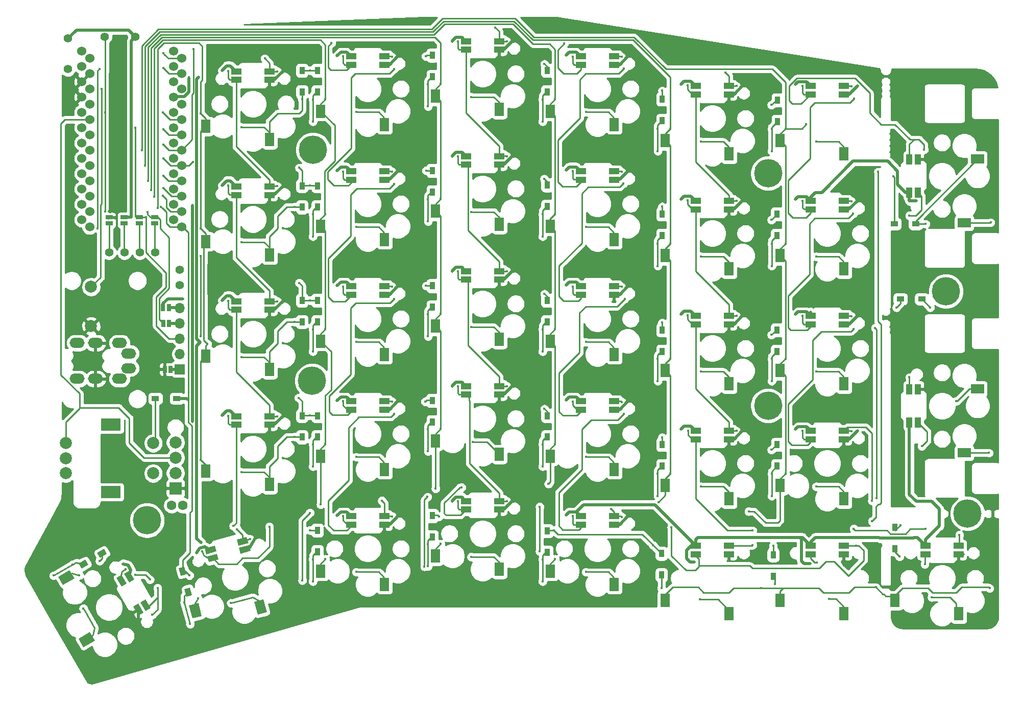
<source format=gbl>
G04 #@! TF.GenerationSoftware,KiCad,Pcbnew,5.1.10-88a1d61d58~90~ubuntu20.04.1*
G04 #@! TF.CreationDate,2022-02-08T14:50:44+02:00*
G04 #@! TF.ProjectId,SofleKeyboard,536f666c-654b-4657-9962-6f6172642e6b,rev?*
G04 #@! TF.SameCoordinates,Original*
G04 #@! TF.FileFunction,Copper,L2,Bot*
G04 #@! TF.FilePolarity,Positive*
%FSLAX46Y46*%
G04 Gerber Fmt 4.6, Leading zero omitted, Abs format (unit mm)*
G04 Created by KiCad (PCBNEW 5.1.10-88a1d61d58~90~ubuntu20.04.1) date 2022-02-08 14:50:44*
%MOMM*%
%LPD*%
G01*
G04 APERTURE LIST*
G04 #@! TA.AperFunction,SMDPad,CuDef*
%ADD10R,1.700000X1.000000*%
G04 #@! TD*
G04 #@! TA.AperFunction,SMDPad,CuDef*
%ADD11R,1.600000X2.200000*%
G04 #@! TD*
G04 #@! TA.AperFunction,ComponentPad*
%ADD12C,2.000000*%
G04 #@! TD*
G04 #@! TA.AperFunction,ComponentPad*
%ADD13R,2.000000X2.000000*%
G04 #@! TD*
G04 #@! TA.AperFunction,ComponentPad*
%ADD14C,1.600000*%
G04 #@! TD*
G04 #@! TA.AperFunction,ComponentPad*
%ADD15C,1.397000*%
G04 #@! TD*
G04 #@! TA.AperFunction,SMDPad,CuDef*
%ADD16R,0.635000X1.143000*%
G04 #@! TD*
G04 #@! TA.AperFunction,ComponentPad*
%ADD17R,1.700000X1.700000*%
G04 #@! TD*
G04 #@! TA.AperFunction,ComponentPad*
%ADD18O,1.700000X1.700000*%
G04 #@! TD*
G04 #@! TA.AperFunction,ComponentPad*
%ADD19R,3.200000X2.000000*%
G04 #@! TD*
G04 #@! TA.AperFunction,SMDPad,CuDef*
%ADD20R,1.000000X1.700000*%
G04 #@! TD*
G04 #@! TA.AperFunction,SMDPad,CuDef*
%ADD21R,2.200000X1.600000*%
G04 #@! TD*
G04 #@! TA.AperFunction,SMDPad,CuDef*
%ADD22R,0.950000X1.300000*%
G04 #@! TD*
G04 #@! TA.AperFunction,SMDPad,CuDef*
%ADD23R,1.300000X0.950000*%
G04 #@! TD*
G04 #@! TA.AperFunction,ComponentPad*
%ADD24C,4.700000*%
G04 #@! TD*
G04 #@! TA.AperFunction,SMDPad,CuDef*
%ADD25C,0.100000*%
G04 #@! TD*
G04 #@! TA.AperFunction,ComponentPad*
%ADD26C,1.524000*%
G04 #@! TD*
G04 #@! TA.AperFunction,SMDPad,CuDef*
%ADD27R,1.143000X0.635000*%
G04 #@! TD*
G04 #@! TA.AperFunction,ComponentPad*
%ADD28O,2.500000X1.700000*%
G04 #@! TD*
G04 #@! TA.AperFunction,ViaPad*
%ADD29C,0.400000*%
G04 #@! TD*
G04 #@! TA.AperFunction,Conductor*
%ADD30C,0.500000*%
G04 #@! TD*
G04 #@! TA.AperFunction,Conductor*
%ADD31C,0.250000*%
G04 #@! TD*
G04 #@! TA.AperFunction,Conductor*
%ADD32C,0.254000*%
G04 #@! TD*
G04 #@! TA.AperFunction,Conductor*
%ADD33C,0.100000*%
G04 #@! TD*
G04 APERTURE END LIST*
D10*
X232100000Y-123201000D03*
X237600000Y-123201000D03*
X232100000Y-124601000D03*
X237600000Y-124601000D03*
D11*
X227050000Y-132300000D03*
X237650000Y-134500000D03*
D12*
X107725000Y-106070000D03*
X107725000Y-108610000D03*
X107725000Y-111150000D03*
D13*
X107725000Y-113690000D03*
D14*
X107100000Y-116530000D03*
X108950000Y-116530000D03*
D15*
X108458000Y-77470000D03*
D16*
X106651120Y-83777360D03*
X105650360Y-83777360D03*
X106672380Y-86360000D03*
X105671620Y-86360000D03*
X106926380Y-93980000D03*
X105925620Y-93980000D03*
D17*
X108458000Y-93980000D03*
D18*
X108458000Y-91440000D03*
X108458000Y-88900000D03*
X108458000Y-86360000D03*
X108458000Y-83820000D03*
D12*
X104028000Y-111212000D03*
X104028000Y-106212000D03*
D19*
X97028000Y-114312000D03*
X97028000Y-103112000D03*
D12*
X89528000Y-111212000D03*
X89528000Y-108712000D03*
X89528000Y-106212000D03*
D10*
X213050000Y-47001000D03*
X218550000Y-47001000D03*
X213050000Y-48401000D03*
X218550000Y-48401000D03*
D11*
X208000000Y-56100000D03*
X218600000Y-58300000D03*
D20*
X229451000Y-64675000D03*
X229451000Y-59175000D03*
X230851000Y-64675000D03*
X230851000Y-59175000D03*
D21*
X238550000Y-69725000D03*
X240750000Y-59125000D03*
D10*
X194000000Y-104151000D03*
X199500000Y-104151000D03*
X194000000Y-105551000D03*
X199500000Y-105551000D03*
D11*
X188950000Y-113250000D03*
X199550000Y-115450000D03*
D10*
X213050000Y-104151000D03*
X218550000Y-104151000D03*
X213050000Y-105551000D03*
X218550000Y-105551000D03*
D11*
X208000000Y-113250000D03*
X218600000Y-115450000D03*
D10*
X213050000Y-123201000D03*
X218550000Y-123201000D03*
X213050000Y-124601000D03*
X218550000Y-124601000D03*
D11*
X208000000Y-132300000D03*
X218600000Y-134500000D03*
D22*
X188312120Y-128055640D03*
X188312120Y-124505640D03*
X206854120Y-128309640D03*
X206854120Y-124759640D03*
X227047120Y-123737640D03*
X227047120Y-120187640D03*
D23*
X231489120Y-82338640D03*
X227939120Y-82338640D03*
X230473120Y-69892640D03*
X226923120Y-69892640D03*
D24*
X235508120Y-81043640D03*
X239064120Y-117873640D03*
D10*
X194000000Y-123201000D03*
X199500000Y-123201000D03*
X194000000Y-124601000D03*
X199500000Y-124601000D03*
D11*
X188950000Y-132300000D03*
X199550000Y-134500000D03*
D20*
X229451000Y-102775000D03*
X229451000Y-97275000D03*
X230851000Y-102775000D03*
X230851000Y-97275000D03*
D21*
X238550000Y-107825000D03*
X240750000Y-97225000D03*
D10*
X174950000Y-118301000D03*
X180450000Y-118301000D03*
X174950000Y-119701000D03*
X180450000Y-119701000D03*
D11*
X169900000Y-127400000D03*
X180500000Y-129600000D03*
D10*
X155900000Y-115801000D03*
X161400000Y-115801000D03*
X155900000Y-117201000D03*
X161400000Y-117201000D03*
D11*
X150850000Y-124900000D03*
X161450000Y-127100000D03*
D10*
X136850000Y-118301000D03*
X142350000Y-118301000D03*
X136850000Y-119701000D03*
X142350000Y-119701000D03*
D11*
X131800000Y-127400000D03*
X142400000Y-129600000D03*
G04 #@! TA.AperFunction,SMDPad,CuDef*
D25*
G36*
X114237967Y-123193760D02*
G01*
X114496786Y-124159686D01*
X112854713Y-124599678D01*
X112595894Y-123633752D01*
X114237967Y-123193760D01*
G37*
G04 #@! TD.AperFunction*
G04 #@! TA.AperFunction,SMDPad,CuDef*
G36*
X119550559Y-121770255D02*
G01*
X119809378Y-122736181D01*
X118167305Y-123176173D01*
X117908486Y-122210247D01*
X119550559Y-121770255D01*
G37*
G04 #@! TD.AperFunction*
G04 #@! TA.AperFunction,SMDPad,CuDef*
G36*
X114600314Y-124546056D02*
G01*
X114859133Y-125511982D01*
X113217060Y-125951974D01*
X112958241Y-124986048D01*
X114600314Y-124546056D01*
G37*
G04 #@! TD.AperFunction*
G04 #@! TA.AperFunction,SMDPad,CuDef*
G36*
X119912906Y-123122551D02*
G01*
X120171725Y-124088477D01*
X118529652Y-124528469D01*
X118270833Y-123562543D01*
X119912906Y-123122551D01*
G37*
G04 #@! TD.AperFunction*
G04 #@! TA.AperFunction,SMDPad,CuDef*
G36*
X111511449Y-132723140D02*
G01*
X112080851Y-134848177D01*
X110535369Y-135262288D01*
X109965967Y-133137251D01*
X111511449Y-132723140D01*
G37*
G04 #@! TD.AperFunction*
G04 #@! TA.AperFunction,SMDPad,CuDef*
G36*
X122319665Y-132104695D02*
G01*
X122889067Y-134229732D01*
X121343585Y-134643843D01*
X120774183Y-132518806D01*
X122319665Y-132104695D01*
G37*
G04 #@! TD.AperFunction*
G04 #@! TA.AperFunction,SMDPad,CuDef*
G36*
X100868684Y-128805052D02*
G01*
X100002658Y-129305052D01*
X99152658Y-127832808D01*
X100018684Y-127332808D01*
X100868684Y-128805052D01*
G37*
G04 #@! TD.AperFunction*
G04 #@! TA.AperFunction,SMDPad,CuDef*
G36*
X103618684Y-133568192D02*
G01*
X102752658Y-134068192D01*
X101902658Y-132595948D01*
X102768684Y-132095948D01*
X103618684Y-133568192D01*
G37*
G04 #@! TD.AperFunction*
G04 #@! TA.AperFunction,SMDPad,CuDef*
G36*
X99656249Y-129505052D02*
G01*
X98790223Y-130005052D01*
X97940223Y-128532808D01*
X98806249Y-128032808D01*
X99656249Y-129505052D01*
G37*
G04 #@! TD.AperFunction*
G04 #@! TA.AperFunction,SMDPad,CuDef*
G36*
X102406249Y-134268192D02*
G01*
X101540223Y-134768192D01*
X100690223Y-133295948D01*
X101556249Y-132795948D01*
X102406249Y-134268192D01*
G37*
G04 #@! TD.AperFunction*
G04 #@! TA.AperFunction,SMDPad,CuDef*
G36*
X90958334Y-128637822D02*
G01*
X89053078Y-129737822D01*
X88253078Y-128352182D01*
X90158334Y-127252182D01*
X90958334Y-128637822D01*
G37*
G04 #@! TD.AperFunction*
G04 #@! TA.AperFunction,SMDPad,CuDef*
G36*
X94353078Y-138917691D02*
G01*
X92447822Y-140017691D01*
X91647822Y-138632051D01*
X93553078Y-137532051D01*
X94353078Y-138917691D01*
G37*
G04 #@! TD.AperFunction*
D10*
X174950000Y-99251000D03*
X180450000Y-99251000D03*
X174950000Y-100651000D03*
X180450000Y-100651000D03*
D11*
X169900000Y-108350000D03*
X180500000Y-110550000D03*
D10*
X155900000Y-96751000D03*
X161400000Y-96751000D03*
X155900000Y-98151000D03*
X161400000Y-98151000D03*
D11*
X150850000Y-105850000D03*
X161450000Y-108050000D03*
D10*
X136850000Y-99251000D03*
X142350000Y-99251000D03*
X136850000Y-100651000D03*
X142350000Y-100651000D03*
D11*
X131800000Y-108350000D03*
X142400000Y-110550000D03*
D10*
X117800000Y-101751000D03*
X123300000Y-101751000D03*
X117800000Y-103151000D03*
X123300000Y-103151000D03*
D11*
X112750000Y-110850000D03*
X123350000Y-113050000D03*
D10*
X213050000Y-85101000D03*
X218550000Y-85101000D03*
X213050000Y-86501000D03*
X218550000Y-86501000D03*
D11*
X208000000Y-94200000D03*
X218600000Y-96400000D03*
D10*
X194000000Y-85101000D03*
X199500000Y-85101000D03*
X194000000Y-86501000D03*
X199500000Y-86501000D03*
D11*
X188950000Y-94200000D03*
X199550000Y-96400000D03*
D10*
X174950000Y-80201000D03*
X180450000Y-80201000D03*
X174950000Y-81601000D03*
X180450000Y-81601000D03*
D11*
X169900000Y-89300000D03*
X180500000Y-91500000D03*
D10*
X155900000Y-77701000D03*
X161400000Y-77701000D03*
X155900000Y-79101000D03*
X161400000Y-79101000D03*
D11*
X150850000Y-86800000D03*
X161450000Y-89000000D03*
D10*
X136850000Y-80201000D03*
X142350000Y-80201000D03*
X136850000Y-81601000D03*
X142350000Y-81601000D03*
D11*
X131800000Y-89300000D03*
X142400000Y-91500000D03*
D10*
X117800000Y-82701000D03*
X123300000Y-82701000D03*
X117800000Y-84101000D03*
X123300000Y-84101000D03*
D11*
X112750000Y-91800000D03*
X123350000Y-94000000D03*
D10*
X213050000Y-66051000D03*
X218550000Y-66051000D03*
X213050000Y-67451000D03*
X218550000Y-67451000D03*
D11*
X208000000Y-75150000D03*
X218600000Y-77350000D03*
D10*
X194000000Y-66051000D03*
X199500000Y-66051000D03*
X194000000Y-67451000D03*
X199500000Y-67451000D03*
D11*
X188950000Y-75150000D03*
X199550000Y-77350000D03*
D10*
X174950000Y-61151000D03*
X180450000Y-61151000D03*
X174950000Y-62551000D03*
X180450000Y-62551000D03*
D11*
X169900000Y-70250000D03*
X180500000Y-72450000D03*
D10*
X155900000Y-58651000D03*
X161400000Y-58651000D03*
X155900000Y-60051000D03*
X161400000Y-60051000D03*
D11*
X150850000Y-67750000D03*
X161450000Y-69950000D03*
D10*
X136850000Y-61151000D03*
X142350000Y-61151000D03*
X136850000Y-62551000D03*
X142350000Y-62551000D03*
D11*
X131800000Y-70250000D03*
X142400000Y-72450000D03*
D10*
X117800000Y-63701000D03*
X123300000Y-63701000D03*
X117800000Y-65101000D03*
X123300000Y-65101000D03*
D11*
X112750000Y-72800000D03*
X123350000Y-75000000D03*
D10*
X194000000Y-47001000D03*
X199500000Y-47001000D03*
X194000000Y-48401000D03*
X199500000Y-48401000D03*
D11*
X188950000Y-56100000D03*
X199550000Y-58300000D03*
D10*
X174950000Y-42101000D03*
X180450000Y-42101000D03*
X174950000Y-43501000D03*
X180450000Y-43501000D03*
D11*
X169900000Y-51200000D03*
X180500000Y-53400000D03*
D10*
X155900000Y-39601000D03*
X161400000Y-39601000D03*
X155900000Y-41001000D03*
X161400000Y-41001000D03*
D11*
X150850000Y-48700000D03*
X161450000Y-50900000D03*
D10*
X136850000Y-42101000D03*
X142350000Y-42101000D03*
X136850000Y-43501000D03*
X142350000Y-43501000D03*
D11*
X131800000Y-51200000D03*
X142400000Y-53400000D03*
D10*
X117800000Y-44601000D03*
X123300000Y-44601000D03*
X117800000Y-46001000D03*
X123300000Y-46001000D03*
D11*
X112750000Y-53700000D03*
X123350000Y-55900000D03*
D22*
X169345000Y-124305000D03*
X169345000Y-120755000D03*
X150345000Y-118245000D03*
X150345000Y-121795000D03*
X131245000Y-124205000D03*
X131245000Y-120655000D03*
G04 #@! TA.AperFunction,SMDPad,CuDef*
D25*
G36*
X109206357Y-130370605D02*
G01*
X110123986Y-130124727D01*
X110460451Y-131380431D01*
X109542822Y-131626309D01*
X109206357Y-130370605D01*
G37*
G04 #@! TD.AperFunction*
G04 #@! TA.AperFunction,SMDPad,CuDef*
G36*
X108287549Y-126941569D02*
G01*
X109205178Y-126695691D01*
X109541643Y-127951395D01*
X108624014Y-128197273D01*
X108287549Y-126941569D01*
G37*
G04 #@! TD.AperFunction*
G04 #@! TA.AperFunction,SMDPad,CuDef*
G36*
X92795222Y-125502138D02*
G01*
X93270222Y-126324862D01*
X92144388Y-126974862D01*
X91669388Y-126152138D01*
X92795222Y-125502138D01*
G37*
G04 #@! TD.AperFunction*
G04 #@! TA.AperFunction,SMDPad,CuDef*
G36*
X95869612Y-123727138D02*
G01*
X96344612Y-124549862D01*
X95218778Y-125199862D01*
X94743778Y-124377138D01*
X95869612Y-123727138D01*
G37*
G04 #@! TD.AperFunction*
D23*
X104397000Y-98806000D03*
X107947000Y-98806000D03*
D22*
X207495000Y-110005000D03*
X207495000Y-106455000D03*
X188445000Y-110005000D03*
X188445000Y-106455000D03*
X169345000Y-105205000D03*
X169345000Y-101655000D03*
X150345000Y-102695000D03*
X150345000Y-99145000D03*
X131245000Y-105205000D03*
X131245000Y-101655000D03*
X128705000Y-101655000D03*
X128705000Y-105205000D03*
X207445000Y-91005000D03*
X207445000Y-87455000D03*
X188445000Y-91005000D03*
X188445000Y-87455000D03*
X169345000Y-86105000D03*
X169345000Y-82555000D03*
X150345000Y-83695000D03*
X150345000Y-80145000D03*
X131245000Y-86105000D03*
X131245000Y-82555000D03*
X128705000Y-82555000D03*
X128705000Y-86105000D03*
X207445000Y-71805000D03*
X207445000Y-68255000D03*
X188445000Y-71805000D03*
X188445000Y-68255000D03*
X169345000Y-67005000D03*
X169345000Y-63455000D03*
X150345000Y-64595000D03*
X150345000Y-61045000D03*
X131245000Y-67105000D03*
X131245000Y-63555000D03*
X128705000Y-63555000D03*
X128705000Y-67105000D03*
X207545000Y-52905000D03*
X207545000Y-49355000D03*
X188445000Y-52775000D03*
X188445000Y-49225000D03*
X169345000Y-48005000D03*
X169345000Y-44455000D03*
X150345000Y-45505000D03*
X150345000Y-41955000D03*
X131245000Y-48005000D03*
X131245000Y-44455000D03*
X128705000Y-44452000D03*
X128705000Y-48002000D03*
D26*
X93478815Y-47505745D03*
X108718815Y-65285745D03*
X93478815Y-57665745D03*
X108718815Y-55125745D03*
X108718815Y-50045745D03*
X93478815Y-67825745D03*
X108718815Y-47505745D03*
X108718815Y-42425745D03*
X93478815Y-62745745D03*
X108718815Y-70365745D03*
X93478815Y-55125745D03*
X93478815Y-44965745D03*
X93478815Y-50045745D03*
X93478815Y-52585745D03*
X93478815Y-65285745D03*
X93478815Y-60205745D03*
X108718815Y-62745745D03*
X108718815Y-60205745D03*
X93478815Y-70365745D03*
X108718815Y-67825745D03*
X108718815Y-44965745D03*
X93478815Y-42425745D03*
X108718815Y-57665745D03*
X108718815Y-52585745D03*
X92180000Y-41230000D03*
X92180000Y-43770000D03*
X92180000Y-46310000D03*
X92180000Y-48850000D03*
X92180000Y-51390000D03*
X92180000Y-53930000D03*
X92180000Y-56470000D03*
X92180000Y-59010000D03*
X92180000Y-61550000D03*
X92180000Y-64090000D03*
X92180000Y-66630000D03*
X92180000Y-69170000D03*
X107420000Y-69170000D03*
X107420000Y-66630000D03*
X107420000Y-64090000D03*
X107420000Y-61550000D03*
X107420000Y-59010000D03*
X107420000Y-56470000D03*
X107420000Y-53930000D03*
X107420000Y-51390000D03*
X107420000Y-48850000D03*
X107420000Y-46310000D03*
X107420000Y-43770000D03*
X107420000Y-41230000D03*
D15*
X104320000Y-74600000D03*
X101780000Y-74600000D03*
X99240000Y-74600000D03*
X96700000Y-74600000D03*
D12*
X93726000Y-80316000D03*
X93726000Y-86816000D03*
D27*
X96700000Y-68799620D03*
X96700000Y-69800380D03*
X99200000Y-68799620D03*
X99200000Y-69800380D03*
X101700000Y-68799620D03*
X101700000Y-69800380D03*
X104300000Y-68799620D03*
X104300000Y-69800380D03*
D15*
X95983120Y-38904640D03*
X101063120Y-38904640D03*
X89887120Y-44238640D03*
X89887120Y-39158640D03*
X108458000Y-80010000D03*
D24*
X206000000Y-100000000D03*
X130375120Y-95852640D03*
X130527120Y-57573640D03*
X103000000Y-119000000D03*
X206000000Y-61500000D03*
D28*
X98438000Y-95544000D03*
X99938000Y-91344000D03*
X91438000Y-95544000D03*
X94438000Y-95544000D03*
X91438000Y-89594000D03*
X94438000Y-89594000D03*
X98438000Y-89594000D03*
X99938000Y-93794000D03*
D29*
X224536000Y-127000000D03*
X224028000Y-115316000D03*
X118674000Y-53861000D03*
X128705000Y-49210360D03*
X170485000Y-120655000D03*
X151412407Y-118391593D03*
X130002940Y-120654080D03*
X105327833Y-67072169D03*
X110034374Y-128119626D03*
X95141015Y-125740985D03*
X109826120Y-98975640D03*
X186915120Y-123105640D03*
X137674000Y-51361000D03*
X130506000Y-52919000D03*
X130506000Y-49252000D03*
X156774000Y-48861000D03*
X149606000Y-50419000D03*
X149606000Y-46752000D03*
X105700000Y-59000000D03*
X206556000Y-50167000D03*
X130002940Y-44454080D03*
X149217240Y-42100760D03*
X168907000Y-43381990D03*
X188445000Y-47800520D03*
X110588120Y-59605640D03*
X226793120Y-62018640D03*
X175774000Y-51361000D03*
X168606000Y-52919000D03*
X168606000Y-49252000D03*
X206556000Y-69203500D03*
X130002940Y-63490580D03*
X105700000Y-61900000D03*
X149309500Y-61045000D03*
X168881120Y-62418490D03*
X188445000Y-67006400D03*
X128241120Y-60586489D03*
X227301120Y-83735640D03*
X187706000Y-54152000D03*
X187706000Y-57819000D03*
X194874000Y-56261000D03*
X206556000Y-88267000D03*
X130002940Y-82554080D03*
X149266320Y-80145000D03*
X168907000Y-81481990D03*
X188445000Y-86238340D03*
X105732756Y-63957326D03*
X128241120Y-79646240D03*
X227937620Y-119805140D03*
X223774000Y-87122000D03*
X213974000Y-56261000D03*
X206615500Y-57819000D03*
X206615500Y-54152000D03*
X206556000Y-107317000D03*
X130002940Y-101604080D03*
X105600000Y-65200000D03*
X149138500Y-99329500D03*
X168907000Y-100531990D03*
X188445000Y-105255320D03*
X128139520Y-98699989D03*
X111902000Y-75175840D03*
X111902000Y-88498138D03*
X206854120Y-123232640D03*
X118674000Y-72897500D03*
X127462940Y-67046580D03*
X137674000Y-70397500D03*
X130506000Y-71955500D03*
X130506000Y-68288500D03*
X156774000Y-67897500D03*
X149606000Y-69455500D03*
X149606000Y-65788500D03*
X175774000Y-70397500D03*
X168606000Y-71955500D03*
X168606000Y-68288500D03*
X187706000Y-73188500D03*
X187706000Y-76855500D03*
X194874000Y-75297500D03*
X213974000Y-75297500D03*
X206615500Y-76855500D03*
X206615500Y-73188500D03*
X118674000Y-91961000D03*
X127462940Y-86110080D03*
X137674000Y-89461000D03*
X130506000Y-91019000D03*
X130506000Y-87352000D03*
X156774000Y-86961000D03*
X149606000Y-88519000D03*
X149606000Y-84852000D03*
X175774000Y-89461000D03*
X168606000Y-91019000D03*
X168606000Y-87352000D03*
X187706000Y-92252000D03*
X187706000Y-95919000D03*
X194874000Y-94361000D03*
X213974000Y-94361000D03*
X206615500Y-95919000D03*
X206615500Y-92252000D03*
X118674000Y-111011000D03*
X127462940Y-105160080D03*
X137674000Y-108511000D03*
X130506000Y-110069000D03*
X130506000Y-106402000D03*
X149606000Y-107569000D03*
X149606000Y-103902000D03*
X157023630Y-106011000D03*
X175774000Y-108511000D03*
X168606000Y-110069000D03*
X168606000Y-106402000D03*
X187706000Y-111302000D03*
X187706000Y-114969000D03*
X194874000Y-113411000D03*
X213974000Y-113411000D03*
X206615500Y-114969000D03*
X206615500Y-111302000D03*
X92434759Y-133580730D03*
X87501492Y-128152060D03*
X90677207Y-126318560D03*
X109191120Y-132630640D03*
X116910669Y-132704788D03*
X110143620Y-136186640D03*
X137674000Y-127561000D03*
X130506000Y-129119000D03*
X130506000Y-125452000D03*
X98999004Y-126216015D03*
X111252089Y-124365260D03*
X153610002Y-115824000D03*
X172498998Y-118110000D03*
X134520000Y-118239000D03*
X134520000Y-99189000D03*
X153610002Y-96774000D03*
X210566000Y-103929998D03*
X172498998Y-99060000D03*
X191548499Y-103909501D03*
X115470000Y-101602000D03*
X134520000Y-80139000D03*
X153610002Y-77724000D03*
X210566000Y-84879998D03*
X172498998Y-80010000D03*
X191548499Y-84859501D03*
X115470000Y-82552000D03*
X134520000Y-61075500D03*
X153610002Y-58660500D03*
X210566000Y-65816498D03*
X172498998Y-60946500D03*
X191548499Y-65796001D03*
X115470000Y-63488500D03*
X100400008Y-68800000D03*
X100400000Y-50045745D03*
X153610002Y-39624000D03*
X210566000Y-46779998D03*
X172498998Y-41910000D03*
X191548499Y-46759501D03*
X111560000Y-45595000D03*
X111252000Y-83407000D03*
X111252000Y-102330000D03*
X115470000Y-44452000D03*
X134520000Y-42039000D03*
X111252000Y-64873000D03*
X111959443Y-122729443D03*
X111827640Y-89501440D03*
X191360120Y-120692640D03*
X193773120Y-125899640D03*
X212950120Y-126153640D03*
X230222120Y-121835640D03*
X229451000Y-104445760D03*
X230603120Y-66082640D03*
X111252000Y-96012000D03*
X108966000Y-82296000D03*
X109982000Y-45595000D03*
X237969120Y-84116640D03*
X120929824Y-121822845D03*
X163845008Y-115837998D03*
X182782000Y-118364000D03*
X144526000Y-118287998D03*
X182782000Y-99314000D03*
X125663998Y-101600000D03*
X144526000Y-99237998D03*
X220823998Y-104140000D03*
X163845008Y-96787998D03*
X201876002Y-104187998D03*
X182782000Y-80264000D03*
X125663998Y-82550000D03*
X144526000Y-80187998D03*
X220823998Y-85090000D03*
X163845008Y-77737998D03*
X201876002Y-85137998D03*
X182782000Y-61200500D03*
X125663998Y-63486500D03*
X144526000Y-61124498D03*
X220823998Y-66026500D03*
X163845008Y-58674498D03*
X201876002Y-66074498D03*
X96700000Y-67800000D03*
X96900000Y-48800000D03*
X96900000Y-44965745D03*
X125663998Y-44450000D03*
X144526000Y-42087998D03*
X220823998Y-46990000D03*
X110497745Y-102591745D03*
X110497745Y-83795745D03*
X201876002Y-47037998D03*
X182782000Y-42164000D03*
X163845008Y-39637998D03*
X110497745Y-66794255D03*
X109755000Y-125986000D03*
X110497745Y-76605745D03*
X104936620Y-124248640D03*
X149767620Y-36745640D03*
X115223620Y-57637140D03*
X115287120Y-113771140D03*
X114271120Y-75607640D03*
X125116920Y-96867440D03*
X204441120Y-125391640D03*
X219300120Y-127042640D03*
X113255120Y-81576640D03*
X113636120Y-65828640D03*
X107032120Y-137202640D03*
X105762120Y-133011640D03*
X227301120Y-56176640D03*
X227555120Y-86148640D03*
X218919120Y-43730640D03*
X222475120Y-46270640D03*
X228825120Y-49318640D03*
X240763120Y-45508640D03*
X241525120Y-80306640D03*
X231365120Y-78528640D03*
X227301120Y-101642640D03*
X227555120Y-112056640D03*
X239747120Y-121454640D03*
X228063120Y-78020640D03*
X236191120Y-120692640D03*
X239239120Y-114342640D03*
X241271120Y-135424640D03*
X228571120Y-135932640D03*
X227301120Y-127550640D03*
X238223120Y-127042640D03*
X90170000Y-114300000D03*
X90932000Y-120904000D03*
X89408000Y-101092000D03*
X94234000Y-92456000D03*
X95250000Y-98806000D03*
X239268000Y-123190000D03*
X220726000Y-118110000D03*
X222504000Y-127000000D03*
X170692000Y-125404000D03*
X208892000Y-111254000D03*
X208892000Y-92204000D03*
X208892000Y-73140500D03*
X208892000Y-54104000D03*
X102117351Y-57700640D03*
X202790120Y-117517640D03*
X212315120Y-53382640D03*
X151692000Y-122904000D03*
X189792000Y-111254000D03*
X189792000Y-92204000D03*
X189792000Y-73140500D03*
X189792000Y-54104000D03*
X102642351Y-60240640D03*
X168119120Y-124121640D03*
X168119120Y-116755640D03*
X187804120Y-115993640D03*
X132592000Y-125404000D03*
X170692000Y-106354000D03*
X170692000Y-87304000D03*
X170692000Y-68240500D03*
X170692000Y-49204000D03*
X103167351Y-62780640D03*
X149007881Y-126666503D03*
X169579620Y-112945640D03*
X149513620Y-115104640D03*
X111443561Y-131936606D03*
X151692000Y-103854000D03*
X151692000Y-84804000D03*
X151692000Y-65740500D03*
X151692000Y-46704000D03*
X103692351Y-64287640D03*
X130019120Y-117749989D03*
X128749120Y-128947640D03*
X150844181Y-113704701D03*
X91761776Y-128101089D03*
X132592000Y-106354000D03*
X132592000Y-87304000D03*
X132592000Y-68240500D03*
X132592000Y-49204000D03*
X104217351Y-65373666D03*
X131797120Y-116374640D03*
X105664000Y-86360000D03*
X105600000Y-51400000D03*
X96100000Y-51390000D03*
X96050000Y-67805847D03*
X103100000Y-67900000D03*
X105700006Y-41600000D03*
X124602379Y-44592379D03*
X122526120Y-42460640D03*
X105700018Y-54200000D03*
X102826022Y-68770500D03*
X101050008Y-53930000D03*
X95504000Y-47498000D03*
X156774000Y-125061000D03*
X149606000Y-126619000D03*
X149606000Y-122952000D03*
X94800000Y-70600000D03*
X105700000Y-44000000D03*
X95100000Y-44200000D03*
X175774000Y-127561000D03*
X168606000Y-129119000D03*
X168606000Y-125452000D03*
X104742351Y-67229150D03*
X111921620Y-51604640D03*
X111921620Y-70654640D03*
X113001120Y-89768140D03*
X111921620Y-109008640D03*
X124602379Y-63628879D03*
X116471155Y-44512918D03*
X162650012Y-39629978D03*
X133575120Y-39920640D03*
X160753120Y-37325000D03*
X135480000Y-42079760D03*
X162650012Y-58666478D03*
X154525955Y-39620713D03*
X219807379Y-66123879D03*
X211721643Y-85116402D03*
X220125620Y-68178140D03*
X124602379Y-82692379D03*
X116471155Y-63549418D03*
X173577119Y-61105381D03*
X181700012Y-42213999D03*
X182089120Y-44111640D03*
X173647499Y-80239261D03*
X182025620Y-63161640D03*
X181708120Y-61256640D03*
X200762362Y-66080147D03*
X192622667Y-46914429D03*
X124602379Y-101742379D03*
X116471155Y-82612918D03*
X143989120Y-63247510D03*
X143608120Y-61183843D03*
X135543500Y-80243260D03*
X162650012Y-96779978D03*
X154525955Y-77720713D03*
X200762362Y-104193647D03*
X192622667Y-85014429D03*
X117319120Y-119930640D03*
X104746120Y-130217640D03*
X116493500Y-101706260D03*
X103857120Y-134662640D03*
X99446233Y-127058383D03*
X120096468Y-122107581D03*
X101063120Y-128058640D03*
X103491120Y-128820640D03*
X117904932Y-120463425D03*
X154525955Y-115820713D03*
X155165120Y-113534150D03*
X179930120Y-117073140D03*
X181729128Y-118427648D03*
X135473127Y-99222873D03*
X143989120Y-82311010D03*
X143608120Y-80247343D03*
X162650012Y-77729978D03*
X154525955Y-58657213D03*
X200762362Y-85143647D03*
X192622667Y-65950929D03*
X211721643Y-66052902D03*
X219807379Y-47087379D03*
X220252620Y-49128140D03*
X154525955Y-96770713D03*
X162650002Y-115829977D03*
X192749998Y-104182640D03*
X203425120Y-123105640D03*
X203425120Y-120692640D03*
X143989120Y-44211010D03*
X143600000Y-42194758D03*
X135550250Y-61186510D03*
X135473127Y-118272873D03*
X143989120Y-101361010D03*
X143629869Y-99314889D03*
X143678106Y-118359344D03*
X112181506Y-124151291D03*
X123288120Y-120039736D03*
X141957120Y-115739640D03*
X200762362Y-47043647D03*
X173647499Y-42139261D03*
X172183120Y-39992000D03*
X198916620Y-44818000D03*
X181700012Y-80313999D03*
X182216120Y-82311010D03*
X173647499Y-99289261D03*
X219807379Y-85187379D03*
X211743620Y-104166401D03*
X220189120Y-87291640D03*
X173577119Y-118268881D03*
X182089120Y-101325140D03*
X181729128Y-99377648D03*
X211721643Y-47016402D03*
X231873120Y-57573640D03*
X219807379Y-104237379D03*
X214093120Y-126026640D03*
X223237120Y-115739640D03*
X229451000Y-95301760D03*
X229451000Y-68504760D03*
X232127120Y-69892640D03*
X110715120Y-40936640D03*
X105699992Y-56700000D03*
X223872120Y-130090640D03*
X242750000Y-130262760D03*
X204822120Y-130217640D03*
X242922120Y-69638640D03*
X242627480Y-107825000D03*
X223266000Y-119126000D03*
X224253120Y-61256640D03*
X231492120Y-106722640D03*
X237180880Y-99255880D03*
X232889120Y-83735640D03*
X232000120Y-126280640D03*
X233143120Y-131741640D03*
X227810620Y-125009140D03*
X216125120Y-131995640D03*
X207167620Y-129523140D03*
X188312120Y-130217640D03*
X194662120Y-132122640D03*
X189963120Y-120184640D03*
X220601760Y-123201000D03*
X220218000Y-120396000D03*
X232156000Y-120396000D03*
X237744000Y-121412000D03*
D30*
X225044000Y-130048000D02*
X226314000Y-130048000D01*
D31*
X124641000Y-51564000D02*
X123300000Y-52905000D01*
X119126000Y-53861000D02*
X118674000Y-53861000D01*
X123300000Y-52905000D02*
X123300000Y-54733000D01*
X123300000Y-54733000D02*
X122428000Y-53861000D01*
X122428000Y-53861000D02*
X119126000Y-53861000D01*
X124641000Y-51564000D02*
X128230960Y-51564000D01*
X128230960Y-51564000D02*
X128705000Y-51089960D01*
X128705000Y-49210360D02*
X128705000Y-48002000D01*
X128705000Y-51089960D02*
X128705000Y-49210360D01*
X123300000Y-55850000D02*
X123350000Y-55900000D01*
X123300000Y-54733000D02*
X123300000Y-55850000D01*
X169345000Y-120655000D02*
X170485000Y-120655000D01*
X151175814Y-118155000D02*
X151412407Y-118391593D01*
X150345000Y-118155000D02*
X151175814Y-118155000D01*
X106200000Y-69800000D02*
X106200000Y-67944336D01*
X106770000Y-70370000D02*
X106200000Y-69800000D01*
X106200000Y-67944336D02*
X105527832Y-67272168D01*
X108770000Y-70370000D02*
X106770000Y-70370000D01*
X105527832Y-67272168D02*
X105327833Y-67072169D01*
X109361230Y-127446482D02*
X110034374Y-128119626D01*
X108914596Y-127446482D02*
X109361230Y-127446482D01*
X95544195Y-125337805D02*
X95141015Y-125740985D01*
X95544195Y-124463500D02*
X95544195Y-125337805D01*
X130003860Y-120655000D02*
X130002940Y-120654080D01*
X131245000Y-120655000D02*
X130003860Y-120655000D01*
X108914596Y-125541164D02*
X108914596Y-127446482D01*
X109826120Y-124629640D02*
X108914596Y-125541164D01*
X108902225Y-70365745D02*
X108718815Y-70365745D01*
X109826120Y-71289640D02*
X108902225Y-70365745D01*
X109826120Y-98975640D02*
X109826120Y-71289640D01*
X170485000Y-120655000D02*
X171157640Y-121327640D01*
X185134120Y-121327640D02*
X188312120Y-124505640D01*
X171157640Y-121327640D02*
X185134120Y-121327640D01*
X109812360Y-98975640D02*
X109826120Y-98975640D01*
X109826120Y-124629640D02*
X109826120Y-124615880D01*
X110075001Y-124366999D02*
X110075001Y-117762999D01*
X109826120Y-124615880D02*
X110075001Y-124366999D01*
X110075001Y-117762999D02*
X110490000Y-117348000D01*
X109826120Y-102733306D02*
X109826120Y-98975640D01*
X110490000Y-103397186D02*
X109826120Y-102733306D01*
X110490000Y-117348000D02*
X110490000Y-103397186D01*
D30*
X109628095Y-98806000D02*
X109797735Y-98975640D01*
X107947000Y-98806000D02*
X109628095Y-98806000D01*
D31*
X130506000Y-48614000D02*
X131245000Y-47875000D01*
X130506000Y-49252000D02*
X130506000Y-48614000D01*
X138126000Y-51361000D02*
X141428000Y-51361000D01*
X142300000Y-52233000D02*
X142300000Y-53400000D01*
X141428000Y-51361000D02*
X142300000Y-52233000D01*
X130506000Y-52919000D02*
X130506000Y-49252000D01*
X138126000Y-51361000D02*
X137674000Y-51361000D01*
X149606000Y-46114000D02*
X150345000Y-45375000D01*
X149606000Y-46752000D02*
X149606000Y-46114000D01*
X157226000Y-48861000D02*
X160528000Y-48861000D01*
X161400000Y-49733000D02*
X161400000Y-50900000D01*
X160528000Y-48861000D02*
X161400000Y-49733000D01*
X149606000Y-50419000D02*
X149606000Y-46752000D01*
X157226000Y-48861000D02*
X156774000Y-48861000D01*
X106910000Y-60210000D02*
X105899999Y-59199999D01*
X105899999Y-59199999D02*
X105700000Y-59000000D01*
X108770000Y-60210000D02*
X106910000Y-60210000D01*
X207368000Y-49355000D02*
X206556000Y-50167000D01*
X207545000Y-49355000D02*
X207368000Y-49355000D01*
X128708000Y-44455000D02*
X128705000Y-44452000D01*
X131245000Y-44455000D02*
X128708000Y-44455000D01*
X150345000Y-41955000D02*
X149363000Y-41955000D01*
X149363000Y-41955000D02*
X149217240Y-42100760D01*
X169345000Y-43819990D02*
X168907000Y-43381990D01*
X169345000Y-44455000D02*
X169345000Y-43819990D01*
X188445000Y-49225000D02*
X188445000Y-47800520D01*
X109937215Y-60205745D02*
X108718815Y-60205745D01*
X110602000Y-59540960D02*
X109937215Y-60205745D01*
X226793120Y-62018640D02*
X226793120Y-62018640D01*
X226923120Y-62148640D02*
X226793120Y-62018640D01*
X226923120Y-69892640D02*
X226923120Y-62148640D01*
X168606000Y-48614000D02*
X169345000Y-47875000D01*
X168606000Y-49252000D02*
X168606000Y-48614000D01*
X176226000Y-51361000D02*
X179528000Y-51361000D01*
X180400000Y-52233000D02*
X180400000Y-53400000D01*
X179528000Y-51361000D02*
X180400000Y-52233000D01*
X168606000Y-52919000D02*
X168606000Y-49252000D01*
X176226000Y-51361000D02*
X175774000Y-51361000D01*
X207368000Y-68391500D02*
X206556000Y-69203500D01*
X207545000Y-68391500D02*
X207368000Y-68391500D01*
X128708000Y-63491500D02*
X128705000Y-63488500D01*
X131245000Y-63491500D02*
X128708000Y-63491500D01*
X106550000Y-62750000D02*
X105899999Y-62099999D01*
X105899999Y-62099999D02*
X105700000Y-61900000D01*
X108770000Y-62750000D02*
X106550000Y-62750000D01*
X150345000Y-61045000D02*
X149309500Y-61045000D01*
X169345000Y-62882370D02*
X168881120Y-62418490D01*
X169345000Y-63455000D02*
X169345000Y-62882370D01*
X188445000Y-68255000D02*
X188445000Y-67006400D01*
X128705000Y-61050369D02*
X128241120Y-60586489D01*
X128705000Y-63555000D02*
X128705000Y-61050369D01*
X227939120Y-82338640D02*
X227939120Y-83097640D01*
X227939120Y-83097640D02*
X227301120Y-83735640D01*
X227301120Y-83735640D02*
X227301120Y-83735640D01*
X187706000Y-57819000D02*
X187706000Y-54152000D01*
X195326000Y-56261000D02*
X198628000Y-56261000D01*
X199500000Y-57133000D02*
X199500000Y-58300000D01*
X198628000Y-56261000D02*
X199500000Y-57133000D01*
X187706000Y-53514000D02*
X188445000Y-52775000D01*
X187706000Y-54152000D02*
X187706000Y-53514000D01*
X195326000Y-56261000D02*
X194874000Y-56261000D01*
X207368000Y-87455000D02*
X206556000Y-88267000D01*
X207545000Y-87455000D02*
X207368000Y-87455000D01*
X128708000Y-82555000D02*
X128705000Y-82552000D01*
X131245000Y-82555000D02*
X128708000Y-82555000D01*
X150345000Y-80145000D02*
X149266320Y-80145000D01*
X169345000Y-81919990D02*
X168907000Y-81481990D01*
X169345000Y-82555000D02*
X169345000Y-81919990D01*
X188445000Y-87455000D02*
X188445000Y-86238340D01*
X108718815Y-65285745D02*
X107061175Y-65285745D01*
X107061175Y-65285745D02*
X105732756Y-63957326D01*
X128705000Y-80110120D02*
X128241120Y-79646240D01*
X128705000Y-82555000D02*
X128705000Y-80110120D01*
X227047120Y-120695640D02*
X227937620Y-119805140D01*
X224028000Y-115316000D02*
X224028000Y-87376000D01*
X224028000Y-87376000D02*
X223774000Y-87122000D01*
X223774000Y-87122000D02*
X223774000Y-87122000D01*
X214426000Y-56261000D02*
X217728000Y-56261000D01*
X218600000Y-57133000D02*
X218600000Y-58300000D01*
X217728000Y-56261000D02*
X218600000Y-57133000D01*
X206615500Y-57819000D02*
X206615500Y-54152000D01*
X214426000Y-56261000D02*
X213974000Y-56261000D01*
X206615500Y-53834500D02*
X207545000Y-52905000D01*
X206615500Y-54152000D02*
X206615500Y-53834500D01*
X207368000Y-106505000D02*
X206556000Y-107317000D01*
X207545000Y-106505000D02*
X207368000Y-106505000D01*
X128708000Y-101605000D02*
X128705000Y-101602000D01*
X131245000Y-101605000D02*
X128708000Y-101605000D01*
X106887507Y-67830000D02*
X106200000Y-67142493D01*
X106200000Y-67142493D02*
X106200000Y-65800000D01*
X106200000Y-65800000D02*
X105799999Y-65399999D01*
X105799999Y-65399999D02*
X105600000Y-65200000D01*
X108770000Y-67830000D02*
X106887507Y-67830000D01*
X149138500Y-99329500D02*
X149365360Y-99102640D01*
X150302640Y-99102640D02*
X150345000Y-99145000D01*
X149365360Y-99102640D02*
X150302640Y-99102640D01*
X169345000Y-100969990D02*
X168907000Y-100531990D01*
X169345000Y-101655000D02*
X169345000Y-100969990D01*
X188445000Y-106455000D02*
X188445000Y-105255320D01*
X128705000Y-99265469D02*
X128139520Y-98699989D01*
X128705000Y-101655000D02*
X128705000Y-99265469D01*
X111827010Y-75125040D02*
X111902000Y-75200030D01*
X111902000Y-75200030D02*
X111902000Y-88498138D01*
X206854120Y-124759640D02*
X206854120Y-123232640D01*
X206854120Y-123232640D02*
X206854120Y-123232640D01*
X119126000Y-72897500D02*
X122428000Y-72897500D01*
X119126000Y-72897500D02*
X118674000Y-72897500D01*
X122428000Y-72897500D02*
X123300000Y-73769500D01*
X123300000Y-73769500D02*
X123300000Y-74936500D01*
X123300000Y-74936500D02*
X123300000Y-71941500D01*
X123300000Y-71941500D02*
X124641000Y-70600500D01*
X124641000Y-70600500D02*
X124641000Y-68568500D01*
X126162920Y-67046580D02*
X124641000Y-68568500D01*
X127462940Y-67046580D02*
X126162920Y-67046580D01*
X127471020Y-67038500D02*
X127462940Y-67046580D01*
X128705000Y-67038500D02*
X127471020Y-67038500D01*
X130506000Y-67650500D02*
X131245000Y-66911500D01*
X130506000Y-68288500D02*
X130506000Y-67650500D01*
X138126000Y-70397500D02*
X141428000Y-70397500D01*
X142300000Y-71269500D02*
X142300000Y-72436500D01*
X141428000Y-70397500D02*
X142300000Y-71269500D01*
X130506000Y-71955500D02*
X130506000Y-68288500D01*
X138126000Y-70397500D02*
X137674000Y-70397500D01*
X149606000Y-65150500D02*
X150345000Y-64411500D01*
X149606000Y-65788500D02*
X149606000Y-65150500D01*
X157226000Y-67897500D02*
X160528000Y-67897500D01*
X161400000Y-68769500D02*
X161400000Y-69936500D01*
X160528000Y-67897500D02*
X161400000Y-68769500D01*
X149606000Y-69455500D02*
X149606000Y-65788500D01*
X157226000Y-67897500D02*
X156774000Y-67897500D01*
X168606000Y-67650500D02*
X169345000Y-66911500D01*
X168606000Y-68288500D02*
X168606000Y-67650500D01*
X176226000Y-70397500D02*
X179528000Y-70397500D01*
X180400000Y-71269500D02*
X180400000Y-72436500D01*
X179528000Y-70397500D02*
X180400000Y-71269500D01*
X168606000Y-71955500D02*
X168606000Y-68288500D01*
X176226000Y-70397500D02*
X175774000Y-70397500D01*
X187706000Y-76855500D02*
X187706000Y-73188500D01*
X195326000Y-75297500D02*
X198628000Y-75297500D01*
X199500000Y-76169500D02*
X199500000Y-77336500D01*
X198628000Y-75297500D02*
X199500000Y-76169500D01*
X187706000Y-72550500D02*
X188445000Y-71811500D01*
X187706000Y-73188500D02*
X187706000Y-72550500D01*
X195326000Y-75297500D02*
X194874000Y-75297500D01*
X214426000Y-75297500D02*
X217728000Y-75297500D01*
X218600000Y-76169500D02*
X218600000Y-77336500D01*
X217728000Y-75297500D02*
X218600000Y-76169500D01*
X206615500Y-76855500D02*
X206615500Y-73188500D01*
X214426000Y-75297500D02*
X213974000Y-75297500D01*
X206615500Y-72634500D02*
X207445000Y-71805000D01*
X206615500Y-73188500D02*
X206615500Y-72634500D01*
X119126000Y-91961000D02*
X122428000Y-91961000D01*
X119126000Y-91961000D02*
X118674000Y-91961000D01*
X122428000Y-91961000D02*
X123300000Y-92833000D01*
X123300000Y-92833000D02*
X123300000Y-94000000D01*
X123300000Y-94000000D02*
X123300000Y-91005000D01*
X123300000Y-91005000D02*
X124641000Y-89664000D01*
X124641000Y-89664000D02*
X124641000Y-87632000D01*
X126162920Y-86110080D02*
X124641000Y-87632000D01*
X127462940Y-86110080D02*
X126162920Y-86110080D01*
X127471020Y-86102000D02*
X127462940Y-86110080D01*
X128705000Y-86102000D02*
X127471020Y-86102000D01*
X130506000Y-86714000D02*
X131245000Y-85975000D01*
X130506000Y-87352000D02*
X130506000Y-86714000D01*
X138126000Y-89461000D02*
X141428000Y-89461000D01*
X142300000Y-90333000D02*
X142300000Y-91500000D01*
X141428000Y-89461000D02*
X142300000Y-90333000D01*
X130506000Y-91019000D02*
X130506000Y-87352000D01*
X138126000Y-89461000D02*
X137674000Y-89461000D01*
X149606000Y-84214000D02*
X150345000Y-83475000D01*
X149606000Y-84852000D02*
X149606000Y-84214000D01*
X157226000Y-86961000D02*
X160528000Y-86961000D01*
X161400000Y-87833000D02*
X161400000Y-89000000D01*
X160528000Y-86961000D02*
X161400000Y-87833000D01*
X149606000Y-88519000D02*
X149606000Y-84852000D01*
X157226000Y-86961000D02*
X156774000Y-86961000D01*
X168606000Y-86714000D02*
X169345000Y-85975000D01*
X168606000Y-87352000D02*
X168606000Y-86714000D01*
X176226000Y-89461000D02*
X179528000Y-89461000D01*
X180400000Y-90333000D02*
X180400000Y-91500000D01*
X179528000Y-89461000D02*
X180400000Y-90333000D01*
X168606000Y-91019000D02*
X168606000Y-87352000D01*
X176226000Y-89461000D02*
X175774000Y-89461000D01*
X187706000Y-95919000D02*
X187706000Y-92252000D01*
X195326000Y-94361000D02*
X198628000Y-94361000D01*
X199500000Y-95233000D02*
X199500000Y-96400000D01*
X198628000Y-94361000D02*
X199500000Y-95233000D01*
X187706000Y-91614000D02*
X188445000Y-90875000D01*
X187706000Y-92252000D02*
X187706000Y-91614000D01*
X195326000Y-94361000D02*
X194874000Y-94361000D01*
X214426000Y-94361000D02*
X217728000Y-94361000D01*
X218600000Y-95233000D02*
X218600000Y-96400000D01*
X217728000Y-94361000D02*
X218600000Y-95233000D01*
X206615500Y-95919000D02*
X206615500Y-92252000D01*
X214426000Y-94361000D02*
X213974000Y-94361000D01*
X206615500Y-91834500D02*
X207445000Y-91005000D01*
X206615500Y-92252000D02*
X206615500Y-91834500D01*
X119126000Y-111011000D02*
X122428000Y-111011000D01*
X119126000Y-111011000D02*
X118674000Y-111011000D01*
X122428000Y-111011000D02*
X123300000Y-111883000D01*
X123300000Y-111883000D02*
X123300000Y-113050000D01*
X123300000Y-113050000D02*
X123300000Y-110055000D01*
X123300000Y-110055000D02*
X124641000Y-108714000D01*
X124641000Y-108714000D02*
X124641000Y-106682000D01*
X126162920Y-105160080D02*
X124641000Y-106682000D01*
X127462940Y-105160080D02*
X126162920Y-105160080D01*
X127471020Y-105152000D02*
X127462940Y-105160080D01*
X128705000Y-105152000D02*
X127471020Y-105152000D01*
X130506000Y-105764000D02*
X131245000Y-105025000D01*
X130506000Y-106402000D02*
X130506000Y-105764000D01*
X138126000Y-108511000D02*
X141428000Y-108511000D01*
X142300000Y-109383000D02*
X142300000Y-110550000D01*
X141428000Y-108511000D02*
X142300000Y-109383000D01*
X130506000Y-110069000D02*
X130506000Y-106402000D01*
X138126000Y-108511000D02*
X137674000Y-108511000D01*
X149606000Y-103264000D02*
X150345000Y-102525000D01*
X149606000Y-103902000D02*
X149606000Y-103264000D01*
X149606000Y-107569000D02*
X149606000Y-103902000D01*
X161400000Y-108050000D02*
X159361000Y-106011000D01*
X159361000Y-106011000D02*
X157023630Y-106011000D01*
X168606000Y-105764000D02*
X169345000Y-105025000D01*
X168606000Y-106402000D02*
X168606000Y-105764000D01*
X176226000Y-108511000D02*
X179528000Y-108511000D01*
X180400000Y-109383000D02*
X180400000Y-110550000D01*
X179528000Y-108511000D02*
X180400000Y-109383000D01*
X168606000Y-110069000D02*
X168606000Y-106402000D01*
X176226000Y-108511000D02*
X175774000Y-108511000D01*
X187706000Y-114969000D02*
X187706000Y-111302000D01*
X195326000Y-113411000D02*
X198628000Y-113411000D01*
X199500000Y-114283000D02*
X199500000Y-115450000D01*
X198628000Y-113411000D02*
X199500000Y-114283000D01*
X187706000Y-110664000D02*
X188445000Y-109925000D01*
X187706000Y-111302000D02*
X187706000Y-110664000D01*
X195326000Y-113411000D02*
X194874000Y-113411000D01*
X214426000Y-113411000D02*
X217728000Y-113411000D01*
X218600000Y-114283000D02*
X218600000Y-115450000D01*
X217728000Y-113411000D02*
X218600000Y-114283000D01*
X206615500Y-114969000D02*
X206615500Y-111302000D01*
X214426000Y-113411000D02*
X213974000Y-113411000D01*
X206615500Y-110884500D02*
X207495000Y-110005000D01*
X206615500Y-111302000D02*
X206615500Y-110884500D01*
X91229731Y-125999560D02*
X92239224Y-126270053D01*
X90677207Y-126318560D02*
X91229731Y-125999560D01*
X92660760Y-133972174D02*
X94311760Y-136831789D01*
X93992585Y-138022964D02*
X92981934Y-138606464D01*
X94311760Y-136831789D02*
X93992585Y-138022964D01*
X87501492Y-128152060D02*
X90677207Y-126318560D01*
X92660760Y-133972174D02*
X92434759Y-133580730D01*
X117347267Y-132587802D02*
X120536754Y-131733182D01*
X121604733Y-132349780D02*
X121906774Y-133477014D01*
X120536754Y-131733182D02*
X121604733Y-132349780D01*
X110140209Y-136186640D02*
X109191120Y-132644590D01*
X117347267Y-132587802D02*
X116910669Y-132704788D01*
X109191120Y-131517802D02*
X109833404Y-130875518D01*
X109191120Y-132630640D02*
X109191120Y-131517802D01*
X130506000Y-124814000D02*
X131245000Y-124075000D01*
X130506000Y-125452000D02*
X130506000Y-124814000D01*
X138126000Y-127561000D02*
X141428000Y-127561000D01*
X142300000Y-128433000D02*
X142300000Y-129600000D01*
X141428000Y-127561000D02*
X142300000Y-128433000D01*
X130506000Y-129119000D02*
X130506000Y-125452000D01*
X138126000Y-127561000D02*
X137674000Y-127561000D01*
D30*
X100308523Y-127251910D02*
X99840652Y-126441534D01*
X100060310Y-128178251D02*
X100308523Y-127251910D01*
X99840652Y-126441534D02*
X98999004Y-126216015D01*
X111687758Y-123610659D02*
X111252089Y-124365260D01*
X113422150Y-123847980D02*
X112591615Y-123368471D01*
X112591615Y-123368471D02*
X111687758Y-123610659D01*
X153610002Y-115774664D02*
X153610002Y-115824000D01*
X154213954Y-115170712D02*
X153610002Y-115774664D01*
X155219712Y-115170712D02*
X154213954Y-115170712D01*
X155850000Y-115801000D02*
X155219712Y-115170712D01*
X172990118Y-117618880D02*
X172498998Y-118110000D01*
X174167880Y-117618880D02*
X172990118Y-117618880D01*
X174850000Y-118301000D02*
X174167880Y-117618880D01*
X136071871Y-117622871D02*
X135136129Y-117622871D01*
X135136129Y-117622871D02*
X134520000Y-118239000D01*
X136750000Y-118301000D02*
X136071871Y-117622871D01*
X136071871Y-98572871D02*
X135136129Y-98572871D01*
X135136129Y-98572871D02*
X134520000Y-99189000D01*
X136750000Y-99251000D02*
X136071871Y-98572871D01*
X117750000Y-101751000D02*
X116837000Y-100838000D01*
X153610002Y-96724664D02*
X153610002Y-96774000D01*
X154213954Y-96120712D02*
X153610002Y-96724664D01*
X155219712Y-96120712D02*
X154213954Y-96120712D01*
X155850000Y-96751000D02*
X155219712Y-96120712D01*
X116837000Y-100838000D02*
X116274590Y-100838000D01*
X210979597Y-103516401D02*
X210566000Y-103929998D01*
X212415401Y-103516401D02*
X210979597Y-103516401D01*
X213050000Y-104151000D02*
X212415401Y-103516401D01*
X172990118Y-98568880D02*
X172498998Y-99060000D01*
X174167880Y-98568880D02*
X172990118Y-98568880D01*
X174850000Y-99251000D02*
X174167880Y-98568880D01*
X193213428Y-103414428D02*
X192043572Y-103414428D01*
X192043572Y-103414428D02*
X191548499Y-103909501D01*
X193950000Y-104151000D02*
X193213428Y-103414428D01*
X116234000Y-100838000D02*
X115470000Y-101602000D01*
X116274590Y-100838000D02*
X116234000Y-100838000D01*
X136071871Y-79522871D02*
X135136129Y-79522871D01*
X135136129Y-79522871D02*
X134520000Y-80139000D01*
X136750000Y-80201000D02*
X136071871Y-79522871D01*
X117750000Y-82701000D02*
X116837000Y-81788000D01*
X153610002Y-77674664D02*
X153610002Y-77724000D01*
X154213954Y-77070712D02*
X153610002Y-77674664D01*
X155219712Y-77070712D02*
X154213954Y-77070712D01*
X155850000Y-77701000D02*
X155219712Y-77070712D01*
X116837000Y-81788000D02*
X116274590Y-81788000D01*
X210979597Y-84466401D02*
X210566000Y-84879998D01*
X212415401Y-84466401D02*
X210979597Y-84466401D01*
X213050000Y-85101000D02*
X212415401Y-84466401D01*
X172990118Y-79518880D02*
X172498998Y-80010000D01*
X174167880Y-79518880D02*
X172990118Y-79518880D01*
X174850000Y-80201000D02*
X174167880Y-79518880D01*
X193213428Y-84364428D02*
X192043572Y-84364428D01*
X192043572Y-84364428D02*
X191548499Y-84859501D01*
X193950000Y-85101000D02*
X193213428Y-84364428D01*
X116234000Y-81788000D02*
X115470000Y-82552000D01*
X116274590Y-81788000D02*
X116234000Y-81788000D01*
X136071871Y-60459371D02*
X135136129Y-60459371D01*
X135136129Y-60459371D02*
X134520000Y-61075500D01*
X136750000Y-61137500D02*
X136071871Y-60459371D01*
X117750000Y-63637500D02*
X116837000Y-62724500D01*
X153610002Y-58611164D02*
X153610002Y-58660500D01*
X154213954Y-58007212D02*
X153610002Y-58611164D01*
X155219712Y-58007212D02*
X154213954Y-58007212D01*
X155850000Y-58637500D02*
X155219712Y-58007212D01*
X116837000Y-62724500D02*
X116274590Y-62724500D01*
X210979597Y-65402901D02*
X210566000Y-65816498D01*
X212415401Y-65402901D02*
X210979597Y-65402901D01*
X213050000Y-66037500D02*
X212415401Y-65402901D01*
X172990118Y-60455380D02*
X172498998Y-60946500D01*
X174167880Y-60455380D02*
X172990118Y-60455380D01*
X174850000Y-61137500D02*
X174167880Y-60455380D01*
X193213428Y-65300928D02*
X192043572Y-65300928D01*
X192043572Y-65300928D02*
X191548499Y-65796001D01*
X193950000Y-66037500D02*
X193213428Y-65300928D01*
X116234000Y-62724500D02*
X115470000Y-63488500D01*
X116274590Y-62724500D02*
X116234000Y-62724500D01*
X100399628Y-68799620D02*
X100400008Y-68800000D01*
X99200000Y-68799620D02*
X100399628Y-68799620D01*
X100400008Y-50045753D02*
X100400000Y-50045745D01*
X100400008Y-68800000D02*
X100400008Y-50045753D01*
X107420000Y-48850000D02*
X107436256Y-48833744D01*
X107420000Y-48850000D02*
X107502000Y-48768000D01*
X117750000Y-44601000D02*
X116837000Y-43688000D01*
X153610002Y-39574664D02*
X153610002Y-39624000D01*
X154213954Y-38970712D02*
X153610002Y-39574664D01*
X155219712Y-38970712D02*
X154213954Y-38970712D01*
X155850000Y-39601000D02*
X155219712Y-38970712D01*
X116837000Y-43688000D02*
X116274590Y-43688000D01*
X210979597Y-46366401D02*
X210566000Y-46779998D01*
X212415401Y-46366401D02*
X210979597Y-46366401D01*
X213050000Y-47001000D02*
X212415401Y-46366401D01*
X111252000Y-60706000D02*
X111252000Y-60452000D01*
X172990118Y-41418880D02*
X172498998Y-41910000D01*
X174167880Y-41418880D02*
X172990118Y-41418880D01*
X174850000Y-42101000D02*
X174167880Y-41418880D01*
X193213428Y-46264428D02*
X192043572Y-46264428D01*
X192043572Y-46264428D02*
X191548499Y-46759501D01*
X193950000Y-47001000D02*
X193213428Y-46264428D01*
X111252000Y-60706000D02*
X111252000Y-64475020D01*
X116234000Y-43688000D02*
X115470000Y-44452000D01*
X116274590Y-43688000D02*
X116234000Y-43688000D01*
X136750000Y-42101000D02*
X136071871Y-41422871D01*
X135136129Y-41422871D02*
X134520000Y-42039000D01*
X136071871Y-41422871D02*
X135136129Y-41422871D01*
X111252000Y-64873000D02*
X111252000Y-83407000D01*
X111252000Y-64475020D02*
X111252000Y-64873000D01*
X111252000Y-122022000D02*
X111959443Y-122729443D01*
X111252000Y-45903000D02*
X111560000Y-45595000D01*
X111252000Y-60706000D02*
X111252000Y-45903000D01*
X111827640Y-89501440D02*
X111252000Y-90077080D01*
X111252000Y-96012000D02*
X111252000Y-102330000D01*
X111252000Y-90152620D02*
X111252000Y-96012000D01*
X111252000Y-88925800D02*
X111252000Y-88885820D01*
X111252000Y-83407000D02*
X111252000Y-88885820D01*
X111252000Y-90077080D02*
X111252000Y-90152620D01*
X111827640Y-89501440D02*
X111252000Y-88925800D01*
X213050000Y-84479737D02*
X213050000Y-85101000D01*
X175363621Y-116423139D02*
X174167880Y-117618880D01*
X187222139Y-116423139D02*
X175363621Y-116423139D01*
X194000000Y-123201000D02*
X187222139Y-116423139D01*
X232100000Y-123201000D02*
X230739990Y-121840990D01*
X194000000Y-122201000D02*
X194000000Y-123201000D01*
X194360010Y-121840990D02*
X194000000Y-122201000D01*
X213050000Y-123201000D02*
X211689990Y-121840990D01*
X211530001Y-122066521D02*
X211530001Y-125749521D01*
X211304470Y-121840990D02*
X211530001Y-122066521D01*
X211689990Y-121840990D02*
X211304470Y-121840990D01*
X211304470Y-121840990D02*
X194360010Y-121840990D01*
X211530001Y-125749521D02*
X211934120Y-126153640D01*
X211934120Y-126153640D02*
X212950120Y-126153640D01*
X192480001Y-123960997D02*
X192480001Y-125287759D01*
X193239998Y-123201000D02*
X192480001Y-123960997D01*
X194000000Y-123201000D02*
X193239998Y-123201000D01*
X192480001Y-125287759D02*
X193091882Y-125899640D01*
X193091882Y-125899640D02*
X193773120Y-125899640D01*
X193773120Y-125899640D02*
X193773120Y-125899640D01*
X212950120Y-126153640D02*
X212950120Y-126153640D01*
X213788747Y-64690990D02*
X213050000Y-65429737D01*
X214919012Y-64690990D02*
X213788747Y-64690990D01*
X213050000Y-65429737D02*
X213050000Y-66051000D01*
X220122871Y-59487131D02*
X214919012Y-64690990D01*
X225847413Y-59487131D02*
X220122871Y-59487131D01*
X227498130Y-61137848D02*
X225847413Y-59487131D01*
X227498130Y-63343393D02*
X227498130Y-61137848D01*
X228829737Y-64675000D02*
X227498130Y-63343393D01*
X229451000Y-64675000D02*
X228829737Y-64675000D01*
X229451000Y-113688708D02*
X229451000Y-104445760D01*
X232100000Y-122201000D02*
X233859121Y-120441879D01*
X232100000Y-123201000D02*
X232100000Y-122201000D01*
X229451000Y-104445760D02*
X229451000Y-102775000D01*
X229451000Y-66025000D02*
X229508640Y-66082640D01*
X229451000Y-64675000D02*
X229451000Y-66025000D01*
X229508640Y-66082640D02*
X230603120Y-66082640D01*
X230603120Y-66082640D02*
X230603120Y-66082640D01*
X213050000Y-122579737D02*
X213050000Y-123201000D01*
X213788747Y-121840990D02*
X213050000Y-122579737D01*
X224374770Y-121840990D02*
X213788747Y-121840990D01*
X230095120Y-121962640D02*
X230222120Y-121835640D01*
X224761120Y-121962640D02*
X230095120Y-121962640D01*
X224496420Y-121962640D02*
X224374770Y-121840990D01*
X224761120Y-121962640D02*
X224496420Y-121962640D01*
X230227470Y-121840990D02*
X230222120Y-121835640D01*
X230739990Y-121840990D02*
X230227470Y-121840990D01*
X233859121Y-120441879D02*
X234285932Y-120015068D01*
X229451000Y-114714520D02*
X229451000Y-113688708D01*
X232617227Y-115866640D02*
X230603120Y-115866640D01*
X230603120Y-115866640D02*
X229451000Y-114714520D01*
X234285932Y-120015068D02*
X234328692Y-120015068D01*
X234328692Y-120015068D02*
X234413120Y-119930640D01*
X234413120Y-119930640D02*
X234413120Y-117136640D01*
X233143120Y-115866640D02*
X232617227Y-115866640D01*
X234413120Y-117136640D02*
X233143120Y-115866640D01*
X105650360Y-83079118D02*
X106433478Y-82296000D01*
X105650360Y-83777360D02*
X105650360Y-83079118D01*
X106433478Y-82296000D02*
X108966000Y-82296000D01*
X100400000Y-39567760D02*
X101063120Y-38904640D01*
X100400000Y-50045745D02*
X100400000Y-39567760D01*
X99914619Y-37756139D02*
X101063120Y-38904640D01*
X91289621Y-37756139D02*
X99914619Y-37756139D01*
X89887120Y-39158640D02*
X91289621Y-37756139D01*
X108122000Y-48850000D02*
X107420000Y-48850000D01*
X108204000Y-48768000D02*
X108122000Y-48850000D01*
X109220000Y-48768000D02*
X108204000Y-48768000D01*
X109982000Y-48006000D02*
X109220000Y-48768000D01*
X109982000Y-45720000D02*
X109982000Y-48006000D01*
X111252000Y-102330000D02*
X111252000Y-122022000D01*
X243303120Y-119422640D02*
X243303120Y-117136640D01*
X120955706Y-121919437D02*
X120929824Y-121822845D01*
X120027273Y-123527530D02*
X120955706Y-121919437D01*
X119097089Y-123776772D02*
X120027273Y-123527530D01*
X163562166Y-115837998D02*
X163845008Y-115837998D01*
X161350000Y-117201000D02*
X162199164Y-117201000D01*
X162199164Y-117201000D02*
X163562166Y-115837998D01*
X181375015Y-119701000D02*
X182712015Y-118364000D01*
X180350000Y-119701000D02*
X181375015Y-119701000D01*
X182712015Y-118364000D02*
X182782000Y-118364000D01*
X181375015Y-100651000D02*
X182712015Y-99314000D01*
X180350000Y-100651000D02*
X181375015Y-100651000D01*
X182712015Y-99314000D02*
X182782000Y-99314000D01*
X124112998Y-103151000D02*
X125663998Y-101600000D01*
X123250000Y-103151000D02*
X124112998Y-103151000D01*
X219412998Y-105551000D02*
X220823998Y-104140000D01*
X218550000Y-105551000D02*
X219412998Y-105551000D01*
X163562166Y-96787998D02*
X163845008Y-96787998D01*
X161350000Y-98151000D02*
X162199164Y-98151000D01*
X162199164Y-98151000D02*
X163562166Y-96787998D01*
X199450000Y-105551000D02*
X200392158Y-105551000D01*
X200392158Y-105551000D02*
X201755160Y-104187998D01*
X201755160Y-104187998D02*
X201876002Y-104187998D01*
X143212998Y-100651000D02*
X144526000Y-99337998D01*
X142250000Y-100651000D02*
X143212998Y-100651000D01*
X144526000Y-99337998D02*
X144526000Y-99237998D01*
X181375015Y-81601000D02*
X182712015Y-80264000D01*
X180350000Y-81601000D02*
X181375015Y-81601000D01*
X182712015Y-80264000D02*
X182782000Y-80264000D01*
X124112998Y-84101000D02*
X125663998Y-82550000D01*
X123250000Y-84101000D02*
X124112998Y-84101000D01*
X219412998Y-86501000D02*
X220823998Y-85090000D01*
X218550000Y-86501000D02*
X219412998Y-86501000D01*
X163562166Y-77737998D02*
X163845008Y-77737998D01*
X161350000Y-79101000D02*
X162199164Y-79101000D01*
X162199164Y-79101000D02*
X163562166Y-77737998D01*
X199450000Y-86501000D02*
X200392158Y-86501000D01*
X200392158Y-86501000D02*
X201755160Y-85137998D01*
X201755160Y-85137998D02*
X201876002Y-85137998D01*
X143212998Y-81601000D02*
X144526000Y-80287998D01*
X142250000Y-81601000D02*
X143212998Y-81601000D01*
X144526000Y-80287998D02*
X144526000Y-80187998D01*
X181375015Y-62537500D02*
X182712015Y-61200500D01*
X180350000Y-62537500D02*
X181375015Y-62537500D01*
X182712015Y-61200500D02*
X182782000Y-61200500D01*
X124112998Y-65037500D02*
X125663998Y-63486500D01*
X123250000Y-65037500D02*
X124112998Y-65037500D01*
X219412998Y-67437500D02*
X220823998Y-66026500D01*
X218550000Y-67437500D02*
X219412998Y-67437500D01*
X163562166Y-58674498D02*
X163845008Y-58674498D01*
X161350000Y-60037500D02*
X162199164Y-60037500D01*
X162199164Y-60037500D02*
X163562166Y-58674498D01*
X199450000Y-67437500D02*
X200392158Y-67437500D01*
X200392158Y-67437500D02*
X201755160Y-66074498D01*
X201755160Y-66074498D02*
X201876002Y-66074498D01*
X143212998Y-62537500D02*
X144526000Y-61224498D01*
X142250000Y-62537500D02*
X143212998Y-62537500D01*
X144526000Y-61224498D02*
X144526000Y-61124498D01*
X96900000Y-51552002D02*
X96900000Y-48800000D01*
X96700000Y-67800000D02*
X96900000Y-67600000D01*
X96900000Y-67600000D02*
X96900000Y-51552002D01*
X96900000Y-48800000D02*
X96900000Y-44965745D01*
X96575010Y-68924610D02*
X96700000Y-68799620D01*
X124112998Y-46001000D02*
X125663998Y-44450000D01*
X123250000Y-46001000D02*
X124112998Y-46001000D01*
X219412998Y-48401000D02*
X220823998Y-46990000D01*
X218550000Y-48401000D02*
X219412998Y-48401000D01*
X110497745Y-66794255D02*
X110497745Y-76407255D01*
X110497745Y-76407255D02*
X110497745Y-76605745D01*
X110497745Y-83795745D02*
X110497745Y-84811745D01*
X110497745Y-84811745D02*
X110497745Y-102591745D01*
X142250000Y-43501000D02*
X143212998Y-43501000D01*
X143212998Y-43501000D02*
X144526000Y-42187998D01*
X144526000Y-42187998D02*
X144526000Y-42087998D01*
X199450000Y-48401000D02*
X200392158Y-48401000D01*
X200392158Y-48401000D02*
X201755160Y-47037998D01*
X201755160Y-47037998D02*
X201876002Y-47037998D01*
X181375015Y-43501000D02*
X182712015Y-42164000D01*
X180350000Y-43501000D02*
X181375015Y-43501000D01*
X182712015Y-42164000D02*
X182782000Y-42164000D01*
X163562166Y-39637998D02*
X163845008Y-39637998D01*
X161350000Y-41001000D02*
X162199164Y-41001000D01*
X162199164Y-41001000D02*
X163562166Y-39637998D01*
X110497745Y-125243255D02*
X109755000Y-125986000D01*
X110497745Y-76407255D02*
X110497745Y-83795745D01*
X144526000Y-118430690D02*
X144526000Y-118287998D01*
X143255690Y-119701000D02*
X144526000Y-118430690D01*
X142350000Y-119701000D02*
X143255690Y-119701000D01*
X237600000Y-124601000D02*
X238360002Y-124601000D01*
X218550000Y-126292520D02*
X219300120Y-127042640D01*
X218550000Y-124601000D02*
X218550000Y-126292520D01*
X113255120Y-76623640D02*
X114271120Y-75607640D01*
X113255120Y-81576640D02*
X113255120Y-76623640D01*
X113636120Y-59224640D02*
X115223620Y-57637140D01*
X113636120Y-65828640D02*
X113636120Y-59224640D01*
X101548236Y-135817584D02*
X101571120Y-135840468D01*
X101548236Y-133782070D02*
X101548236Y-135817584D01*
X101571120Y-135840468D02*
X101571120Y-137583640D01*
X101571120Y-137583640D02*
X103095120Y-139107640D01*
X103095120Y-139107640D02*
X104746120Y-139107640D01*
X104746120Y-139107640D02*
X105127120Y-139107640D01*
X105127120Y-139107640D02*
X107032120Y-137202640D01*
X107032120Y-137202640D02*
X107032120Y-134281640D01*
X107032120Y-134281640D02*
X105762120Y-133011640D01*
X107032120Y-137202640D02*
X107032120Y-137202640D01*
X105762120Y-133011640D02*
X105762120Y-133011640D01*
D31*
X169800000Y-127400000D02*
X169800000Y-126296000D01*
X169800000Y-126296000D02*
X170692000Y-125404000D01*
X208000000Y-113250000D02*
X208000000Y-112146000D01*
X208000000Y-112146000D02*
X208892000Y-111254000D01*
X208000000Y-94200000D02*
X208000000Y-93096000D01*
X208000000Y-93096000D02*
X208892000Y-92204000D01*
X208000000Y-75136500D02*
X208000000Y-74032500D01*
X208000000Y-74032500D02*
X208892000Y-73140500D01*
X208000000Y-56100000D02*
X208000000Y-54996000D01*
X208000000Y-54996000D02*
X208892000Y-54104000D01*
X208892000Y-95092000D02*
X208000000Y-94200000D01*
X208892000Y-111254000D02*
X208892000Y-95092000D01*
X208892000Y-76042000D02*
X208000000Y-75150000D01*
X208892000Y-92204000D02*
X208892000Y-76042000D01*
X208892000Y-56992000D02*
X208000000Y-56100000D01*
X208892000Y-73140500D02*
X208892000Y-56992000D01*
X208000000Y-119038760D02*
X207616120Y-119422640D01*
X208000000Y-113250000D02*
X208000000Y-119038760D01*
X183805031Y-38968140D02*
X189075531Y-44238640D01*
X167169442Y-38968140D02*
X183805031Y-38968140D01*
X104890930Y-37612600D02*
X150231340Y-37612600D01*
X189075531Y-44238640D02*
X206727120Y-44238640D01*
X150231340Y-37612600D02*
X151998321Y-35845618D01*
X102117351Y-40386179D02*
X104890930Y-37612600D01*
X206727120Y-44238640D02*
X208892000Y-46403520D01*
X164046920Y-35845618D02*
X167169442Y-38968140D01*
X151998321Y-35845618D02*
X164046920Y-35845618D01*
X208892000Y-46403520D02*
X208892000Y-54104000D01*
X102117351Y-57700640D02*
X102117351Y-40386179D01*
X207616120Y-119422640D02*
X205584120Y-119422640D01*
X205584120Y-119422640D02*
X203679120Y-117517640D01*
X203679120Y-117517640D02*
X202790120Y-117517640D01*
X202790120Y-117517640D02*
X202790120Y-117517640D01*
X208892000Y-54104000D02*
X211593760Y-54104000D01*
X211593760Y-54104000D02*
X212315120Y-53382640D01*
X212315120Y-53382640D02*
X212315120Y-53382640D01*
X150800000Y-124900000D02*
X150800000Y-123796000D01*
X150800000Y-123796000D02*
X151692000Y-122904000D01*
X150800000Y-124900000D02*
X150800000Y-124536000D01*
X188900000Y-112146000D02*
X189792000Y-111254000D01*
X188900000Y-113250000D02*
X188900000Y-112146000D01*
X188900000Y-93096000D02*
X189792000Y-92204000D01*
X188900000Y-94200000D02*
X188900000Y-93096000D01*
X188900000Y-74032500D02*
X189792000Y-73140500D01*
X188900000Y-75136500D02*
X188900000Y-74032500D01*
X188900000Y-54996000D02*
X189792000Y-54104000D01*
X188900000Y-56100000D02*
X188900000Y-54996000D01*
X189792000Y-75992000D02*
X188950000Y-75150000D01*
X189792000Y-92204000D02*
X189792000Y-75992000D01*
X189792000Y-56942000D02*
X188950000Y-56100000D01*
X189792000Y-73140500D02*
X189792000Y-56942000D01*
X189792000Y-95042000D02*
X188950000Y-94200000D01*
X189792000Y-111254000D02*
X189792000Y-95042000D01*
X102642351Y-40497589D02*
X105077330Y-38062610D01*
X102642351Y-60240640D02*
X102642351Y-40497589D01*
X105077330Y-38062610D02*
X112700150Y-38062610D01*
X112700150Y-38062610D02*
X150417740Y-38062610D01*
X150417740Y-38062610D02*
X150846415Y-37633935D01*
X168119120Y-124121640D02*
X168119120Y-116755640D01*
X188950000Y-113250000D02*
X188950000Y-114847760D01*
X188950000Y-114847760D02*
X187804120Y-115993640D01*
X189792000Y-54104000D02*
X189792000Y-45591520D01*
X166983042Y-39418151D02*
X163860520Y-36295629D01*
X189792000Y-45591520D02*
X183618631Y-39418151D01*
X183618631Y-39418151D02*
X166983042Y-39418151D01*
X163860520Y-36295629D02*
X152184721Y-36295629D01*
X152184721Y-36295629D02*
X150925740Y-37554610D01*
X131700000Y-127400000D02*
X131700000Y-126296000D01*
X131700000Y-126296000D02*
X132592000Y-125404000D01*
X169800000Y-108350000D02*
X169800000Y-107246000D01*
X169800000Y-107246000D02*
X170692000Y-106354000D01*
X169800000Y-89300000D02*
X169800000Y-88196000D01*
X169800000Y-88196000D02*
X170692000Y-87304000D01*
X169800000Y-70236500D02*
X169800000Y-69132500D01*
X169800000Y-69132500D02*
X170692000Y-68240500D01*
X169800000Y-51200000D02*
X169800000Y-50096000D01*
X169800000Y-50096000D02*
X170692000Y-49204000D01*
X170692000Y-71042000D02*
X169900000Y-70250000D01*
X170692000Y-87304000D02*
X170692000Y-71042000D01*
X170692000Y-51992000D02*
X169900000Y-51200000D01*
X170692000Y-68240500D02*
X170692000Y-51992000D01*
X170692000Y-90092000D02*
X169900000Y-89300000D01*
X170692000Y-106354000D02*
X170692000Y-90092000D01*
X103167351Y-40608999D02*
X105263730Y-38512620D01*
X103167351Y-62780640D02*
X103167351Y-40608999D01*
X150604140Y-38512620D02*
X151228120Y-37888640D01*
X105263730Y-38512620D02*
X150604140Y-38512620D01*
X151112140Y-38004620D02*
X151228120Y-37888640D01*
X152371120Y-36745640D02*
X163674120Y-36745640D01*
X169770120Y-40047640D02*
X170692000Y-40969520D01*
X151228120Y-37888640D02*
X152371120Y-36745640D01*
X166976120Y-40047640D02*
X169770120Y-40047640D01*
X163674120Y-36745640D02*
X166976120Y-40047640D01*
X170692000Y-40969520D02*
X170692000Y-49204000D01*
X169900000Y-108350000D02*
X169900000Y-112625260D01*
X169900000Y-112625260D02*
X169579620Y-112945640D01*
X149007881Y-115610379D02*
X149513620Y-115104640D01*
X149007881Y-126666503D02*
X149007881Y-115610379D01*
X110812822Y-133029077D02*
X111443561Y-131936606D01*
X111098559Y-134095459D02*
X110812822Y-133029077D01*
X150800000Y-105850000D02*
X150800000Y-104746000D01*
X150800000Y-104746000D02*
X151692000Y-103854000D01*
X150800000Y-105850000D02*
X150800000Y-105486000D01*
X150800000Y-86800000D02*
X150800000Y-85696000D01*
X150800000Y-85696000D02*
X151692000Y-84804000D01*
X150800000Y-86800000D02*
X150800000Y-86436000D01*
X150800000Y-67736500D02*
X150800000Y-66632500D01*
X150800000Y-66632500D02*
X151692000Y-65740500D01*
X150800000Y-67736500D02*
X150800000Y-67372500D01*
X150800000Y-48700000D02*
X150800000Y-47596000D01*
X150800000Y-47596000D02*
X151692000Y-46704000D01*
X150800000Y-48700000D02*
X150800000Y-48336000D01*
X151692000Y-87642000D02*
X150850000Y-86800000D01*
X151692000Y-103854000D02*
X151692000Y-87642000D01*
X151692000Y-68592000D02*
X150850000Y-67750000D01*
X151692000Y-84804000D02*
X151692000Y-68592000D01*
X151692000Y-49542000D02*
X150850000Y-48700000D01*
X151692000Y-65740500D02*
X151692000Y-49542000D01*
X151692000Y-39876520D02*
X151692000Y-46704000D01*
X105450130Y-38962630D02*
X150778110Y-38962630D01*
X150778110Y-38962630D02*
X151692000Y-39876520D01*
X103692351Y-40720409D02*
X105450130Y-38962630D01*
X103692351Y-64287640D02*
X103692351Y-40720409D01*
X150850000Y-113831760D02*
X150847120Y-113834640D01*
X150850000Y-105850000D02*
X150850000Y-113831760D01*
X128749120Y-119019989D02*
X128749120Y-128947640D01*
X130019120Y-117749989D02*
X128749120Y-119019989D01*
X89587191Y-128326594D02*
X90543282Y-127774595D01*
X90543282Y-127774595D02*
X91761776Y-128101089D01*
X131700000Y-108350000D02*
X131700000Y-107246000D01*
X131700000Y-107246000D02*
X132592000Y-106354000D01*
X131700000Y-89300000D02*
X131700000Y-88196000D01*
X131700000Y-88196000D02*
X132592000Y-87304000D01*
X131700000Y-70236500D02*
X131700000Y-69132500D01*
X131700000Y-51200000D02*
X131700000Y-50096000D01*
X131700000Y-50096000D02*
X132592000Y-49204000D01*
X131700000Y-69132500D02*
X132432750Y-68399750D01*
X132432750Y-68399750D02*
X132592000Y-68240500D01*
X132592000Y-71042000D02*
X132592000Y-87304000D01*
X131800000Y-70250000D02*
X132592000Y-71042000D01*
X133560001Y-91060001D02*
X133560001Y-97354999D01*
X131800000Y-89300000D02*
X133560001Y-91060001D01*
X132592000Y-98323000D02*
X132592000Y-106354000D01*
X133560001Y-97354999D02*
X132592000Y-98323000D01*
X131800000Y-108350000D02*
X131800000Y-111963000D01*
X131797121Y-39412641D02*
X132592000Y-40207520D01*
X104217351Y-40831819D02*
X105636529Y-39412641D01*
X104217351Y-65373666D02*
X104217351Y-40831819D01*
X105636529Y-39412641D02*
X131797121Y-39412641D01*
X132592000Y-40207520D02*
X132592000Y-49204000D01*
X131800000Y-111963000D02*
X131800000Y-115101760D01*
X131800000Y-115990760D02*
X131797120Y-115993640D01*
X131800000Y-115101760D02*
X131800000Y-115990760D01*
X131800000Y-116371760D02*
X131797120Y-116374640D01*
X131800000Y-115990760D02*
X131800000Y-116371760D01*
X131800000Y-51200000D02*
X134118001Y-53518001D01*
X134118001Y-53518001D02*
X134118001Y-59442348D01*
X134118001Y-59442348D02*
X132432750Y-61127599D01*
X132432750Y-61127599D02*
X132432750Y-68399750D01*
X96050000Y-51440000D02*
X96100000Y-51390000D01*
X96050000Y-67805847D02*
X96050000Y-51440000D01*
X105600000Y-51400000D02*
X106785745Y-52585745D01*
X106785745Y-52585745D02*
X108718815Y-52585745D01*
X104300000Y-68799620D02*
X103539380Y-68799620D01*
X103100000Y-68302000D02*
X103100000Y-67900000D01*
X103597620Y-68799620D02*
X103100000Y-68302000D01*
X104300000Y-68799620D02*
X103597620Y-68799620D01*
X105007859Y-85696239D02*
X105007859Y-82190141D01*
X105671620Y-86360000D02*
X105007859Y-85696239D01*
X105007859Y-82190141D02*
X106680000Y-80518000D01*
X106680000Y-72136000D02*
X105196501Y-70652501D01*
X106680000Y-80518000D02*
X106680000Y-72136000D01*
X104773242Y-68799620D02*
X104300000Y-68799620D01*
X105196501Y-69222879D02*
X104773242Y-68799620D01*
X105196501Y-70652501D02*
X105196501Y-69222879D01*
X96100000Y-39021520D02*
X95983120Y-38904640D01*
X96100000Y-51390000D02*
X96100000Y-39021520D01*
X108718815Y-42425745D02*
X106525751Y-42425745D01*
X106525751Y-42425745D02*
X105900005Y-41799999D01*
X105900005Y-41799999D02*
X105700006Y-41600000D01*
X124593758Y-44601000D02*
X124602379Y-44592379D01*
X123250000Y-44601000D02*
X124593758Y-44601000D01*
X123300000Y-43234520D02*
X123300000Y-44601000D01*
X122526120Y-42460640D02*
X123300000Y-43234520D01*
X101600000Y-68699620D02*
X101700000Y-68799620D01*
X106625763Y-55125745D02*
X105900017Y-54399999D01*
X108718815Y-55125745D02*
X106625763Y-55125745D01*
X105900017Y-54399999D02*
X105700018Y-54200000D01*
X102796902Y-68799620D02*
X102826022Y-68770500D01*
X101700000Y-68799620D02*
X102796902Y-68799620D01*
X101346000Y-68770500D02*
X102826022Y-68770500D01*
X101063120Y-53943112D02*
X101050008Y-53930000D01*
X101063120Y-68662740D02*
X101063120Y-53943112D01*
X101200000Y-68799620D02*
X101063120Y-68662740D01*
X102826022Y-74620804D02*
X106172000Y-77966782D01*
X102826022Y-68770500D02*
X102826022Y-74620804D01*
X104557849Y-82003741D02*
X104557849Y-86777849D01*
X106172000Y-80389590D02*
X104557849Y-82003741D01*
X106172000Y-77966782D02*
X106172000Y-80389590D01*
X106680000Y-88900000D02*
X108458000Y-88900000D01*
X104557849Y-86777849D02*
X106680000Y-88900000D01*
X93478815Y-47505745D02*
X93221561Y-47762999D01*
X95325001Y-78716999D02*
X95325001Y-66726999D01*
X93726000Y-80316000D02*
X95325001Y-78716999D01*
X95325001Y-66726999D02*
X95504000Y-66548000D01*
X95504000Y-66548000D02*
X95504000Y-47498000D01*
X95504000Y-47498000D02*
X95504000Y-47498000D01*
X149606000Y-122314000D02*
X150345000Y-121575000D01*
X149606000Y-122952000D02*
X149606000Y-122314000D01*
X157226000Y-125061000D02*
X160528000Y-125061000D01*
X161400000Y-125933000D02*
X161400000Y-127100000D01*
X160528000Y-125061000D02*
X161400000Y-125933000D01*
X149606000Y-126619000D02*
X149606000Y-122952000D01*
X157226000Y-125061000D02*
X156774000Y-125061000D01*
X106665745Y-44965745D02*
X105899999Y-44199999D01*
X95100000Y-44200000D02*
X94800000Y-44500000D01*
X105899999Y-44199999D02*
X105700000Y-44000000D01*
X108718815Y-44965745D02*
X106665745Y-44965745D01*
X94800000Y-44500000D02*
X94800000Y-70600000D01*
X96700000Y-69800380D02*
X96700000Y-74600000D01*
X99200000Y-74560000D02*
X99240000Y-74600000D01*
X99200000Y-69800380D02*
X99200000Y-74560000D01*
X101700000Y-74520000D02*
X101780000Y-74600000D01*
X101700000Y-69800380D02*
X101700000Y-74520000D01*
X104300000Y-74580000D02*
X104320000Y-74600000D01*
X104300000Y-69800380D02*
X104300000Y-74580000D01*
X168606000Y-124814000D02*
X169345000Y-124075000D01*
X168606000Y-125452000D02*
X168606000Y-124814000D01*
X176226000Y-127561000D02*
X179528000Y-127561000D01*
X180400000Y-128433000D02*
X180400000Y-129600000D01*
X179528000Y-127561000D02*
X180400000Y-128433000D01*
X168606000Y-129119000D02*
X168606000Y-125452000D01*
X176226000Y-127561000D02*
X175774000Y-127561000D01*
X104397000Y-105843000D02*
X104028000Y-106212000D01*
X104397000Y-98806000D02*
X104397000Y-105843000D01*
X112700000Y-53700000D02*
X112700000Y-52383020D01*
X112700000Y-52383020D02*
X111921620Y-51604640D01*
X104742351Y-40943229D02*
X104742351Y-67229150D01*
X105764940Y-39920640D02*
X104742351Y-40943229D01*
X112185119Y-40501639D02*
X111604120Y-39920640D01*
X112185119Y-46070641D02*
X112185119Y-40501639D01*
X111921620Y-46334140D02*
X112185119Y-46070641D01*
X111604120Y-39920640D02*
X105764940Y-39920640D01*
X111921620Y-51604640D02*
X111921620Y-46334140D01*
X112700000Y-72736500D02*
X112700000Y-71433020D01*
X112700000Y-71433020D02*
X111921620Y-70654640D01*
X111921620Y-54528380D02*
X111921620Y-70654640D01*
X112750000Y-53700000D02*
X111921620Y-54528380D01*
X112700000Y-90069260D02*
X113001120Y-89768140D01*
X112700000Y-91800000D02*
X112700000Y-90069260D01*
X112429620Y-89196640D02*
X113001120Y-89768140D01*
X112750000Y-72810760D02*
X112429620Y-73131140D01*
X112429620Y-73131140D02*
X112429620Y-89196640D01*
X112750000Y-72800000D02*
X112750000Y-72810760D01*
X112700000Y-110850000D02*
X112700000Y-109787020D01*
X112700000Y-109787020D02*
X111921620Y-109008640D01*
X111921620Y-92628380D02*
X111921620Y-109008640D01*
X112750000Y-91800000D02*
X111921620Y-92628380D01*
X88712999Y-94880714D02*
X88712999Y-53273001D01*
X91833001Y-98000716D02*
X88712999Y-94880714D01*
X89400255Y-52585745D02*
X93478815Y-52585745D01*
X88712999Y-53273001D02*
X89400255Y-52585745D01*
X98298000Y-100330000D02*
X91948000Y-100330000D01*
X91948000Y-100330000D02*
X91833001Y-100215001D01*
X100076000Y-102108000D02*
X98298000Y-100330000D01*
X91833001Y-100215001D02*
X91833001Y-98000716D01*
X107725000Y-108610000D02*
X102514000Y-108610000D01*
X100076000Y-106172000D02*
X100076000Y-102108000D01*
X102514000Y-108610000D02*
X100076000Y-106172000D01*
X89528000Y-102750000D02*
X91833001Y-100444999D01*
X91833001Y-100444999D02*
X91833001Y-100215001D01*
X89528000Y-106212000D02*
X89528000Y-102750000D01*
X124593758Y-63637500D02*
X124602379Y-63628879D01*
X123250000Y-63637500D02*
X124593758Y-63637500D01*
X116471155Y-45772155D02*
X116700000Y-46001000D01*
X116700000Y-46001000D02*
X117800000Y-46001000D01*
X116471155Y-44512918D02*
X116471155Y-45772155D01*
X123300000Y-62614720D02*
X123300000Y-63701000D01*
X117800000Y-57114720D02*
X123300000Y-62614720D01*
X117800000Y-46001000D02*
X117800000Y-57114720D01*
X161350000Y-39601000D02*
X162621034Y-39601000D01*
X162621034Y-39601000D02*
X162650012Y-39629978D01*
X136850000Y-43501000D02*
X136850000Y-43630760D01*
X136850000Y-43630760D02*
X136115120Y-44365640D01*
X133448120Y-44365640D02*
X133042010Y-43959530D01*
X136115120Y-44365640D02*
X133448120Y-44365640D01*
X133042010Y-40453750D02*
X133575120Y-39920640D01*
X133042010Y-43959530D02*
X133042010Y-40453750D01*
X161400000Y-37971880D02*
X161400000Y-39601000D01*
X160753120Y-37325000D02*
X161400000Y-37971880D01*
X135750000Y-43501000D02*
X136850000Y-43501000D01*
X135480000Y-43231000D02*
X135750000Y-43501000D01*
X135480000Y-42079760D02*
X135480000Y-43231000D01*
X161350000Y-58637500D02*
X162621034Y-58637500D01*
X162621034Y-58637500D02*
X162650012Y-58666478D01*
X154525955Y-40776955D02*
X154750000Y-41001000D01*
X154750000Y-41001000D02*
X155850000Y-41001000D01*
X154525955Y-39620713D02*
X154525955Y-40776955D01*
X155900000Y-41001000D02*
X155900000Y-51450520D01*
X161400000Y-56950520D02*
X161400000Y-58651000D01*
X155900000Y-51450520D02*
X161400000Y-56950520D01*
X219721000Y-66037500D02*
X219807379Y-66123879D01*
X218550000Y-66037500D02*
X219721000Y-66037500D01*
X211950000Y-86501000D02*
X213050000Y-86501000D01*
X211721643Y-86272643D02*
X211950000Y-86501000D01*
X211721643Y-85116402D02*
X211721643Y-86272643D01*
X213050000Y-86501000D02*
X213050000Y-86874260D01*
X213050000Y-86874260D02*
X212442120Y-87482140D01*
X209775120Y-87482140D02*
X209342010Y-87049030D01*
X212442120Y-87482140D02*
X209775120Y-87482140D01*
X209342010Y-87049030D02*
X209342010Y-84942140D01*
X209342010Y-84942140D02*
X209342010Y-81819250D01*
X209342010Y-81819250D02*
X212886620Y-78274640D01*
X212886620Y-78274640D02*
X212886620Y-69829140D01*
X212886620Y-69829140D02*
X213775620Y-68940140D01*
X219363620Y-68940140D02*
X220125620Y-68178140D01*
X213775620Y-68940140D02*
X219363620Y-68940140D01*
X124593758Y-82701000D02*
X124602379Y-82692379D01*
X123250000Y-82701000D02*
X124593758Y-82701000D01*
X116471155Y-64808655D02*
X116700000Y-65037500D01*
X116471155Y-63549418D02*
X116471155Y-64808655D01*
X116700000Y-65037500D02*
X117800000Y-65037500D01*
X123313520Y-82687480D02*
X123300000Y-82701000D01*
X123313520Y-80967040D02*
X123313520Y-82687480D01*
X117800000Y-75453520D02*
X123313520Y-80967040D01*
X117800000Y-65101000D02*
X117800000Y-75453520D01*
X173750000Y-62537500D02*
X174850000Y-62537500D01*
X173577119Y-62364619D02*
X173750000Y-62537500D01*
X173577119Y-61105381D02*
X173577119Y-62364619D01*
X181587013Y-42101000D02*
X181700012Y-42213999D01*
X180350000Y-42101000D02*
X181587013Y-42101000D01*
X174950000Y-62551000D02*
X174950000Y-62934760D01*
X174950000Y-62934760D02*
X174215120Y-63669640D01*
X171929120Y-63669640D02*
X171142010Y-62882530D01*
X174215120Y-63669640D02*
X171929120Y-63669640D01*
X171142010Y-62882530D02*
X171142010Y-56328750D01*
X171142010Y-56328750D02*
X171142010Y-56011250D01*
X171142010Y-56011250D02*
X174786620Y-52366640D01*
X174786620Y-52366640D02*
X174786620Y-45953140D01*
X174786620Y-45953140D02*
X175739120Y-45000640D01*
X181200120Y-45000640D02*
X182089120Y-44111640D01*
X175739120Y-45000640D02*
X181200120Y-45000640D01*
X173850000Y-81601000D02*
X174950000Y-81601000D01*
X173647499Y-81398499D02*
X173850000Y-81601000D01*
X173647499Y-80239261D02*
X173647499Y-81398499D01*
X174950000Y-81601000D02*
X174950000Y-82238760D01*
X174950000Y-82238760D02*
X174532620Y-82656140D01*
X174532620Y-82656140D02*
X172119620Y-82656140D01*
X172119620Y-82656140D02*
X171357620Y-81894140D01*
X171357620Y-81894140D02*
X171357620Y-76814140D01*
X171357620Y-76814140D02*
X175104120Y-73067640D01*
X175104120Y-73067640D02*
X175104120Y-64939640D01*
X175104120Y-64939640D02*
X175104120Y-64876140D01*
X181401250Y-63786010D02*
X182025620Y-63161640D01*
X176194250Y-63786010D02*
X181401250Y-63786010D01*
X175104120Y-64876140D02*
X176194250Y-63786010D01*
X181602480Y-61151000D02*
X181708120Y-61256640D01*
X180450000Y-61151000D02*
X181602480Y-61151000D01*
X199450000Y-66037500D02*
X200719715Y-66037500D01*
X200719715Y-66037500D02*
X200762362Y-66080147D01*
X193414998Y-48401000D02*
X193950000Y-48401000D01*
X192622667Y-47608669D02*
X193414998Y-48401000D01*
X192622667Y-46914429D02*
X192622667Y-47608669D01*
X194000000Y-48401000D02*
X194000000Y-59578520D01*
X199500000Y-65078520D02*
X199500000Y-66051000D01*
X194000000Y-59578520D02*
X199500000Y-65078520D01*
X124593758Y-101751000D02*
X124602379Y-101742379D01*
X123250000Y-101751000D02*
X124593758Y-101751000D01*
X116471155Y-83872155D02*
X116700000Y-84101000D01*
X116471155Y-82612918D02*
X116471155Y-83872155D01*
X116700000Y-84101000D02*
X117800000Y-84101000D01*
X117800000Y-84101000D02*
X117800000Y-94401920D01*
X123300000Y-99901920D02*
X123300000Y-101751000D01*
X117800000Y-94401920D02*
X123300000Y-99901920D01*
X136850000Y-81601000D02*
X136850000Y-81730760D01*
X136850000Y-81730760D02*
X135861120Y-82719640D01*
X135861120Y-82719640D02*
X133829120Y-82719640D01*
X133829120Y-82719640D02*
X133042010Y-81932530D01*
X133042010Y-81932530D02*
X133042010Y-75632750D01*
X133042010Y-75632750D02*
X136750120Y-71924640D01*
X136750120Y-71924640D02*
X136750120Y-65066640D01*
X136750120Y-65066640D02*
X137766120Y-64050640D01*
X143185990Y-64050640D02*
X143989120Y-63247510D01*
X137766120Y-64050640D02*
X143185990Y-64050640D01*
X143575277Y-61151000D02*
X143608120Y-61183843D01*
X142350000Y-61151000D02*
X143575277Y-61151000D01*
X135750000Y-81601000D02*
X136850000Y-81601000D01*
X135543500Y-81394500D02*
X135750000Y-81601000D01*
X135543500Y-80243260D02*
X135543500Y-81394500D01*
X161350000Y-96751000D02*
X162621034Y-96751000D01*
X162621034Y-96751000D02*
X162650012Y-96779978D01*
X154525955Y-78876955D02*
X154750000Y-79101000D01*
X154750000Y-79101000D02*
X155850000Y-79101000D01*
X154525955Y-77720713D02*
X154525955Y-78876955D01*
X156244620Y-90022140D02*
X161400000Y-95177520D01*
X156244620Y-79445620D02*
X156244620Y-90022140D01*
X161400000Y-95177520D02*
X161400000Y-96751000D01*
X155900000Y-79101000D02*
X156244620Y-79445620D01*
X199450000Y-104151000D02*
X200719715Y-104151000D01*
X200719715Y-104151000D02*
X200762362Y-104193647D01*
X193414998Y-86501000D02*
X193950000Y-86501000D01*
X192622667Y-85708669D02*
X193414998Y-86501000D01*
X192622667Y-85014429D02*
X192622667Y-85708669D01*
X194000000Y-86501000D02*
X194000000Y-97170520D01*
X199500000Y-102670520D02*
X199500000Y-104151000D01*
X194000000Y-97170520D02*
X199500000Y-102670520D01*
X117800000Y-119449760D02*
X117319120Y-119930640D01*
X117800000Y-103151000D02*
X117800000Y-119449760D01*
X116700000Y-103151000D02*
X117800000Y-103151000D01*
X116493500Y-102944500D02*
X116700000Y-103151000D01*
X116493500Y-101706260D02*
X116493500Y-102944500D01*
X104746120Y-133773640D02*
X103857120Y-134662640D01*
X103857120Y-134662640D02*
X103857120Y-134662640D01*
X102760671Y-133082070D02*
X103405690Y-133082070D01*
X103405690Y-133082070D02*
X104746120Y-131741640D01*
X104746120Y-131741640D02*
X104746120Y-133773640D01*
X104746120Y-130217640D02*
X104746120Y-131741640D01*
X98580374Y-128414926D02*
X98851917Y-127401511D01*
X98851917Y-127401511D02*
X99446233Y-127058383D01*
X98847875Y-128878251D02*
X98580374Y-128414926D01*
X118734742Y-122424476D02*
X120039708Y-122074811D01*
X120039708Y-122074811D02*
X120096468Y-122107581D01*
X101063120Y-128058640D02*
X102729120Y-128058640D01*
X102729120Y-128058640D02*
X103491120Y-128820640D01*
X118858932Y-121417425D02*
X117904932Y-120463425D01*
X118858932Y-122473214D02*
X118858932Y-121417425D01*
X154525955Y-116976955D02*
X154750000Y-117201000D01*
X154750000Y-117201000D02*
X155850000Y-117201000D01*
X154525955Y-115820713D02*
X154525955Y-116976955D01*
X152625120Y-118152640D02*
X152307620Y-117835140D01*
X154948360Y-118152640D02*
X152625120Y-118152640D01*
X155900000Y-117201000D02*
X154948360Y-118152640D01*
X152307620Y-117835140D02*
X152307620Y-116108808D01*
X154882278Y-113534150D02*
X155165120Y-113534150D01*
X152307620Y-116108808D02*
X154882278Y-113534150D01*
X180450000Y-117593020D02*
X179930120Y-117073140D01*
X180450000Y-118301000D02*
X180450000Y-117593020D01*
X181602480Y-118301000D02*
X181729128Y-118427648D01*
X180450000Y-118301000D02*
X181602480Y-118301000D01*
X136214998Y-100651000D02*
X135473127Y-99909129D01*
X136750000Y-100651000D02*
X136214998Y-100651000D01*
X135473127Y-99909129D02*
X135473127Y-99222873D01*
X136850000Y-100651000D02*
X136850000Y-100907760D01*
X136850000Y-100907760D02*
X136242120Y-101515640D01*
X136242120Y-101515640D02*
X133702120Y-101515640D01*
X133702120Y-101515640D02*
X133194120Y-101007640D01*
X133194120Y-98357290D02*
X136750120Y-94801290D01*
X133194120Y-101007640D02*
X133194120Y-98357290D01*
X136750120Y-94801290D02*
X136750120Y-83862640D01*
X136750120Y-83862640D02*
X137037761Y-83574999D01*
X137037761Y-83574999D02*
X137639120Y-82973640D01*
X143326490Y-82973640D02*
X143989120Y-82311010D01*
X137639120Y-82973640D02*
X143326490Y-82973640D01*
X143561777Y-80201000D02*
X143608120Y-80247343D01*
X142350000Y-80201000D02*
X143561777Y-80201000D01*
X161350000Y-77701000D02*
X162621034Y-77701000D01*
X162621034Y-77701000D02*
X162650012Y-77729978D01*
X154525955Y-59813455D02*
X154750000Y-60037500D01*
X154750000Y-60037500D02*
X155850000Y-60037500D01*
X154525955Y-58657213D02*
X154525955Y-59813455D01*
X161400000Y-76127520D02*
X161400000Y-77701000D01*
X156244620Y-70972140D02*
X161400000Y-76127520D01*
X156244620Y-60395620D02*
X156244620Y-70972140D01*
X155900000Y-60051000D02*
X156244620Y-60395620D01*
X199450000Y-85101000D02*
X200719715Y-85101000D01*
X200719715Y-85101000D02*
X200762362Y-85143647D01*
X193414998Y-67437500D02*
X193950000Y-67437500D01*
X192622667Y-66645169D02*
X193414998Y-67437500D01*
X192622667Y-65950929D02*
X192622667Y-66645169D01*
X194000000Y-67451000D02*
X194000000Y-77739520D01*
X199500000Y-83239520D02*
X199500000Y-85101000D01*
X194000000Y-77739520D02*
X199500000Y-83239520D01*
X211950000Y-67437500D02*
X213050000Y-67437500D01*
X211721643Y-67209143D02*
X211950000Y-67437500D01*
X211721643Y-66052902D02*
X211721643Y-67209143D01*
X219721000Y-47001000D02*
X219807379Y-47087379D01*
X218550000Y-47001000D02*
X219721000Y-47001000D01*
X213050000Y-67451000D02*
X212915260Y-67451000D01*
X213050000Y-67451000D02*
X213050000Y-68078260D01*
X213050000Y-68078260D02*
X212315120Y-68813140D01*
X210092620Y-68813140D02*
X209342010Y-68062530D01*
X212315120Y-68813140D02*
X210092620Y-68813140D01*
X209342010Y-68062530D02*
X209342010Y-62705750D01*
X209342010Y-62705750D02*
X213013620Y-59034140D01*
X213013620Y-59034140D02*
X213013620Y-50906140D01*
X213013620Y-50906140D02*
X213013620Y-50525140D01*
X213013620Y-50525140D02*
X213712120Y-49826640D01*
X219554120Y-49826640D02*
X220252620Y-49128140D01*
X213712120Y-49826640D02*
X219554120Y-49826640D01*
X154525955Y-97926955D02*
X154750000Y-98151000D01*
X154750000Y-98151000D02*
X155850000Y-98151000D01*
X154525955Y-96770713D02*
X154525955Y-97926955D01*
X162621025Y-115801000D02*
X162650002Y-115829977D01*
X161400000Y-115801000D02*
X162621025Y-115801000D01*
X156464990Y-98715990D02*
X156464990Y-99160476D01*
X156464990Y-99160476D02*
X156498620Y-99194106D01*
X161400000Y-114481520D02*
X161400000Y-115801000D01*
X155900000Y-98151000D02*
X156464990Y-98715990D01*
X156498620Y-99194106D02*
X156498620Y-109580140D01*
X156498620Y-109580140D02*
X161400000Y-114481520D01*
X194000000Y-105551000D02*
X194000000Y-105733760D01*
X193464998Y-105551000D02*
X194000000Y-105551000D01*
X192749998Y-104836000D02*
X193464998Y-105551000D01*
X192749998Y-104182640D02*
X192749998Y-104836000D01*
X194000000Y-115401002D02*
X199291638Y-120692640D01*
X194000000Y-105551000D02*
X194000000Y-115401002D01*
X199291638Y-120692640D02*
X203425120Y-120692640D01*
X203329760Y-123201000D02*
X203425120Y-123105640D01*
X199500000Y-123201000D02*
X203329760Y-123201000D01*
X203425120Y-120692640D02*
X203425120Y-120692640D01*
X137512120Y-45000640D02*
X143199490Y-45000640D01*
X136877120Y-45635640D02*
X137512120Y-45000640D01*
X136877120Y-57319640D02*
X136877120Y-45635640D01*
X143199490Y-45000640D02*
X143989120Y-44211010D01*
X132940120Y-61256640D02*
X136877120Y-57319640D01*
X133956120Y-63542640D02*
X132940120Y-62526640D01*
X136850000Y-62551000D02*
X136850000Y-63061760D01*
X136369120Y-63542640D02*
X133956120Y-63542640D01*
X132940120Y-62526640D02*
X132940120Y-61256640D01*
X136850000Y-63061760D02*
X136369120Y-63542640D01*
X143506242Y-42101000D02*
X143600000Y-42194758D01*
X142350000Y-42101000D02*
X143506242Y-42101000D01*
X135550250Y-62351250D02*
X135750000Y-62551000D01*
X135750000Y-62551000D02*
X136850000Y-62551000D01*
X135550250Y-61186510D02*
X135550250Y-62351250D01*
X136214998Y-119701000D02*
X135473127Y-118959129D01*
X136750000Y-119701000D02*
X136214998Y-119701000D01*
X135473127Y-118959129D02*
X135473127Y-118272873D01*
X136850000Y-119701000D02*
X136850000Y-119957760D01*
X136850000Y-119957760D02*
X136115120Y-120692640D01*
X136115120Y-120692640D02*
X133956120Y-120692640D01*
X133956120Y-120692640D02*
X133067120Y-119803640D01*
X133067120Y-119803640D02*
X133067120Y-116501640D01*
X133067120Y-116501640D02*
X133067120Y-115739640D01*
X133067120Y-115739640D02*
X136369120Y-112437640D01*
X136425001Y-112381759D02*
X136425001Y-103618759D01*
X136369120Y-112437640D02*
X136425001Y-112381759D01*
X143464120Y-101886010D02*
X143989120Y-101361010D01*
X138157750Y-101886010D02*
X143464120Y-101886010D01*
X136425001Y-103618759D02*
X138157750Y-101886010D01*
X143565980Y-99251000D02*
X143629869Y-99314889D01*
X142350000Y-99251000D02*
X143565980Y-99251000D01*
X143619762Y-118301000D02*
X143678106Y-118359344D01*
X142350000Y-118301000D02*
X143619762Y-118301000D01*
X113267725Y-125338745D02*
X112359122Y-124814163D01*
X113784497Y-125200277D02*
X113267725Y-125338745D01*
X112359122Y-124814163D02*
X112181506Y-124151291D01*
X114897012Y-126237340D02*
X117870420Y-126237340D01*
X113908687Y-125249015D02*
X114897012Y-126237340D01*
X117870420Y-126237340D02*
X118843120Y-125264640D01*
X118843120Y-125264640D02*
X121383120Y-125264640D01*
X123288120Y-123359640D02*
X123288120Y-120039736D01*
X121383120Y-125264640D02*
X123288120Y-123359640D01*
X142350000Y-116132520D02*
X141957120Y-115739640D01*
X142350000Y-118301000D02*
X142350000Y-116132520D01*
X199450000Y-47001000D02*
X200719715Y-47001000D01*
X200719715Y-47001000D02*
X200762362Y-47043647D01*
X173850000Y-43501000D02*
X174950000Y-43501000D01*
X173647499Y-43298499D02*
X173850000Y-43501000D01*
X173647499Y-42139261D02*
X173647499Y-43298499D01*
X174950000Y-43501000D02*
X174950000Y-44265760D01*
X174950000Y-44265760D02*
X174278620Y-44937140D01*
X172056120Y-44937140D02*
X171142010Y-44023030D01*
X174278620Y-44937140D02*
X172056120Y-44937140D01*
X171142010Y-44023030D02*
X171142010Y-41381140D01*
X171142010Y-41033110D02*
X172183120Y-39992000D01*
X171142010Y-41381140D02*
X171142010Y-41033110D01*
X199500000Y-45401380D02*
X199500000Y-47001000D01*
X198916620Y-44818000D02*
X199500000Y-45401380D01*
X181587013Y-80201000D02*
X181700012Y-80313999D01*
X180350000Y-80201000D02*
X181587013Y-80201000D01*
X174950000Y-100651000D02*
X174950000Y-100971260D01*
X174950000Y-100971260D02*
X174278620Y-101642640D01*
X174278620Y-101642640D02*
X171992620Y-101642640D01*
X171992620Y-101642640D02*
X171357620Y-101007640D01*
X171357620Y-101007640D02*
X171357620Y-94594140D01*
X174723120Y-91228640D02*
X174723120Y-84624640D01*
X171357620Y-94594140D02*
X174723120Y-91228640D01*
X175772761Y-83574999D02*
X180952131Y-83574999D01*
X180952131Y-83574999D02*
X182216120Y-82311010D01*
X174723120Y-84624640D02*
X175772761Y-83574999D01*
X173647499Y-99883501D02*
X174414998Y-100651000D01*
X174414998Y-100651000D02*
X174950000Y-100651000D01*
X173647499Y-99289261D02*
X173647499Y-99883501D01*
X219721000Y-85101000D02*
X219807379Y-85187379D01*
X218550000Y-85101000D02*
X219721000Y-85101000D01*
X211950000Y-105551000D02*
X213050000Y-105551000D01*
X211680120Y-105281120D02*
X211950000Y-105551000D01*
X211680120Y-104119140D02*
X211680120Y-105281120D01*
X213050000Y-105551000D02*
X213050000Y-106051260D01*
X213050000Y-106051260D02*
X212569120Y-106532140D01*
X209965620Y-106532140D02*
X209342010Y-105908530D01*
X212569120Y-106532140D02*
X209965620Y-106532140D01*
X209342010Y-105908530D02*
X209342010Y-102150640D01*
X209342010Y-102150640D02*
X209342010Y-99726250D01*
X209342010Y-99726250D02*
X213394620Y-95673640D01*
X213394620Y-95673640D02*
X213394620Y-89196640D01*
X214855250Y-87736010D02*
X219744750Y-87736010D01*
X219744750Y-87736010D02*
X220189120Y-87291640D01*
X213394620Y-89196640D02*
X214855250Y-87736010D01*
X173750000Y-119701000D02*
X174850000Y-119701000D01*
X173577119Y-119528119D02*
X173750000Y-119701000D01*
X173577119Y-118268881D02*
X173577119Y-119528119D01*
X174950000Y-119701000D02*
X174950000Y-120275260D01*
X174950000Y-120275260D02*
X174659620Y-120565640D01*
X174659620Y-120565640D02*
X171929120Y-120565640D01*
X171929120Y-120565640D02*
X171294120Y-119930640D01*
X171294120Y-119930640D02*
X171294120Y-114406140D01*
X171294120Y-114406140D02*
X175104120Y-110596140D01*
X175104120Y-103865140D02*
X176628120Y-102341140D01*
X175104120Y-110596140D02*
X175104120Y-103865140D01*
X181073120Y-102341140D02*
X182089120Y-101325140D01*
X176628120Y-102341140D02*
X181073120Y-102341140D01*
X181602480Y-99251000D02*
X181729128Y-99377648D01*
X180450000Y-99251000D02*
X181602480Y-99251000D01*
X211950000Y-48401000D02*
X213050000Y-48401000D01*
X211721643Y-48172643D02*
X211950000Y-48401000D01*
X211721643Y-47016402D02*
X211721643Y-48172643D01*
X229451000Y-59175000D02*
X229451000Y-58075000D01*
X210766822Y-45765990D02*
X209521120Y-47011692D01*
X220413174Y-45765990D02*
X210766822Y-45765990D01*
X222856120Y-48208936D02*
X220413174Y-45765990D01*
X222856120Y-51480120D02*
X222856120Y-48208936D01*
X209521120Y-47011692D02*
X209521120Y-49445640D01*
X209521120Y-49445640D02*
X210029120Y-49953640D01*
X211497360Y-49953640D02*
X213050000Y-48401000D01*
X210029120Y-49953640D02*
X211497360Y-49953640D01*
X231046001Y-55879999D02*
X231873120Y-56707118D01*
X230253999Y-55879999D02*
X231046001Y-55879999D01*
X229451000Y-56682998D02*
X230253999Y-55879999D01*
X229451000Y-59175000D02*
X229451000Y-56682998D01*
X231873120Y-56707118D02*
X231873120Y-57573640D01*
X231873120Y-57573640D02*
X231873120Y-57573640D01*
X224774996Y-53398996D02*
X227063476Y-53398996D01*
X222856120Y-51480120D02*
X224774996Y-53398996D01*
X229544479Y-55879999D02*
X230253999Y-55879999D01*
X227063476Y-53398996D02*
X229544479Y-55879999D01*
X219721000Y-104151000D02*
X219807379Y-104237379D01*
X218550000Y-104151000D02*
X219721000Y-104151000D01*
X213050000Y-125351000D02*
X213725640Y-126026640D01*
X213050000Y-124601000D02*
X213050000Y-125351000D01*
X213725640Y-126026640D02*
X214093120Y-126026640D01*
X214093120Y-126026640D02*
X214093120Y-126026640D01*
X223237120Y-115739640D02*
X223237120Y-104563640D01*
X219136008Y-103564992D02*
X219000010Y-103700990D01*
X222238472Y-103564992D02*
X219136008Y-103564992D01*
X223237120Y-104563640D02*
X222238472Y-103564992D01*
X229451000Y-97275000D02*
X229451000Y-95301760D01*
X229451000Y-95301760D02*
X229451000Y-95301760D01*
X231475001Y-67541001D02*
X230520362Y-68495640D01*
X231475001Y-65299001D02*
X231475001Y-67541001D01*
X230851000Y-64675000D02*
X231475001Y-65299001D01*
X230520362Y-68495640D02*
X229460120Y-68495640D01*
X230473120Y-69401880D02*
X230473120Y-69892640D01*
X240750000Y-59125000D02*
X230473120Y-69401880D01*
X230473120Y-69892640D02*
X232127120Y-69892640D01*
X232127120Y-69892640D02*
X232127120Y-69892640D01*
X106665737Y-57665745D02*
X105899991Y-56899999D01*
X105899991Y-56899999D02*
X105699992Y-56700000D01*
X108718815Y-57665745D02*
X106665737Y-57665745D01*
X108718815Y-57665745D02*
X110461120Y-55923440D01*
X110676990Y-48213770D02*
X110676990Y-40974770D01*
X110461120Y-48429640D02*
X110676990Y-48213770D01*
X110461120Y-55923440D02*
X110461120Y-48429640D01*
X188950000Y-132300000D02*
X188950000Y-131357760D01*
X188950000Y-131357760D02*
X190217120Y-130090640D01*
X190217120Y-130090640D02*
X194408120Y-130090640D01*
X194408120Y-130090640D02*
X195297120Y-130979640D01*
X195297120Y-130979640D02*
X199488120Y-130979640D01*
X199488120Y-130979640D02*
X200250120Y-130217640D01*
X219419358Y-130979640D02*
X220308358Y-130090640D01*
X215182638Y-130979640D02*
X219419358Y-130979640D01*
X214420638Y-130217640D02*
X215182638Y-130979640D01*
X200250120Y-130217640D02*
X204822120Y-130217640D01*
X220308358Y-130090640D02*
X223872120Y-130090640D01*
X208000000Y-130722760D02*
X208505120Y-130217640D01*
X208000000Y-132300000D02*
X208000000Y-130722760D01*
X208505120Y-130217640D02*
X214420638Y-130217640D01*
X204822120Y-130217640D02*
X208505120Y-130217640D01*
X238096120Y-130090640D02*
X242577880Y-130090640D01*
X237207120Y-130979640D02*
X238096120Y-130090640D01*
X233270120Y-130979640D02*
X237207120Y-130979640D01*
X232508120Y-130217640D02*
X233270120Y-130979640D01*
X228317120Y-130217640D02*
X232508120Y-130217640D01*
X242577880Y-130090640D02*
X242750000Y-130262760D01*
X227050000Y-131484760D02*
X228317120Y-130217640D01*
X227050000Y-132300000D02*
X227050000Y-131484760D01*
X238550000Y-69725000D02*
X242881480Y-69725000D01*
X238550000Y-107825000D02*
X242627480Y-107825000D01*
X242627480Y-107825000D02*
X242627480Y-107825000D01*
X224253120Y-61256640D02*
X224253120Y-61256640D01*
X227050000Y-132300000D02*
X227050000Y-131871520D01*
X224253120Y-86034576D02*
X224253120Y-61256640D01*
X224790000Y-86571456D02*
X224253120Y-86034576D01*
X224790000Y-116078000D02*
X224790000Y-86571456D01*
X224536000Y-116332000D02*
X224790000Y-116078000D01*
X224282000Y-116332000D02*
X224536000Y-116332000D01*
X223872120Y-116741880D02*
X224282000Y-116332000D01*
X223872120Y-118533640D02*
X223872120Y-116741880D01*
X231475001Y-103399001D02*
X230851000Y-102775000D01*
X237369120Y-99255880D02*
X237180880Y-99255880D01*
X239400000Y-97225000D02*
X237369120Y-99255880D01*
X240750000Y-97225000D02*
X239400000Y-97225000D01*
X231489120Y-82338640D02*
X231492120Y-82338640D01*
X231492120Y-82338640D02*
X232889120Y-83735640D01*
X232889120Y-83735640D02*
X232889120Y-83735640D01*
X232000120Y-124700880D02*
X232000120Y-126280640D01*
X223858360Y-118533640D02*
X223872120Y-118533640D01*
X223266000Y-119126000D02*
X223858360Y-118533640D01*
X225538149Y-131558149D02*
X226308149Y-131558149D01*
X225242520Y-131262520D02*
X225538149Y-131558149D01*
X225044000Y-131262520D02*
X225242520Y-131262520D01*
X226308149Y-131558149D02*
X227050000Y-132300000D01*
X223872120Y-130090640D02*
X225044000Y-131262520D01*
X231492120Y-106722640D02*
X232410000Y-105804760D01*
X232410000Y-104334000D02*
X231475001Y-103399001D01*
X232410000Y-105804760D02*
X232410000Y-104334000D01*
X237207120Y-134057120D02*
X237650000Y-134500000D01*
X237207120Y-132757640D02*
X237207120Y-134057120D01*
X236191120Y-131741640D02*
X237207120Y-132757640D01*
X233143120Y-131741640D02*
X236191120Y-131741640D01*
X227047120Y-124245640D02*
X227810620Y-125009140D01*
X218600000Y-134500000D02*
X218600000Y-133327520D01*
X217268120Y-131995640D02*
X216125120Y-131995640D01*
X218600000Y-133327520D02*
X217268120Y-131995640D01*
X207167620Y-128623140D02*
X206854120Y-128309640D01*
X207167620Y-129523140D02*
X207167620Y-128623140D01*
X188312120Y-130217640D02*
X188312120Y-128055640D01*
X199550000Y-134500000D02*
X199550000Y-133962520D01*
X199550000Y-133962520D02*
X197710120Y-132122640D01*
X197710120Y-132122640D02*
X194662120Y-132122640D01*
X194662120Y-132122640D02*
X194662120Y-132122640D01*
X194000000Y-124856520D02*
X194535120Y-125391640D01*
X194000000Y-124601000D02*
X194000000Y-124856520D01*
X194535120Y-126661640D02*
X193900120Y-127296640D01*
X193900120Y-127296640D02*
X192376120Y-127296640D01*
X192376120Y-127296640D02*
X189963120Y-124883640D01*
X189963120Y-124883640D02*
X189963120Y-120184640D01*
X189963120Y-120184640D02*
X189963120Y-120184640D01*
X194535120Y-125391640D02*
X194535120Y-126534640D01*
X194535120Y-126534640D02*
X194535120Y-126661640D01*
X220601760Y-123201000D02*
X218550000Y-123201000D01*
X203427119Y-126932641D02*
X203029118Y-126534640D01*
X216950490Y-125836010D02*
X215566988Y-125836010D01*
X219300120Y-128185640D02*
X216950490Y-125836010D01*
X221845001Y-124003999D02*
X221845001Y-125640759D01*
X214470357Y-126932641D02*
X203427119Y-126932641D01*
X221042002Y-123201000D02*
X221845001Y-124003999D01*
X203029118Y-126534640D02*
X194535120Y-126534640D01*
X215566988Y-125836010D02*
X214470357Y-126932641D01*
X221845001Y-125640759D02*
X219300120Y-128185640D01*
X220601760Y-123201000D02*
X221042002Y-123201000D01*
D30*
X106926380Y-93980000D02*
X108458000Y-93980000D01*
X106672380Y-86360000D02*
X108458000Y-86360000D01*
X108415360Y-83777360D02*
X108458000Y-83820000D01*
X106651120Y-83777360D02*
X108415360Y-83777360D01*
D31*
X232156000Y-120396000D02*
X232156000Y-120396000D01*
X237744000Y-123057000D02*
X237600000Y-123201000D01*
X237744000Y-121412000D02*
X237744000Y-123057000D01*
X226314000Y-121219180D02*
X225744820Y-120650000D01*
X228792820Y-121219180D02*
X226314000Y-121219180D01*
X220472000Y-120650000D02*
X220218000Y-120396000D01*
X229616000Y-120396000D02*
X228792820Y-121219180D01*
X225744820Y-120650000D02*
X220472000Y-120650000D01*
X232156000Y-120396000D02*
X229616000Y-120396000D01*
D32*
X166412320Y-40558642D02*
X166436119Y-40587641D01*
X166551844Y-40682614D01*
X166683873Y-40753186D01*
X166827134Y-40796643D01*
X166938787Y-40807640D01*
X166938796Y-40807640D01*
X166976119Y-40811316D01*
X167013442Y-40807640D01*
X169455319Y-40807640D01*
X169932000Y-41284322D01*
X169932000Y-43177959D01*
X169820000Y-43166928D01*
X169766739Y-43166928D01*
X169689879Y-43090068D01*
X169646967Y-42986469D01*
X169555587Y-42849709D01*
X169439281Y-42733403D01*
X169302521Y-42642023D01*
X169150560Y-42579079D01*
X168989240Y-42546990D01*
X168824760Y-42546990D01*
X168663440Y-42579079D01*
X168511479Y-42642023D01*
X168374719Y-42733403D01*
X168258413Y-42849709D01*
X168167033Y-42986469D01*
X168104089Y-43138430D01*
X168072000Y-43299750D01*
X168072000Y-43464230D01*
X168104089Y-43625550D01*
X168167033Y-43777511D01*
X168231928Y-43874633D01*
X168231928Y-45105000D01*
X168244188Y-45229482D01*
X168280498Y-45349180D01*
X168339463Y-45459494D01*
X168418815Y-45556185D01*
X168515506Y-45635537D01*
X168625820Y-45694502D01*
X168745518Y-45730812D01*
X168870000Y-45743072D01*
X169820000Y-45743072D01*
X169932001Y-45732041D01*
X169932001Y-46727959D01*
X169820000Y-46716928D01*
X168870000Y-46716928D01*
X168745518Y-46729188D01*
X168625820Y-46765498D01*
X168515506Y-46824463D01*
X168418815Y-46903815D01*
X168339463Y-47000506D01*
X168280498Y-47110820D01*
X168244188Y-47230518D01*
X168231928Y-47355000D01*
X168231928Y-47913271D01*
X168094998Y-48050201D01*
X168066000Y-48073999D01*
X168042202Y-48102997D01*
X168042201Y-48102998D01*
X167971026Y-48189724D01*
X167931942Y-48262844D01*
X167900454Y-48321753D01*
X167856997Y-48465014D01*
X167846000Y-48576667D01*
X167846000Y-48576678D01*
X167842324Y-48614000D01*
X167846000Y-48651322D01*
X167846000Y-48904843D01*
X167803089Y-49008440D01*
X167771000Y-49169760D01*
X167771000Y-49334240D01*
X167803089Y-49495560D01*
X167846001Y-49599159D01*
X167846000Y-52571843D01*
X167803089Y-52675440D01*
X167771000Y-52836760D01*
X167771000Y-53001240D01*
X167803089Y-53162560D01*
X167866033Y-53314521D01*
X167957413Y-53451281D01*
X168073719Y-53567587D01*
X168210479Y-53658967D01*
X168362440Y-53721911D01*
X168523760Y-53754000D01*
X168688240Y-53754000D01*
X168849560Y-53721911D01*
X169001521Y-53658967D01*
X169138281Y-53567587D01*
X169254587Y-53451281D01*
X169345967Y-53314521D01*
X169408911Y-53162560D01*
X169441000Y-53001240D01*
X169441000Y-52938072D01*
X169932001Y-52938072D01*
X169932000Y-62177959D01*
X169820000Y-62166928D01*
X169704360Y-62166928D01*
X169663998Y-62126567D01*
X169621087Y-62022969D01*
X169529707Y-61886209D01*
X169413401Y-61769903D01*
X169276641Y-61678523D01*
X169124680Y-61615579D01*
X168963360Y-61583490D01*
X168798880Y-61583490D01*
X168637560Y-61615579D01*
X168485599Y-61678523D01*
X168348839Y-61769903D01*
X168232533Y-61886209D01*
X168141153Y-62022969D01*
X168078209Y-62174930D01*
X168046120Y-62336250D01*
X168046120Y-62500730D01*
X168078209Y-62662050D01*
X168141153Y-62814011D01*
X168231928Y-62949866D01*
X168231928Y-64105000D01*
X168244188Y-64229482D01*
X168280498Y-64349180D01*
X168339463Y-64459494D01*
X168418815Y-64556185D01*
X168515506Y-64635537D01*
X168625820Y-64694502D01*
X168745518Y-64730812D01*
X168870000Y-64743072D01*
X169820000Y-64743072D01*
X169932000Y-64732041D01*
X169932000Y-65727959D01*
X169820000Y-65716928D01*
X168870000Y-65716928D01*
X168745518Y-65729188D01*
X168625820Y-65765498D01*
X168515506Y-65824463D01*
X168418815Y-65903815D01*
X168339463Y-66000506D01*
X168280498Y-66110820D01*
X168244188Y-66230518D01*
X168231928Y-66355000D01*
X168231928Y-66949771D01*
X168094998Y-67086701D01*
X168066000Y-67110499D01*
X168042202Y-67139497D01*
X168042201Y-67139498D01*
X167971026Y-67226224D01*
X167936862Y-67290140D01*
X167900454Y-67358253D01*
X167856997Y-67501514D01*
X167846000Y-67613167D01*
X167846000Y-67613178D01*
X167842324Y-67650500D01*
X167846000Y-67687822D01*
X167846000Y-67941343D01*
X167803089Y-68044940D01*
X167771000Y-68206260D01*
X167771000Y-68370740D01*
X167803089Y-68532060D01*
X167846001Y-68635659D01*
X167846000Y-71608343D01*
X167803089Y-71711940D01*
X167771000Y-71873260D01*
X167771000Y-72037740D01*
X167803089Y-72199060D01*
X167866033Y-72351021D01*
X167957413Y-72487781D01*
X168073719Y-72604087D01*
X168210479Y-72695467D01*
X168362440Y-72758411D01*
X168523760Y-72790500D01*
X168688240Y-72790500D01*
X168849560Y-72758411D01*
X169001521Y-72695467D01*
X169138281Y-72604087D01*
X169254587Y-72487781D01*
X169345967Y-72351021D01*
X169408911Y-72199060D01*
X169441000Y-72037740D01*
X169441000Y-71988072D01*
X169932001Y-71988072D01*
X169932000Y-81277959D01*
X169820000Y-81266928D01*
X169766739Y-81266928D01*
X169689879Y-81190068D01*
X169646967Y-81086469D01*
X169555587Y-80949709D01*
X169439281Y-80833403D01*
X169302521Y-80742023D01*
X169150560Y-80679079D01*
X168989240Y-80646990D01*
X168824760Y-80646990D01*
X168663440Y-80679079D01*
X168511479Y-80742023D01*
X168374719Y-80833403D01*
X168258413Y-80949709D01*
X168167033Y-81086469D01*
X168104089Y-81238430D01*
X168072000Y-81399750D01*
X168072000Y-81564230D01*
X168104089Y-81725550D01*
X168167033Y-81877511D01*
X168231928Y-81974633D01*
X168231928Y-83205000D01*
X168244188Y-83329482D01*
X168280498Y-83449180D01*
X168339463Y-83559494D01*
X168418815Y-83656185D01*
X168515506Y-83735537D01*
X168625820Y-83794502D01*
X168745518Y-83830812D01*
X168870000Y-83843072D01*
X169820000Y-83843072D01*
X169932000Y-83832041D01*
X169932000Y-84827959D01*
X169820000Y-84816928D01*
X168870000Y-84816928D01*
X168745518Y-84829188D01*
X168625820Y-84865498D01*
X168515506Y-84924463D01*
X168418815Y-85003815D01*
X168339463Y-85100506D01*
X168280498Y-85210820D01*
X168244188Y-85330518D01*
X168231928Y-85455000D01*
X168231928Y-86013271D01*
X168094998Y-86150201D01*
X168066000Y-86173999D01*
X168042202Y-86202997D01*
X168042201Y-86202998D01*
X167971026Y-86289724D01*
X167926515Y-86372997D01*
X167900454Y-86421753D01*
X167856997Y-86565014D01*
X167846000Y-86676667D01*
X167846000Y-86676678D01*
X167842324Y-86714000D01*
X167846000Y-86751322D01*
X167846000Y-87004843D01*
X167803089Y-87108440D01*
X167771000Y-87269760D01*
X167771000Y-87434240D01*
X167803089Y-87595560D01*
X167846001Y-87699159D01*
X167846000Y-90671843D01*
X167803089Y-90775440D01*
X167771000Y-90936760D01*
X167771000Y-91101240D01*
X167803089Y-91262560D01*
X167866033Y-91414521D01*
X167957413Y-91551281D01*
X168073719Y-91667587D01*
X168210479Y-91758967D01*
X168362440Y-91821911D01*
X168523760Y-91854000D01*
X168688240Y-91854000D01*
X168849560Y-91821911D01*
X169001521Y-91758967D01*
X169138281Y-91667587D01*
X169254587Y-91551281D01*
X169345967Y-91414521D01*
X169408911Y-91262560D01*
X169441000Y-91101240D01*
X169441000Y-91038072D01*
X169932001Y-91038072D01*
X169932000Y-100377959D01*
X169820000Y-100366928D01*
X169816739Y-100366928D01*
X169689879Y-100240068D01*
X169646967Y-100136469D01*
X169555587Y-99999709D01*
X169439281Y-99883403D01*
X169302521Y-99792023D01*
X169150560Y-99729079D01*
X168989240Y-99696990D01*
X168824760Y-99696990D01*
X168663440Y-99729079D01*
X168511479Y-99792023D01*
X168374719Y-99883403D01*
X168258413Y-99999709D01*
X168167033Y-100136469D01*
X168104089Y-100288430D01*
X168072000Y-100449750D01*
X168072000Y-100614230D01*
X168104089Y-100775550D01*
X168167033Y-100927511D01*
X168231928Y-101024633D01*
X168231928Y-102305000D01*
X168244188Y-102429482D01*
X168280498Y-102549180D01*
X168339463Y-102659494D01*
X168418815Y-102756185D01*
X168515506Y-102835537D01*
X168625820Y-102894502D01*
X168745518Y-102930812D01*
X168870000Y-102943072D01*
X169820000Y-102943072D01*
X169932000Y-102932041D01*
X169932000Y-103927959D01*
X169820000Y-103916928D01*
X168870000Y-103916928D01*
X168745518Y-103929188D01*
X168625820Y-103965498D01*
X168515506Y-104024463D01*
X168418815Y-104103815D01*
X168339463Y-104200506D01*
X168280498Y-104310820D01*
X168244188Y-104430518D01*
X168231928Y-104555000D01*
X168231928Y-105063271D01*
X168094998Y-105200201D01*
X168066000Y-105223999D01*
X168042202Y-105252997D01*
X168042201Y-105252998D01*
X167971026Y-105339724D01*
X167928799Y-105418724D01*
X167900454Y-105471753D01*
X167856997Y-105615014D01*
X167846000Y-105726667D01*
X167846000Y-105726678D01*
X167842324Y-105764000D01*
X167846000Y-105801322D01*
X167846000Y-106054843D01*
X167803089Y-106158440D01*
X167771000Y-106319760D01*
X167771000Y-106484240D01*
X167803089Y-106645560D01*
X167846001Y-106749159D01*
X167846000Y-109721843D01*
X167803089Y-109825440D01*
X167771000Y-109986760D01*
X167771000Y-110151240D01*
X167803089Y-110312560D01*
X167866033Y-110464521D01*
X167957413Y-110601281D01*
X168073719Y-110717587D01*
X168210479Y-110808967D01*
X168362440Y-110871911D01*
X168523760Y-110904000D01*
X168688240Y-110904000D01*
X168849560Y-110871911D01*
X169001521Y-110808967D01*
X169138281Y-110717587D01*
X169140001Y-110715867D01*
X169140001Y-112235138D01*
X169047339Y-112297053D01*
X168931033Y-112413359D01*
X168839653Y-112550119D01*
X168776709Y-112702080D01*
X168744620Y-112863400D01*
X168744620Y-113027880D01*
X168776709Y-113189200D01*
X168839653Y-113341161D01*
X168931033Y-113477921D01*
X169047339Y-113594227D01*
X169184099Y-113685607D01*
X169336060Y-113748551D01*
X169497380Y-113780640D01*
X169661860Y-113780640D01*
X169823180Y-113748551D01*
X169975141Y-113685607D01*
X170111901Y-113594227D01*
X170228207Y-113477921D01*
X170319587Y-113341161D01*
X170362499Y-113237562D01*
X170410997Y-113189064D01*
X170440001Y-113165261D01*
X170534974Y-113049536D01*
X170605546Y-112917507D01*
X170649003Y-112774246D01*
X170660000Y-112662593D01*
X170660000Y-112662585D01*
X170663676Y-112625260D01*
X170660000Y-112587935D01*
X170660000Y-110088072D01*
X170700000Y-110088072D01*
X170824482Y-110075812D01*
X170944180Y-110039502D01*
X171054494Y-109980537D01*
X171151185Y-109901185D01*
X171187540Y-109856886D01*
X171339017Y-110008363D01*
X171688698Y-110242012D01*
X172077244Y-110402953D01*
X172489721Y-110485000D01*
X172910279Y-110485000D01*
X173322756Y-110402953D01*
X173711302Y-110242012D01*
X174060983Y-110008363D01*
X174344120Y-109725226D01*
X174344120Y-110281338D01*
X170783118Y-113842341D01*
X170754120Y-113866139D01*
X170730322Y-113895137D01*
X170730321Y-113895138D01*
X170659146Y-113981864D01*
X170588574Y-114113894D01*
X170558577Y-114212786D01*
X170545118Y-114257154D01*
X170536060Y-114349123D01*
X170530444Y-114406140D01*
X170534121Y-114443472D01*
X170534120Y-119820000D01*
X170402760Y-119820000D01*
X170389132Y-119822711D01*
X170350537Y-119750506D01*
X170271185Y-119653815D01*
X170174494Y-119574463D01*
X170064180Y-119515498D01*
X169944482Y-119479188D01*
X169820000Y-119466928D01*
X168879120Y-119466928D01*
X168879120Y-117102797D01*
X168922031Y-116999200D01*
X168954120Y-116837880D01*
X168954120Y-116673400D01*
X168922031Y-116512080D01*
X168859087Y-116360119D01*
X168767707Y-116223359D01*
X168651401Y-116107053D01*
X168514641Y-116015673D01*
X168362680Y-115952729D01*
X168201360Y-115920640D01*
X168036880Y-115920640D01*
X167875560Y-115952729D01*
X167723599Y-116015673D01*
X167586839Y-116107053D01*
X167470533Y-116223359D01*
X167379153Y-116360119D01*
X167316209Y-116512080D01*
X167284120Y-116673400D01*
X167284120Y-116837880D01*
X167316209Y-116999200D01*
X167359121Y-117102799D01*
X167359120Y-123774483D01*
X167316209Y-123878080D01*
X167284120Y-124039400D01*
X167284120Y-124203880D01*
X167316209Y-124365200D01*
X167379153Y-124517161D01*
X167470533Y-124653921D01*
X167586839Y-124770227D01*
X167723599Y-124861607D01*
X167846000Y-124912307D01*
X167846000Y-125104843D01*
X167803089Y-125208440D01*
X167771000Y-125369760D01*
X167771000Y-125534240D01*
X167803089Y-125695560D01*
X167846001Y-125799159D01*
X167846000Y-128771843D01*
X167803089Y-128875440D01*
X167771000Y-129036760D01*
X167771000Y-129201240D01*
X167803089Y-129362560D01*
X167866033Y-129514521D01*
X167957413Y-129651281D01*
X168073719Y-129767587D01*
X168210479Y-129858967D01*
X168362440Y-129921911D01*
X168523760Y-129954000D01*
X168688240Y-129954000D01*
X168849560Y-129921911D01*
X169001521Y-129858967D01*
X169138281Y-129767587D01*
X169254587Y-129651281D01*
X169345967Y-129514521D01*
X169408911Y-129362560D01*
X169441000Y-129201240D01*
X169441000Y-129138072D01*
X170700000Y-129138072D01*
X170824482Y-129125812D01*
X170944180Y-129089502D01*
X171054494Y-129030537D01*
X171151185Y-128951185D01*
X171187540Y-128906886D01*
X171339017Y-129058363D01*
X171688698Y-129292012D01*
X172077244Y-129452953D01*
X172489721Y-129535000D01*
X172910279Y-129535000D01*
X173322756Y-129452953D01*
X173711302Y-129292012D01*
X174060983Y-129058363D01*
X174358363Y-128760983D01*
X174592012Y-128411302D01*
X174752953Y-128022756D01*
X174835000Y-127610279D01*
X174835000Y-127478760D01*
X174939000Y-127478760D01*
X174939000Y-127643240D01*
X174971089Y-127804560D01*
X175034033Y-127956521D01*
X175125413Y-128093281D01*
X175241719Y-128209587D01*
X175378479Y-128300967D01*
X175530440Y-128363911D01*
X175691760Y-128396000D01*
X175856240Y-128396000D01*
X175949085Y-128377532D01*
X175807988Y-128588698D01*
X175647047Y-128977244D01*
X175565000Y-129389721D01*
X175565000Y-129810279D01*
X175647047Y-130222756D01*
X175807988Y-130611302D01*
X176041637Y-130960983D01*
X176339017Y-131258363D01*
X176688698Y-131492012D01*
X177077244Y-131652953D01*
X177489721Y-131735000D01*
X177910279Y-131735000D01*
X178322756Y-131652953D01*
X178711302Y-131492012D01*
X179060983Y-131258363D01*
X179212460Y-131106886D01*
X179248815Y-131151185D01*
X179345506Y-131230537D01*
X179455820Y-131289502D01*
X179575518Y-131325812D01*
X179700000Y-131338072D01*
X181300000Y-131338072D01*
X181424482Y-131325812D01*
X181544180Y-131289502D01*
X181654494Y-131230537D01*
X181751185Y-131151185D01*
X181830537Y-131054494D01*
X181889502Y-130944180D01*
X181925812Y-130824482D01*
X181938072Y-130700000D01*
X181938072Y-129395306D01*
X182077244Y-129452953D01*
X182489721Y-129535000D01*
X182910279Y-129535000D01*
X183322756Y-129452953D01*
X183711302Y-129292012D01*
X184060983Y-129058363D01*
X184358363Y-128760983D01*
X184592012Y-128411302D01*
X184752953Y-128022756D01*
X184835000Y-127610279D01*
X184835000Y-127189721D01*
X184752953Y-126777244D01*
X184592012Y-126388698D01*
X184358363Y-126039017D01*
X184060983Y-125741637D01*
X183711302Y-125507988D01*
X183322756Y-125347047D01*
X182910279Y-125265000D01*
X182489721Y-125265000D01*
X182077244Y-125347047D01*
X181688698Y-125507988D01*
X181339017Y-125741637D01*
X181041637Y-126039017D01*
X180807988Y-126388698D01*
X180647047Y-126777244D01*
X180565000Y-127189721D01*
X180565000Y-127523198D01*
X180091803Y-127050002D01*
X180068001Y-127020999D01*
X179952276Y-126926026D01*
X179820247Y-126855454D01*
X179676986Y-126811997D01*
X179565333Y-126801000D01*
X179565322Y-126801000D01*
X179528000Y-126797324D01*
X179490678Y-126801000D01*
X176121157Y-126801000D01*
X176017560Y-126758089D01*
X175856240Y-126726000D01*
X175691760Y-126726000D01*
X175530440Y-126758089D01*
X175378479Y-126821033D01*
X175241719Y-126912413D01*
X175125413Y-127028719D01*
X175034033Y-127165479D01*
X174971089Y-127317440D01*
X174939000Y-127478760D01*
X174835000Y-127478760D01*
X174835000Y-127189721D01*
X174752953Y-126777244D01*
X174592012Y-126388698D01*
X174358363Y-126039017D01*
X174060983Y-125741637D01*
X173711302Y-125507988D01*
X173322756Y-125347047D01*
X172910279Y-125265000D01*
X172489721Y-125265000D01*
X172077244Y-125347047D01*
X171688698Y-125507988D01*
X171497225Y-125635926D01*
X171527000Y-125486240D01*
X171527000Y-125321760D01*
X171494911Y-125160440D01*
X171445979Y-125042308D01*
X171472905Y-125060299D01*
X171752257Y-125176011D01*
X172048816Y-125235000D01*
X172351184Y-125235000D01*
X172647743Y-125176011D01*
X172927095Y-125060299D01*
X173178505Y-124892312D01*
X173392312Y-124678505D01*
X173560299Y-124427095D01*
X173676011Y-124147743D01*
X173735000Y-123851184D01*
X173735000Y-123548816D01*
X173676011Y-123252257D01*
X173560299Y-122972905D01*
X173392312Y-122721495D01*
X173178505Y-122507688D01*
X172927095Y-122339701D01*
X172647743Y-122223989D01*
X172351184Y-122165000D01*
X172048816Y-122165000D01*
X171752257Y-122223989D01*
X171472905Y-122339701D01*
X171221495Y-122507688D01*
X171007688Y-122721495D01*
X170839701Y-122972905D01*
X170723989Y-123252257D01*
X170665000Y-123548816D01*
X170665000Y-123851184D01*
X170723989Y-124147743D01*
X170839701Y-124427095D01*
X170963767Y-124612773D01*
X170935560Y-124601089D01*
X170774240Y-124569000D01*
X170609760Y-124569000D01*
X170458072Y-124599173D01*
X170458072Y-123655000D01*
X170445812Y-123530518D01*
X170409502Y-123410820D01*
X170350537Y-123300506D01*
X170271185Y-123203815D01*
X170174494Y-123124463D01*
X170064180Y-123065498D01*
X169944482Y-123029188D01*
X169820000Y-123016928D01*
X168879120Y-123016928D01*
X168879120Y-122043072D01*
X169820000Y-122043072D01*
X169944482Y-122030812D01*
X170064180Y-121994502D01*
X170174494Y-121935537D01*
X170271185Y-121856185D01*
X170350537Y-121759494D01*
X170407717Y-121652519D01*
X170593840Y-121838642D01*
X170617639Y-121867641D01*
X170733364Y-121962614D01*
X170865393Y-122033186D01*
X171008654Y-122076643D01*
X171103687Y-122086003D01*
X171157640Y-122091317D01*
X171194973Y-122087640D01*
X176010171Y-122087640D01*
X175886287Y-122211524D01*
X175630750Y-122593963D01*
X175454733Y-123018906D01*
X175365000Y-123470023D01*
X175365000Y-123929977D01*
X175454733Y-124381094D01*
X175630750Y-124806037D01*
X175886287Y-125188476D01*
X176211524Y-125513713D01*
X176593963Y-125769250D01*
X177018906Y-125945267D01*
X177470023Y-126035000D01*
X177929977Y-126035000D01*
X178381094Y-125945267D01*
X178806037Y-125769250D01*
X179188476Y-125513713D01*
X179513713Y-125188476D01*
X179769250Y-124806037D01*
X179945267Y-124381094D01*
X180035000Y-123929977D01*
X180035000Y-123548816D01*
X181665000Y-123548816D01*
X181665000Y-123851184D01*
X181723989Y-124147743D01*
X181839701Y-124427095D01*
X182007688Y-124678505D01*
X182221495Y-124892312D01*
X182472905Y-125060299D01*
X182752257Y-125176011D01*
X183048816Y-125235000D01*
X183351184Y-125235000D01*
X183647743Y-125176011D01*
X183927095Y-125060299D01*
X184178505Y-124892312D01*
X184392312Y-124678505D01*
X184560299Y-124427095D01*
X184676011Y-124147743D01*
X184735000Y-123851184D01*
X184735000Y-123548816D01*
X184676011Y-123252257D01*
X184560299Y-122972905D01*
X184392312Y-122721495D01*
X184178505Y-122507688D01*
X183927095Y-122339701D01*
X183647743Y-122223989D01*
X183351184Y-122165000D01*
X183048816Y-122165000D01*
X182752257Y-122223989D01*
X182472905Y-122339701D01*
X182221495Y-122507688D01*
X182007688Y-122721495D01*
X181839701Y-122972905D01*
X181723989Y-123252257D01*
X181665000Y-123548816D01*
X180035000Y-123548816D01*
X180035000Y-123470023D01*
X179945267Y-123018906D01*
X179769250Y-122593963D01*
X179513713Y-122211524D01*
X179389829Y-122087640D01*
X184819319Y-122087640D01*
X186134363Y-123402684D01*
X186175153Y-123501161D01*
X186266533Y-123637921D01*
X186382839Y-123754227D01*
X186519599Y-123845607D01*
X186618075Y-123886397D01*
X187199048Y-124467370D01*
X187199048Y-125155640D01*
X187211308Y-125280122D01*
X187247618Y-125399820D01*
X187306583Y-125510134D01*
X187385935Y-125606825D01*
X187482626Y-125686177D01*
X187592940Y-125745142D01*
X187712638Y-125781452D01*
X187837120Y-125793712D01*
X188787120Y-125793712D01*
X188911602Y-125781452D01*
X189031300Y-125745142D01*
X189141614Y-125686177D01*
X189238305Y-125606825D01*
X189317657Y-125510134D01*
X189376622Y-125399820D01*
X189383895Y-125375845D01*
X189423119Y-125423641D01*
X189452123Y-125447444D01*
X191074513Y-127069834D01*
X190802257Y-127123989D01*
X190522905Y-127239701D01*
X190271495Y-127407688D01*
X190057688Y-127621495D01*
X189889701Y-127872905D01*
X189773989Y-128152257D01*
X189715000Y-128448816D01*
X189715000Y-128751184D01*
X189773989Y-129047743D01*
X189889701Y-129327095D01*
X189927851Y-129384191D01*
X189924873Y-129385094D01*
X189792844Y-129455666D01*
X189677119Y-129550639D01*
X189653321Y-129579637D01*
X189138897Y-130094061D01*
X189115031Y-129974080D01*
X189072120Y-129870483D01*
X189072120Y-129273323D01*
X189141614Y-129236177D01*
X189238305Y-129156825D01*
X189317657Y-129060134D01*
X189376622Y-128949820D01*
X189412932Y-128830122D01*
X189425192Y-128705640D01*
X189425192Y-127405640D01*
X189412932Y-127281158D01*
X189376622Y-127161460D01*
X189317657Y-127051146D01*
X189238305Y-126954455D01*
X189141614Y-126875103D01*
X189031300Y-126816138D01*
X188911602Y-126779828D01*
X188787120Y-126767568D01*
X187837120Y-126767568D01*
X187712638Y-126779828D01*
X187592940Y-126816138D01*
X187482626Y-126875103D01*
X187385935Y-126954455D01*
X187306583Y-127051146D01*
X187247618Y-127161460D01*
X187211308Y-127281158D01*
X187199048Y-127405640D01*
X187199048Y-128705640D01*
X187211308Y-128830122D01*
X187247618Y-128949820D01*
X187306583Y-129060134D01*
X187385935Y-129156825D01*
X187482626Y-129236177D01*
X187552120Y-129273323D01*
X187552120Y-129870483D01*
X187509209Y-129974080D01*
X187477120Y-130135400D01*
X187477120Y-130299880D01*
X187509209Y-130461200D01*
X187572153Y-130613161D01*
X187663533Y-130749921D01*
X187682413Y-130768801D01*
X187619463Y-130845506D01*
X187560498Y-130955820D01*
X187524188Y-131075518D01*
X187511928Y-131200000D01*
X187511928Y-133314432D01*
X187490829Y-133315000D01*
X138158838Y-133315000D01*
X138096265Y-133314123D01*
X138058284Y-133321126D01*
X138019845Y-133324912D01*
X137959927Y-133343088D01*
X93864605Y-146047335D01*
X93520432Y-145984758D01*
X93243912Y-145892584D01*
X93084990Y-145756366D01*
X87547316Y-136139721D01*
X89465450Y-136139721D01*
X89465450Y-136560279D01*
X89547497Y-136972756D01*
X89708438Y-137361302D01*
X89942087Y-137710983D01*
X90239467Y-138008363D01*
X90589148Y-138242012D01*
X90977694Y-138402953D01*
X91050139Y-138417363D01*
X91031492Y-138466906D01*
X91011116Y-138590319D01*
X91015209Y-138715336D01*
X91043612Y-138837153D01*
X91095236Y-138951087D01*
X91895236Y-140336727D01*
X91968094Y-140438401D01*
X92059388Y-140523908D01*
X92165610Y-140589960D01*
X92282677Y-140634021D01*
X92406090Y-140654397D01*
X92531107Y-140650304D01*
X92652924Y-140621901D01*
X92766858Y-140570278D01*
X93896143Y-139918285D01*
X93952753Y-140202883D01*
X94113694Y-140591429D01*
X94347343Y-140941110D01*
X94644723Y-141238490D01*
X94994404Y-141472139D01*
X95382950Y-141633080D01*
X95795427Y-141715127D01*
X96215985Y-141715127D01*
X96628462Y-141633080D01*
X97017008Y-141472139D01*
X97366689Y-141238490D01*
X97664069Y-140941110D01*
X97897718Y-140591429D01*
X98058659Y-140202883D01*
X98140706Y-139790406D01*
X98140706Y-139369848D01*
X98058659Y-138957371D01*
X97897718Y-138568825D01*
X97664069Y-138219144D01*
X97456881Y-138011956D01*
X97925000Y-138011956D01*
X97925000Y-138314324D01*
X97983989Y-138610883D01*
X98099701Y-138890235D01*
X98267688Y-139141645D01*
X98481495Y-139355452D01*
X98732905Y-139523439D01*
X99012257Y-139639151D01*
X99308816Y-139698140D01*
X99611184Y-139698140D01*
X99907743Y-139639151D01*
X100187095Y-139523439D01*
X100438505Y-139355452D01*
X100652312Y-139141645D01*
X100820299Y-138890235D01*
X100936011Y-138610883D01*
X100995000Y-138314324D01*
X100995000Y-138011956D01*
X100936011Y-137715397D01*
X100820299Y-137436045D01*
X100652312Y-137184635D01*
X100438505Y-136970828D01*
X100187095Y-136802841D01*
X99907743Y-136687129D01*
X99611184Y-136628140D01*
X99308816Y-136628140D01*
X99012257Y-136687129D01*
X98732905Y-136802841D01*
X98481495Y-136970828D01*
X98267688Y-137184635D01*
X98099701Y-137436045D01*
X97983989Y-137715397D01*
X97925000Y-138011956D01*
X97456881Y-138011956D01*
X97366689Y-137921764D01*
X97017008Y-137688115D01*
X96628462Y-137527174D01*
X96215985Y-137445127D01*
X95795427Y-137445127D01*
X95382950Y-137527174D01*
X94994404Y-137688115D01*
X94841794Y-137790085D01*
X95036203Y-137064544D01*
X95049414Y-137029442D01*
X95055524Y-136992437D01*
X95055525Y-136992432D01*
X95073801Y-136881737D01*
X95071993Y-136826477D01*
X95068904Y-136732109D01*
X95034908Y-136586312D01*
X94988605Y-136484120D01*
X94988602Y-136484115D01*
X94973123Y-136449952D01*
X94951277Y-136419465D01*
X93337608Y-133624512D01*
X93337605Y-133624504D01*
X93269759Y-133506992D01*
X93269759Y-133498490D01*
X93237670Y-133337170D01*
X93174726Y-133185209D01*
X93164580Y-133170023D01*
X94375000Y-133170023D01*
X94375000Y-133629977D01*
X94464733Y-134081094D01*
X94640750Y-134506037D01*
X94896287Y-134888476D01*
X95221524Y-135213713D01*
X95603963Y-135469250D01*
X96028906Y-135645267D01*
X96480023Y-135735000D01*
X96939977Y-135735000D01*
X97391094Y-135645267D01*
X97816037Y-135469250D01*
X98198476Y-135213713D01*
X98523713Y-134888476D01*
X98779250Y-134506037D01*
X98955267Y-134081094D01*
X99045000Y-133629977D01*
X99045000Y-133170023D01*
X98955267Y-132718906D01*
X98779250Y-132293963D01*
X98523713Y-131911524D01*
X98198476Y-131586287D01*
X97816037Y-131330750D01*
X97391094Y-131154733D01*
X96939977Y-131065000D01*
X96480023Y-131065000D01*
X96028906Y-131154733D01*
X95603963Y-131330750D01*
X95221524Y-131586287D01*
X94896287Y-131911524D01*
X94640750Y-132293963D01*
X94464733Y-132718906D01*
X94375000Y-133170023D01*
X93164580Y-133170023D01*
X93083346Y-133048449D01*
X92967040Y-132932143D01*
X92830280Y-132840763D01*
X92678319Y-132777819D01*
X92516999Y-132745730D01*
X92352519Y-132745730D01*
X92191199Y-132777819D01*
X92039238Y-132840763D01*
X91902478Y-132932143D01*
X91786172Y-133048449D01*
X91694792Y-133185209D01*
X91631848Y-133337170D01*
X91599759Y-133498490D01*
X91599759Y-133662970D01*
X91631848Y-133824290D01*
X91694792Y-133976251D01*
X91786172Y-134113011D01*
X91902478Y-134229317D01*
X91910859Y-134234917D01*
X91810729Y-134215000D01*
X91390171Y-134215000D01*
X90977694Y-134297047D01*
X90589148Y-134457988D01*
X90239467Y-134691637D01*
X89942087Y-134989017D01*
X89708438Y-135338698D01*
X89547497Y-135727244D01*
X89465450Y-136139721D01*
X87547316Y-136139721D01*
X82933274Y-128127044D01*
X82916107Y-128069820D01*
X86666492Y-128069820D01*
X86666492Y-128234300D01*
X86698581Y-128395620D01*
X86761525Y-128547581D01*
X86852905Y-128684341D01*
X86969211Y-128800647D01*
X87105971Y-128892027D01*
X87257932Y-128954971D01*
X87419252Y-128987060D01*
X87583732Y-128987060D01*
X87745052Y-128954971D01*
X87841300Y-128915104D01*
X88500492Y-130056858D01*
X88573350Y-130158532D01*
X88664644Y-130244039D01*
X88770866Y-130310091D01*
X88887933Y-130354152D01*
X88939708Y-130362700D01*
X88870706Y-130709594D01*
X88870706Y-131130152D01*
X88952753Y-131542629D01*
X89113694Y-131931175D01*
X89347343Y-132280856D01*
X89644723Y-132578236D01*
X89994404Y-132811885D01*
X90382950Y-132972826D01*
X90795427Y-133054873D01*
X91215985Y-133054873D01*
X91628462Y-132972826D01*
X92017008Y-132811885D01*
X92366689Y-132578236D01*
X92664069Y-132280856D01*
X92897718Y-131931175D01*
X93058659Y-131542629D01*
X93140706Y-131130152D01*
X93140706Y-130709594D01*
X93058659Y-130297117D01*
X92897718Y-129908571D01*
X92664069Y-129558890D01*
X92366689Y-129261510D01*
X92017008Y-129027861D01*
X91795451Y-128936089D01*
X91844016Y-128936089D01*
X92005336Y-128904000D01*
X92157297Y-128841056D01*
X92294057Y-128749676D01*
X92410363Y-128633370D01*
X92425000Y-128611464D01*
X92425000Y-128788044D01*
X92483989Y-129084603D01*
X92599701Y-129363955D01*
X92767688Y-129615365D01*
X92981495Y-129829172D01*
X93232905Y-129997159D01*
X93512257Y-130112871D01*
X93808816Y-130171860D01*
X94111184Y-130171860D01*
X94407743Y-130112871D01*
X94687095Y-129997159D01*
X94938505Y-129829172D01*
X95152312Y-129615365D01*
X95320299Y-129363955D01*
X95436011Y-129084603D01*
X95495000Y-128788044D01*
X95495000Y-128485676D01*
X95436011Y-128189117D01*
X95320299Y-127909765D01*
X95152312Y-127658355D01*
X94938505Y-127444548D01*
X94687095Y-127276561D01*
X94407743Y-127160849D01*
X94111184Y-127101860D01*
X93808816Y-127101860D01*
X93512257Y-127160849D01*
X93232905Y-127276561D01*
X92981495Y-127444548D01*
X92767688Y-127658355D01*
X92599701Y-127909765D01*
X92583066Y-127949925D01*
X92564687Y-127857529D01*
X92501743Y-127705568D01*
X92410363Y-127568808D01*
X92398445Y-127556890D01*
X92463424Y-127527449D01*
X93589258Y-126877449D01*
X93690932Y-126804590D01*
X93776439Y-126713296D01*
X93804879Y-126667559D01*
X96602307Y-126667559D01*
X96602307Y-126891135D01*
X96645924Y-127110414D01*
X96731483Y-127316971D01*
X96855695Y-127502867D01*
X97013787Y-127660959D01*
X97199683Y-127785171D01*
X97406240Y-127870730D01*
X97625519Y-127914347D01*
X97735284Y-127914347D01*
X97621187Y-127980221D01*
X97519513Y-128053080D01*
X97434007Y-128144374D01*
X97367954Y-128250596D01*
X97323893Y-128367663D01*
X97303517Y-128491076D01*
X97307610Y-128616093D01*
X97336013Y-128737909D01*
X97387636Y-128851844D01*
X97970600Y-129861567D01*
X97917216Y-129947416D01*
X97910773Y-129957777D01*
X97862548Y-130085905D01*
X97840248Y-130220980D01*
X97844727Y-130357807D01*
X97875814Y-130491134D01*
X97913258Y-130573774D01*
X97932315Y-130615834D01*
X97952292Y-130643712D01*
X99718163Y-133702292D01*
X99732315Y-133733526D01*
X99752288Y-133761399D01*
X99752293Y-133761407D01*
X99807392Y-133838297D01*
X99812058Y-133844808D01*
X99911979Y-133938394D01*
X99926208Y-133947242D01*
X100028235Y-134010687D01*
X100156364Y-134058912D01*
X100291438Y-134081212D01*
X100291440Y-134081212D01*
X100407978Y-134077397D01*
X100422422Y-134102103D01*
X100639279Y-134160210D01*
X101374751Y-133735585D01*
X101364751Y-133718264D01*
X101584721Y-133591264D01*
X101594721Y-133608585D01*
X101612042Y-133598585D01*
X101739042Y-133818555D01*
X101721721Y-133828555D01*
X101731721Y-133845876D01*
X101511751Y-133972876D01*
X101501751Y-133955555D01*
X100766279Y-134380180D01*
X100708172Y-134597037D01*
X100987637Y-135087228D01*
X101060495Y-135188902D01*
X101151790Y-135274409D01*
X101258012Y-135340461D01*
X101375078Y-135384522D01*
X101498491Y-135404897D01*
X101623508Y-135400805D01*
X101745325Y-135372402D01*
X101859259Y-135320778D01*
X101970677Y-135254303D01*
X101951483Y-135283029D01*
X101865924Y-135489586D01*
X101822307Y-135708865D01*
X101822307Y-135932441D01*
X101865924Y-136151720D01*
X101951483Y-136358277D01*
X102075695Y-136544173D01*
X102233787Y-136702265D01*
X102419683Y-136826477D01*
X102626240Y-136912036D01*
X102845519Y-136955653D01*
X103069095Y-136955653D01*
X103288374Y-136912036D01*
X103494931Y-136826477D01*
X103680827Y-136702265D01*
X103838919Y-136544173D01*
X103963131Y-136358277D01*
X104048690Y-136151720D01*
X104092307Y-135932441D01*
X104092307Y-135708865D01*
X104048690Y-135489586D01*
X104043450Y-135476935D01*
X104100680Y-135465551D01*
X104252641Y-135402607D01*
X104389401Y-135311227D01*
X104505707Y-135194921D01*
X104597087Y-135058161D01*
X104639999Y-134954563D01*
X105257123Y-134337439D01*
X105286121Y-134313641D01*
X105381094Y-134197916D01*
X105451666Y-134065887D01*
X105495123Y-133922626D01*
X105506120Y-133810973D01*
X105506120Y-133810963D01*
X105509796Y-133773640D01*
X105506120Y-133736317D01*
X105506120Y-132548400D01*
X108356120Y-132548400D01*
X108356120Y-132712880D01*
X108388209Y-132874200D01*
X108451153Y-133026161D01*
X108542533Y-133162921D01*
X108543439Y-133163827D01*
X109318310Y-136055687D01*
X109308620Y-136104400D01*
X109308620Y-136268880D01*
X109340709Y-136430200D01*
X109403653Y-136582161D01*
X109495033Y-136718921D01*
X109611339Y-136835227D01*
X109748099Y-136926607D01*
X109900060Y-136989551D01*
X110061380Y-137021640D01*
X110225860Y-137021640D01*
X110387180Y-136989551D01*
X110539141Y-136926607D01*
X110675901Y-136835227D01*
X110792207Y-136718921D01*
X110883587Y-136582161D01*
X110946531Y-136430200D01*
X110978620Y-136268880D01*
X110978620Y-136104400D01*
X110946531Y-135943080D01*
X110897920Y-135825723D01*
X112245996Y-135464507D01*
X112363063Y-135420446D01*
X112469285Y-135354394D01*
X112560579Y-135268887D01*
X112633438Y-135167213D01*
X112655284Y-135118997D01*
X112716699Y-135160033D01*
X113105245Y-135320974D01*
X113517722Y-135403021D01*
X113938280Y-135403021D01*
X114350757Y-135320974D01*
X114739303Y-135160033D01*
X115088984Y-134926384D01*
X115386364Y-134629004D01*
X115620013Y-134279323D01*
X115780954Y-133890777D01*
X115863001Y-133478300D01*
X115863001Y-133057742D01*
X115780954Y-132645265D01*
X115771545Y-132622548D01*
X116075669Y-132622548D01*
X116075669Y-132787028D01*
X116107758Y-132948348D01*
X116170702Y-133100309D01*
X116262082Y-133237069D01*
X116378388Y-133353375D01*
X116515148Y-133444755D01*
X116667109Y-133507699D01*
X116828429Y-133539788D01*
X116992909Y-133539788D01*
X117064255Y-133525596D01*
X116992032Y-133888683D01*
X116992032Y-134309241D01*
X117074079Y-134721718D01*
X117235020Y-135110264D01*
X117468669Y-135459945D01*
X117766049Y-135757325D01*
X118115730Y-135990974D01*
X118504276Y-136151915D01*
X118916753Y-136233962D01*
X119337311Y-136233962D01*
X119749788Y-136151915D01*
X120138334Y-135990974D01*
X120488015Y-135757325D01*
X120785395Y-135459945D01*
X120981894Y-135165863D01*
X121024549Y-135196430D01*
X121138484Y-135248053D01*
X121260300Y-135276456D01*
X121385317Y-135280549D01*
X121508730Y-135260173D01*
X123054212Y-134846062D01*
X123171279Y-134802001D01*
X123277501Y-134735949D01*
X123368795Y-134650442D01*
X123441654Y-134548768D01*
X123493277Y-134434834D01*
X123521680Y-134313017D01*
X123525773Y-134188000D01*
X123505397Y-134064587D01*
X123170162Y-132813474D01*
X123176981Y-132814830D01*
X123597539Y-132814830D01*
X124010016Y-132732783D01*
X124398562Y-132571842D01*
X124748243Y-132338193D01*
X125045623Y-132040813D01*
X125279272Y-131691132D01*
X125440213Y-131302586D01*
X125522260Y-130890109D01*
X125522260Y-130469551D01*
X125440213Y-130057074D01*
X125279272Y-129668528D01*
X125045623Y-129318847D01*
X124748243Y-129021467D01*
X124398562Y-128787818D01*
X124010016Y-128626877D01*
X123597539Y-128544830D01*
X123176981Y-128544830D01*
X122764504Y-128626877D01*
X122375958Y-128787818D01*
X122026277Y-129021467D01*
X121728897Y-129318847D01*
X121495248Y-129668528D01*
X121334307Y-130057074D01*
X121252260Y-130469551D01*
X121252260Y-130890109D01*
X121334307Y-131302586D01*
X121341652Y-131320319D01*
X120949087Y-131093671D01*
X120918592Y-131071819D01*
X120782230Y-131010034D01*
X120636434Y-130976038D01*
X120561620Y-130973589D01*
X120486808Y-130971141D01*
X120486807Y-130971141D01*
X120376112Y-130989416D01*
X120376107Y-130989417D01*
X120339100Y-130995527D01*
X120303996Y-131008739D01*
X117186627Y-131844036D01*
X117186625Y-131844036D01*
X117048930Y-131880931D01*
X116992909Y-131869788D01*
X116828429Y-131869788D01*
X116667109Y-131901877D01*
X116515148Y-131964821D01*
X116378388Y-132056201D01*
X116262082Y-132172507D01*
X116170702Y-132309267D01*
X116107758Y-132461228D01*
X116075669Y-132622548D01*
X115771545Y-132622548D01*
X115620013Y-132256719D01*
X115386364Y-131907038D01*
X115088984Y-131609658D01*
X114739303Y-131376009D01*
X114350757Y-131215068D01*
X113938280Y-131133021D01*
X113517722Y-131133021D01*
X113105245Y-131215068D01*
X112716699Y-131376009D01*
X112367018Y-131609658D01*
X112252637Y-131724039D01*
X112246472Y-131693046D01*
X112183528Y-131541085D01*
X112092148Y-131404325D01*
X112024007Y-131336184D01*
X112136224Y-131358505D01*
X112438592Y-131358505D01*
X112735151Y-131299516D01*
X113014503Y-131183804D01*
X113265913Y-131015817D01*
X113479720Y-130802010D01*
X113647707Y-130550600D01*
X113763419Y-130271248D01*
X113822408Y-129974689D01*
X113822408Y-129672321D01*
X113763419Y-129375762D01*
X113647707Y-129096410D01*
X113479720Y-128845000D01*
X113265913Y-128631193D01*
X113014503Y-128463206D01*
X112735151Y-128347494D01*
X112438592Y-128288505D01*
X112136224Y-128288505D01*
X111839665Y-128347494D01*
X111560313Y-128463206D01*
X111308903Y-128631193D01*
X111095096Y-128845000D01*
X110927109Y-129096410D01*
X110811397Y-129375762D01*
X110752408Y-129672321D01*
X110752408Y-129974689D01*
X110775585Y-130091206D01*
X110740316Y-129959582D01*
X110696255Y-129842515D01*
X110630203Y-129736293D01*
X110544696Y-129644999D01*
X110443022Y-129572140D01*
X110329087Y-129520517D01*
X110207271Y-129492114D01*
X110082254Y-129488021D01*
X109958841Y-129508397D01*
X109041212Y-129754275D01*
X108924145Y-129798336D01*
X108817923Y-129864388D01*
X108726629Y-129949895D01*
X108653770Y-130051569D01*
X108602147Y-130165504D01*
X108573744Y-130287320D01*
X108569651Y-130412337D01*
X108590027Y-130535750D01*
X108697453Y-130936668D01*
X108680118Y-130954003D01*
X108651120Y-130977801D01*
X108627322Y-131006799D01*
X108627321Y-131006800D01*
X108556146Y-131093526D01*
X108485574Y-131225556D01*
X108457725Y-131317365D01*
X108442118Y-131368816D01*
X108437913Y-131411506D01*
X108427444Y-131517802D01*
X108431121Y-131555134D01*
X108431120Y-132283482D01*
X108388209Y-132387080D01*
X108356120Y-132548400D01*
X105506120Y-132548400D01*
X105506120Y-131778964D01*
X105509796Y-131741641D01*
X105506120Y-131704318D01*
X105506120Y-130564797D01*
X105549031Y-130461200D01*
X105581120Y-130299880D01*
X105581120Y-130135400D01*
X105549031Y-129974080D01*
X105486087Y-129822119D01*
X105394707Y-129685359D01*
X105278401Y-129569053D01*
X105141641Y-129477673D01*
X104989680Y-129414729D01*
X104828360Y-129382640D01*
X104663880Y-129382640D01*
X104502560Y-129414729D01*
X104350599Y-129477673D01*
X104213839Y-129569053D01*
X104097533Y-129685359D01*
X104006153Y-129822119D01*
X103943209Y-129974080D01*
X103911120Y-130135400D01*
X103911120Y-130299880D01*
X103943209Y-130461200D01*
X103986120Y-130564797D01*
X103986121Y-131426837D01*
X103705782Y-131707176D01*
X103683092Y-131609864D01*
X103640747Y-131516407D01*
X103640747Y-131516406D01*
X103626592Y-131485166D01*
X103606614Y-131457287D01*
X102083191Y-128818640D01*
X102414319Y-128818640D01*
X102708242Y-129112563D01*
X102751153Y-129216161D01*
X102842533Y-129352921D01*
X102958839Y-129469227D01*
X103095599Y-129560607D01*
X103247560Y-129623551D01*
X103408880Y-129655640D01*
X103573360Y-129655640D01*
X103734680Y-129623551D01*
X103886641Y-129560607D01*
X104023401Y-129469227D01*
X104139707Y-129352921D01*
X104231087Y-129216161D01*
X104294031Y-129064200D01*
X104326120Y-128902880D01*
X104326120Y-128738400D01*
X104294031Y-128577080D01*
X104231087Y-128425119D01*
X104139707Y-128288359D01*
X104023401Y-128172053D01*
X103886641Y-128080673D01*
X103783043Y-128037762D01*
X103292923Y-127547642D01*
X103269121Y-127518639D01*
X103153396Y-127423666D01*
X103021367Y-127353094D01*
X102878106Y-127309637D01*
X102766453Y-127298640D01*
X102766442Y-127298640D01*
X102729120Y-127294964D01*
X102691798Y-127298640D01*
X101410277Y-127298640D01*
X101306680Y-127255729D01*
X101193384Y-127233193D01*
X101190196Y-127135835D01*
X101150611Y-126966059D01*
X101096694Y-126847062D01*
X101096689Y-126847052D01*
X101078663Y-126807270D01*
X101053223Y-126771768D01*
X100628820Y-126036683D01*
X100610792Y-125996894D01*
X100581556Y-125956094D01*
X100509249Y-125855190D01*
X100382012Y-125736020D01*
X100233971Y-125643961D01*
X100070814Y-125582554D01*
X100027710Y-125575437D01*
X99186063Y-125349918D01*
X99057166Y-125328637D01*
X98882930Y-125334342D01*
X98713154Y-125373927D01*
X98554364Y-125445875D01*
X98412660Y-125547417D01*
X98293490Y-125674655D01*
X98240800Y-125759386D01*
X98068374Y-125687964D01*
X97849095Y-125644347D01*
X97625519Y-125644347D01*
X97406240Y-125687964D01*
X97199683Y-125773523D01*
X97013787Y-125897735D01*
X96855695Y-126055827D01*
X96731483Y-126241723D01*
X96645924Y-126448280D01*
X96602307Y-126667559D01*
X93804879Y-126667559D01*
X93842491Y-126607074D01*
X93886552Y-126490007D01*
X93906928Y-126366594D01*
X93902835Y-126241577D01*
X93874432Y-126119760D01*
X93822809Y-126005826D01*
X93347809Y-125183102D01*
X93274950Y-125081428D01*
X93183656Y-124995922D01*
X93077434Y-124929869D01*
X92960367Y-124885808D01*
X92836954Y-124865432D01*
X92711937Y-124869525D01*
X92590121Y-124897928D01*
X92476186Y-124949551D01*
X91769707Y-125357437D01*
X91462491Y-125275118D01*
X91427385Y-125261905D01*
X91390375Y-125255795D01*
X91390372Y-125255794D01*
X91279677Y-125237519D01*
X91130051Y-125242416D01*
X90984255Y-125276412D01*
X90882062Y-125322715D01*
X90882060Y-125322716D01*
X90847893Y-125338197D01*
X90817403Y-125360046D01*
X90603471Y-125483560D01*
X90594967Y-125483560D01*
X90433647Y-125515649D01*
X90281686Y-125578593D01*
X90144926Y-125669973D01*
X90028620Y-125786279D01*
X89996887Y-125833771D01*
X87427756Y-127317060D01*
X87419252Y-127317060D01*
X87257932Y-127349149D01*
X87105971Y-127412093D01*
X86969211Y-127503473D01*
X86852905Y-127619779D01*
X86761525Y-127756539D01*
X86698581Y-127908500D01*
X86666492Y-128069820D01*
X82916107Y-128069820D01*
X82826687Y-127771756D01*
X82785000Y-127271515D01*
X82785000Y-126967828D01*
X82851575Y-126634954D01*
X84092261Y-124335406D01*
X94107072Y-124335406D01*
X94111165Y-124460423D01*
X94139568Y-124582240D01*
X94191191Y-124696174D01*
X94489570Y-125212981D01*
X94401048Y-125345464D01*
X94338104Y-125497425D01*
X94306015Y-125658745D01*
X94306015Y-125823225D01*
X94338104Y-125984545D01*
X94401048Y-126136506D01*
X94492428Y-126273266D01*
X94608734Y-126389572D01*
X94745494Y-126480952D01*
X94897455Y-126543896D01*
X95058775Y-126575985D01*
X95223255Y-126575985D01*
X95384575Y-126543896D01*
X95536536Y-126480952D01*
X95673296Y-126389572D01*
X95789602Y-126273266D01*
X95880982Y-126136506D01*
X95923894Y-126032907D01*
X96055192Y-125901609D01*
X96084196Y-125877806D01*
X96179169Y-125762081D01*
X96249741Y-125630052D01*
X96293198Y-125486791D01*
X96304195Y-125375138D01*
X96307872Y-125337805D01*
X96305081Y-125309468D01*
X96663648Y-125102449D01*
X96765322Y-125029590D01*
X96850829Y-124938296D01*
X96916881Y-124832074D01*
X96960942Y-124715007D01*
X96981318Y-124591594D01*
X96977225Y-124466577D01*
X96948822Y-124344760D01*
X96897199Y-124230826D01*
X96422199Y-123408102D01*
X96349340Y-123306428D01*
X96258046Y-123220922D01*
X96151824Y-123154869D01*
X96034757Y-123110808D01*
X95911344Y-123090432D01*
X95786327Y-123094525D01*
X95664511Y-123122928D01*
X95550576Y-123174551D01*
X94424742Y-123824551D01*
X94323068Y-123897410D01*
X94237561Y-123988704D01*
X94171509Y-124094926D01*
X94127448Y-124211993D01*
X94107072Y-124335406D01*
X84092261Y-124335406D01*
X87129520Y-118706003D01*
X100015000Y-118706003D01*
X100015000Y-119293997D01*
X100129712Y-119870692D01*
X100354727Y-120413928D01*
X100681399Y-120902826D01*
X101097174Y-121318601D01*
X101586072Y-121645273D01*
X102129308Y-121870288D01*
X102706003Y-121985000D01*
X103293997Y-121985000D01*
X103870692Y-121870288D01*
X104413928Y-121645273D01*
X104902826Y-121318601D01*
X105318601Y-120902826D01*
X105645273Y-120413928D01*
X105870288Y-119870692D01*
X105985000Y-119293997D01*
X105985000Y-118706003D01*
X105870288Y-118129308D01*
X105645273Y-117586072D01*
X105318601Y-117097174D01*
X104902826Y-116681399D01*
X104413928Y-116354727D01*
X103870692Y-116129712D01*
X103293997Y-116015000D01*
X102706003Y-116015000D01*
X102129308Y-116129712D01*
X101586072Y-116354727D01*
X101097174Y-116681399D01*
X100681399Y-117097174D01*
X100354727Y-117586072D01*
X100129712Y-118129308D01*
X100015000Y-118706003D01*
X87129520Y-118706003D01*
X88583074Y-116011918D01*
X88597980Y-115990873D01*
X88615021Y-115952706D01*
X88618829Y-115945648D01*
X88628760Y-115921935D01*
X88639207Y-115898536D01*
X88641735Y-115890952D01*
X88657891Y-115852374D01*
X88663024Y-115827087D01*
X88840310Y-115295230D01*
X88855164Y-115261034D01*
X88868713Y-115198522D01*
X88882908Y-115136090D01*
X88883923Y-115098817D01*
X88948633Y-114539922D01*
X88950347Y-114534270D01*
X88956379Y-114473019D01*
X88959581Y-114445360D01*
X88959682Y-114439478D01*
X88960257Y-114433634D01*
X88960256Y-114405836D01*
X88961309Y-114344252D01*
X88960255Y-114338437D01*
X88960226Y-112746532D01*
X89051088Y-112784168D01*
X89366967Y-112847000D01*
X89689033Y-112847000D01*
X90004912Y-112784168D01*
X90302463Y-112660918D01*
X90570252Y-112481987D01*
X90640001Y-112412238D01*
X90640001Y-115987419D01*
X90642751Y-116015340D01*
X90642729Y-116018481D01*
X90643628Y-116027652D01*
X90648959Y-116078373D01*
X90649551Y-116084383D01*
X90649612Y-116084582D01*
X90654338Y-116129553D01*
X90666373Y-116188182D01*
X90677576Y-116246912D01*
X90680239Y-116255734D01*
X90710538Y-116353613D01*
X90733712Y-116408739D01*
X90756127Y-116464221D01*
X90760454Y-116472357D01*
X90809186Y-116562487D01*
X90842631Y-116612071D01*
X90875391Y-116662134D01*
X90881215Y-116669275D01*
X90946528Y-116748224D01*
X90988960Y-116790362D01*
X91030826Y-116833114D01*
X91037926Y-116838987D01*
X91117329Y-116903747D01*
X91167166Y-116936859D01*
X91216513Y-116970647D01*
X91224619Y-116975030D01*
X91315088Y-117023133D01*
X91370397Y-117045930D01*
X91425379Y-117069495D01*
X91434176Y-117072217D01*
X91434178Y-117072218D01*
X91434180Y-117072218D01*
X91434182Y-117072219D01*
X91532271Y-117101833D01*
X91590894Y-117113440D01*
X91649455Y-117125888D01*
X91658619Y-117126851D01*
X91760592Y-117136850D01*
X91760598Y-117136850D01*
X91792581Y-117140000D01*
X94207419Y-117140000D01*
X94235350Y-117137249D01*
X94238481Y-117137271D01*
X94247652Y-117136372D01*
X94298251Y-117131054D01*
X94304383Y-117130450D01*
X94304588Y-117130388D01*
X94349553Y-117125662D01*
X94408182Y-117113627D01*
X94466912Y-117102424D01*
X94475734Y-117099761D01*
X94573613Y-117069462D01*
X94628739Y-117046288D01*
X94684221Y-117023873D01*
X94692357Y-117019546D01*
X94782487Y-116970814D01*
X94832071Y-116937369D01*
X94882134Y-116904609D01*
X94889275Y-116898785D01*
X94968224Y-116833472D01*
X95010362Y-116791040D01*
X95053114Y-116749174D01*
X95058987Y-116742074D01*
X95123747Y-116662671D01*
X95156859Y-116612834D01*
X95190647Y-116563487D01*
X95195030Y-116555381D01*
X95243133Y-116464912D01*
X95265930Y-116409603D01*
X95289495Y-116354621D01*
X95292219Y-116345818D01*
X95321833Y-116247729D01*
X95333440Y-116189106D01*
X95345888Y-116130545D01*
X95346851Y-116121381D01*
X95356850Y-116019408D01*
X95356850Y-116019402D01*
X95360000Y-115987419D01*
X95360000Y-115943375D01*
X95428000Y-115950072D01*
X98628000Y-115950072D01*
X98752482Y-115937812D01*
X98872180Y-115901502D01*
X98982494Y-115842537D01*
X99079185Y-115763185D01*
X99158537Y-115666494D01*
X99217502Y-115556180D01*
X99253812Y-115436482D01*
X99266072Y-115312000D01*
X99266072Y-113312000D01*
X99253812Y-113187518D01*
X99217502Y-113067820D01*
X99158537Y-112957506D01*
X99079185Y-112860815D01*
X98982494Y-112781463D01*
X98872180Y-112722498D01*
X98752482Y-112686188D01*
X98628000Y-112673928D01*
X95428000Y-112673928D01*
X95360000Y-112680625D01*
X95360000Y-111050967D01*
X102393000Y-111050967D01*
X102393000Y-111373033D01*
X102455832Y-111688912D01*
X102579082Y-111986463D01*
X102758013Y-112254252D01*
X102985748Y-112481987D01*
X103253537Y-112660918D01*
X103551088Y-112784168D01*
X103866967Y-112847000D01*
X104189033Y-112847000D01*
X104504912Y-112784168D01*
X104802463Y-112660918D01*
X105070252Y-112481987D01*
X105297987Y-112254252D01*
X105476918Y-111986463D01*
X105600168Y-111688912D01*
X105663000Y-111373033D01*
X105663000Y-111050967D01*
X105600168Y-110735088D01*
X105476918Y-110437537D01*
X105297987Y-110169748D01*
X105070252Y-109942013D01*
X104802463Y-109763082D01*
X104504912Y-109639832D01*
X104189033Y-109577000D01*
X103866967Y-109577000D01*
X103551088Y-109639832D01*
X103253537Y-109763082D01*
X102985748Y-109942013D01*
X102758013Y-110169748D01*
X102579082Y-110437537D01*
X102455832Y-110735088D01*
X102393000Y-111050967D01*
X95360000Y-111050967D01*
X95360000Y-104743375D01*
X95428000Y-104750072D01*
X98628000Y-104750072D01*
X98752482Y-104737812D01*
X98872180Y-104701502D01*
X98982494Y-104642537D01*
X99079185Y-104563185D01*
X99158537Y-104466494D01*
X99217502Y-104356180D01*
X99253812Y-104236482D01*
X99266072Y-104112000D01*
X99266072Y-102372874D01*
X99316001Y-102422803D01*
X99316000Y-106134677D01*
X99312324Y-106172000D01*
X99316000Y-106209322D01*
X99316000Y-106209332D01*
X99326997Y-106320985D01*
X99363519Y-106441383D01*
X99370454Y-106464246D01*
X99441026Y-106596276D01*
X99463933Y-106624188D01*
X99535999Y-106712001D01*
X99565003Y-106735804D01*
X101950201Y-109121003D01*
X101973999Y-109150001D01*
X102089724Y-109244974D01*
X102221753Y-109315546D01*
X102365014Y-109359003D01*
X102476667Y-109370000D01*
X102476675Y-109370000D01*
X102514000Y-109373676D01*
X102551325Y-109370000D01*
X106270091Y-109370000D01*
X106276082Y-109384463D01*
X106455013Y-109652252D01*
X106682748Y-109879987D01*
X106682767Y-109880000D01*
X106682748Y-109880013D01*
X106455013Y-110107748D01*
X106276082Y-110375537D01*
X106152832Y-110673088D01*
X106090000Y-110988967D01*
X106090000Y-111311033D01*
X106152832Y-111626912D01*
X106276082Y-111924463D01*
X106416630Y-112134809D01*
X106370506Y-112159463D01*
X106273815Y-112238815D01*
X106194463Y-112335506D01*
X106135498Y-112445820D01*
X106099188Y-112565518D01*
X106086928Y-112690000D01*
X106090000Y-113404250D01*
X106248750Y-113563000D01*
X107598000Y-113563000D01*
X107598000Y-113543000D01*
X107852000Y-113543000D01*
X107852000Y-113563000D01*
X109201250Y-113563000D01*
X109360000Y-113404250D01*
X109363072Y-112690000D01*
X109350812Y-112565518D01*
X109314502Y-112445820D01*
X109255537Y-112335506D01*
X109176185Y-112238815D01*
X109079494Y-112159463D01*
X109033370Y-112134809D01*
X109173918Y-111924463D01*
X109297168Y-111626912D01*
X109360000Y-111311033D01*
X109360000Y-110988967D01*
X109297168Y-110673088D01*
X109173918Y-110375537D01*
X108994987Y-110107748D01*
X108767252Y-109880013D01*
X108767233Y-109880000D01*
X108767252Y-109879987D01*
X108994987Y-109652252D01*
X109173918Y-109384463D01*
X109297168Y-109086912D01*
X109360000Y-108771033D01*
X109360000Y-108448967D01*
X109297168Y-108133088D01*
X109173918Y-107835537D01*
X108994987Y-107567748D01*
X108767252Y-107340013D01*
X108767233Y-107340000D01*
X108767252Y-107339987D01*
X108994987Y-107112252D01*
X109173918Y-106844463D01*
X109297168Y-106546912D01*
X109360000Y-106231033D01*
X109360000Y-105908967D01*
X109297168Y-105593088D01*
X109173918Y-105295537D01*
X108994987Y-105027748D01*
X108767252Y-104800013D01*
X108669651Y-104734798D01*
X108671632Y-104733475D01*
X108878475Y-104526632D01*
X109040990Y-104283411D01*
X109152932Y-104013158D01*
X109210000Y-103726260D01*
X109210000Y-103433740D01*
X109152932Y-103146842D01*
X109040990Y-102876589D01*
X108878475Y-102633368D01*
X108671632Y-102426525D01*
X108428411Y-102264010D01*
X108158158Y-102152068D01*
X107871260Y-102095000D01*
X107578740Y-102095000D01*
X107291842Y-102152068D01*
X107021589Y-102264010D01*
X106778368Y-102426525D01*
X106571525Y-102633368D01*
X106409010Y-102876589D01*
X106297068Y-103146842D01*
X106240000Y-103433740D01*
X106240000Y-103726260D01*
X106297068Y-104013158D01*
X106409010Y-104283411D01*
X106571525Y-104526632D01*
X106778368Y-104733475D01*
X106780349Y-104734798D01*
X106682748Y-104800013D01*
X106455013Y-105027748D01*
X106276082Y-105295537D01*
X106152832Y-105593088D01*
X106090000Y-105908967D01*
X106090000Y-106231033D01*
X106152832Y-106546912D01*
X106276082Y-106844463D01*
X106455013Y-107112252D01*
X106682748Y-107339987D01*
X106682767Y-107340000D01*
X106682748Y-107340013D01*
X106455013Y-107567748D01*
X106276082Y-107835537D01*
X106270091Y-107850000D01*
X102828802Y-107850000D01*
X101029769Y-106050967D01*
X102393000Y-106050967D01*
X102393000Y-106373033D01*
X102455832Y-106688912D01*
X102579082Y-106986463D01*
X102758013Y-107254252D01*
X102985748Y-107481987D01*
X103253537Y-107660918D01*
X103551088Y-107784168D01*
X103866967Y-107847000D01*
X104189033Y-107847000D01*
X104504912Y-107784168D01*
X104802463Y-107660918D01*
X105070252Y-107481987D01*
X105297987Y-107254252D01*
X105476918Y-106986463D01*
X105600168Y-106688912D01*
X105663000Y-106373033D01*
X105663000Y-106050967D01*
X105600168Y-105735088D01*
X105476918Y-105437537D01*
X105297987Y-105169748D01*
X105157000Y-105028761D01*
X105157000Y-99908238D01*
X105171482Y-99906812D01*
X105291180Y-99870502D01*
X105401494Y-99811537D01*
X105498185Y-99732185D01*
X105577537Y-99635494D01*
X105636502Y-99525180D01*
X105672812Y-99405482D01*
X105685072Y-99281000D01*
X105685072Y-98331000D01*
X105672812Y-98206518D01*
X105636502Y-98086820D01*
X105577537Y-97976506D01*
X105498185Y-97879815D01*
X105401494Y-97800463D01*
X105291180Y-97741498D01*
X105171482Y-97705188D01*
X105047000Y-97692928D01*
X103747000Y-97692928D01*
X103622518Y-97705188D01*
X103502820Y-97741498D01*
X103392506Y-97800463D01*
X103295815Y-97879815D01*
X103216463Y-97976506D01*
X103157498Y-98086820D01*
X103121188Y-98206518D01*
X103108928Y-98331000D01*
X103108928Y-99281000D01*
X103121188Y-99405482D01*
X103157498Y-99525180D01*
X103216463Y-99635494D01*
X103295815Y-99732185D01*
X103392506Y-99811537D01*
X103502820Y-99870502D01*
X103622518Y-99906812D01*
X103637000Y-99908238D01*
X103637001Y-104622743D01*
X103551088Y-104639832D01*
X103253537Y-104763082D01*
X102985748Y-104942013D01*
X102758013Y-105169748D01*
X102579082Y-105437537D01*
X102455832Y-105735088D01*
X102393000Y-106050967D01*
X101029769Y-106050967D01*
X100836000Y-105857199D01*
X100836000Y-102145325D01*
X100839676Y-102108000D01*
X100836000Y-102070675D01*
X100836000Y-102070667D01*
X100825003Y-101959014D01*
X100781546Y-101815753D01*
X100710974Y-101683724D01*
X100616001Y-101567999D01*
X100587003Y-101544201D01*
X98861804Y-99819003D01*
X98838001Y-99789999D01*
X98722276Y-99695026D01*
X98590247Y-99624454D01*
X98446986Y-99580997D01*
X98335333Y-99570000D01*
X98335322Y-99570000D01*
X98298000Y-99566324D01*
X98260678Y-99570000D01*
X92593001Y-99570000D01*
X92593001Y-98718967D01*
X99773000Y-98718967D01*
X99773000Y-99041033D01*
X99835832Y-99356912D01*
X99959082Y-99654463D01*
X100138013Y-99922252D01*
X100365748Y-100149987D01*
X100633537Y-100328918D01*
X100931088Y-100452168D01*
X101246967Y-100515000D01*
X101569033Y-100515000D01*
X101884912Y-100452168D01*
X102182463Y-100328918D01*
X102450252Y-100149987D01*
X102677987Y-99922252D01*
X102856918Y-99654463D01*
X102980168Y-99356912D01*
X103043000Y-99041033D01*
X103043000Y-98718967D01*
X102980168Y-98403088D01*
X102856918Y-98105537D01*
X102677987Y-97837748D01*
X102450252Y-97610013D01*
X102182463Y-97431082D01*
X101884912Y-97307832D01*
X101569033Y-97245000D01*
X101246967Y-97245000D01*
X100931088Y-97307832D01*
X100633537Y-97431082D01*
X100365748Y-97610013D01*
X100138013Y-97837748D01*
X99959082Y-98105537D01*
X99835832Y-98403088D01*
X99773000Y-98718967D01*
X92593001Y-98718967D01*
X92593001Y-98038038D01*
X92596677Y-98000715D01*
X92593001Y-97963392D01*
X92593001Y-97963383D01*
X92582004Y-97851730D01*
X92538547Y-97708469D01*
X92535188Y-97702185D01*
X92467975Y-97576439D01*
X92396800Y-97489713D01*
X92373002Y-97460715D01*
X92344004Y-97436917D01*
X91933833Y-97026746D01*
X92129111Y-97007513D01*
X92409034Y-96922599D01*
X92667014Y-96784706D01*
X92893134Y-96599134D01*
X92938624Y-96543705D01*
X93107381Y-96708176D01*
X93352382Y-96867361D01*
X93623731Y-96975690D01*
X93911000Y-97029000D01*
X94311000Y-97029000D01*
X94311000Y-95671000D01*
X94565000Y-95671000D01*
X94565000Y-97029000D01*
X94965000Y-97029000D01*
X95252269Y-96975690D01*
X95523618Y-96867361D01*
X95768619Y-96708176D01*
X95977857Y-96504252D01*
X96143291Y-96263426D01*
X96258563Y-95994953D01*
X96279476Y-95900890D01*
X96158155Y-95671000D01*
X94565000Y-95671000D01*
X94311000Y-95671000D01*
X94291000Y-95671000D01*
X94291000Y-95417000D01*
X94311000Y-95417000D01*
X94311000Y-94059000D01*
X94565000Y-94059000D01*
X94565000Y-95417000D01*
X96158155Y-95417000D01*
X96279476Y-95187110D01*
X96258563Y-95093047D01*
X96143291Y-94824574D01*
X95977857Y-94583748D01*
X95768619Y-94379824D01*
X95523618Y-94220639D01*
X95252269Y-94112310D01*
X94965000Y-94059000D01*
X94565000Y-94059000D01*
X94311000Y-94059000D01*
X93911000Y-94059000D01*
X93623731Y-94112310D01*
X93352382Y-94220639D01*
X93107381Y-94379824D01*
X92938624Y-94544295D01*
X92893134Y-94488866D01*
X92667014Y-94303294D01*
X92409034Y-94165401D01*
X92129111Y-94080487D01*
X91910950Y-94059000D01*
X90965050Y-94059000D01*
X90746889Y-94080487D01*
X90685616Y-94099074D01*
X90732443Y-94028992D01*
X90825540Y-93804236D01*
X90873000Y-93565637D01*
X90873000Y-93322363D01*
X90825540Y-93083764D01*
X90732443Y-92859008D01*
X90597287Y-92656733D01*
X90509554Y-92569000D01*
X90597287Y-92481267D01*
X90732443Y-92278992D01*
X90825540Y-92054236D01*
X90873000Y-91815637D01*
X90873000Y-91572363D01*
X95403000Y-91572363D01*
X95403000Y-91815637D01*
X95450460Y-92054236D01*
X95543557Y-92278992D01*
X95678713Y-92481267D01*
X95766446Y-92569000D01*
X95678713Y-92656733D01*
X95543557Y-92859008D01*
X95450460Y-93083764D01*
X95403000Y-93322363D01*
X95403000Y-93565637D01*
X95450460Y-93804236D01*
X95543557Y-94028992D01*
X95678713Y-94231267D01*
X95850733Y-94403287D01*
X96053008Y-94538443D01*
X96277764Y-94631540D01*
X96516363Y-94679000D01*
X96759637Y-94679000D01*
X96839935Y-94663028D01*
X96797294Y-94714986D01*
X96659401Y-94972966D01*
X96574487Y-95252889D01*
X96545815Y-95544000D01*
X96574487Y-95835111D01*
X96659401Y-96115034D01*
X96797294Y-96373014D01*
X96982866Y-96599134D01*
X97208986Y-96784706D01*
X97466966Y-96922599D01*
X97746889Y-97007513D01*
X97965050Y-97029000D01*
X98910950Y-97029000D01*
X99129111Y-97007513D01*
X99409034Y-96922599D01*
X99667014Y-96784706D01*
X99893134Y-96599134D01*
X100078706Y-96373014D01*
X100216599Y-96115034D01*
X100301513Y-95835111D01*
X100330185Y-95544000D01*
X100304085Y-95279000D01*
X100410950Y-95279000D01*
X100629111Y-95257513D01*
X100909034Y-95172599D01*
X101167014Y-95034706D01*
X101393134Y-94849134D01*
X101578706Y-94623014D01*
X101616930Y-94551500D01*
X104970048Y-94551500D01*
X104982308Y-94675982D01*
X105018618Y-94795680D01*
X105077583Y-94905994D01*
X105156935Y-95002685D01*
X105253626Y-95082037D01*
X105363940Y-95141002D01*
X105483638Y-95177312D01*
X105608120Y-95189572D01*
X105639870Y-95186500D01*
X105798620Y-95027750D01*
X105798620Y-94107000D01*
X105131870Y-94107000D01*
X104973120Y-94265750D01*
X104970048Y-94551500D01*
X101616930Y-94551500D01*
X101716599Y-94365034D01*
X101801513Y-94085111D01*
X101830185Y-93794000D01*
X101801513Y-93502889D01*
X101772881Y-93408500D01*
X104970048Y-93408500D01*
X104973120Y-93694250D01*
X105131870Y-93853000D01*
X105798620Y-93853000D01*
X105798620Y-92932250D01*
X105639870Y-92773500D01*
X105608120Y-92770428D01*
X105483638Y-92782688D01*
X105363940Y-92818998D01*
X105253626Y-92877963D01*
X105156935Y-92957315D01*
X105077583Y-93054006D01*
X105018618Y-93164320D01*
X104982308Y-93284018D01*
X104970048Y-93408500D01*
X101772881Y-93408500D01*
X101716599Y-93222966D01*
X101578706Y-92964986D01*
X101393134Y-92738866D01*
X101186152Y-92569000D01*
X101393134Y-92399134D01*
X101578706Y-92173014D01*
X101716599Y-91915034D01*
X101801513Y-91635111D01*
X101830185Y-91344000D01*
X101801513Y-91052889D01*
X101716599Y-90772966D01*
X101578706Y-90514986D01*
X101393134Y-90288866D01*
X101167014Y-90103294D01*
X100909034Y-89965401D01*
X100629111Y-89880487D01*
X100410950Y-89859000D01*
X100304085Y-89859000D01*
X100330185Y-89594000D01*
X100301513Y-89302889D01*
X100216599Y-89022966D01*
X100078706Y-88764986D01*
X99893134Y-88538866D01*
X99667014Y-88353294D01*
X99409034Y-88215401D01*
X99129111Y-88130487D01*
X98910950Y-88109000D01*
X97965050Y-88109000D01*
X97746889Y-88130487D01*
X97466966Y-88215401D01*
X97208986Y-88353294D01*
X96982866Y-88538866D01*
X96797294Y-88764986D01*
X96659401Y-89022966D01*
X96574487Y-89302889D01*
X96545815Y-89594000D01*
X96574487Y-89885111D01*
X96659401Y-90165034D01*
X96797294Y-90423014D01*
X96839935Y-90474972D01*
X96759637Y-90459000D01*
X96516363Y-90459000D01*
X96277764Y-90506460D01*
X96053008Y-90599557D01*
X95850733Y-90734713D01*
X95678713Y-90906733D01*
X95543557Y-91109008D01*
X95450460Y-91333764D01*
X95403000Y-91572363D01*
X90873000Y-91572363D01*
X90825540Y-91333764D01*
X90732443Y-91109008D01*
X90685616Y-91038926D01*
X90746889Y-91057513D01*
X90965050Y-91079000D01*
X91910950Y-91079000D01*
X92129111Y-91057513D01*
X92409034Y-90972599D01*
X92667014Y-90834706D01*
X92893134Y-90649134D01*
X92938624Y-90593705D01*
X93107381Y-90758176D01*
X93352382Y-90917361D01*
X93623731Y-91025690D01*
X93911000Y-91079000D01*
X94311000Y-91079000D01*
X94311000Y-89721000D01*
X94565000Y-89721000D01*
X94565000Y-91079000D01*
X94965000Y-91079000D01*
X95252269Y-91025690D01*
X95523618Y-90917361D01*
X95768619Y-90758176D01*
X95977857Y-90554252D01*
X96143291Y-90313426D01*
X96258563Y-90044953D01*
X96279476Y-89950890D01*
X96158155Y-89721000D01*
X94565000Y-89721000D01*
X94311000Y-89721000D01*
X94291000Y-89721000D01*
X94291000Y-89467000D01*
X94311000Y-89467000D01*
X94311000Y-89447000D01*
X94565000Y-89447000D01*
X94565000Y-89467000D01*
X96158155Y-89467000D01*
X96279476Y-89237110D01*
X96258563Y-89143047D01*
X96143291Y-88874574D01*
X95977857Y-88633748D01*
X95768619Y-88429824D01*
X95523618Y-88270639D01*
X95252269Y-88162310D01*
X94965000Y-88109000D01*
X94624731Y-88109000D01*
X94681808Y-87951413D01*
X93726000Y-86995605D01*
X92770192Y-87951413D01*
X92865956Y-88215814D01*
X93155571Y-88356704D01*
X93201419Y-88368725D01*
X93107381Y-88429824D01*
X92938624Y-88594295D01*
X92893134Y-88538866D01*
X92667014Y-88353294D01*
X92409034Y-88215401D01*
X92129111Y-88130487D01*
X91910950Y-88109000D01*
X90965050Y-88109000D01*
X90746889Y-88130487D01*
X90466966Y-88215401D01*
X90208986Y-88353294D01*
X89982866Y-88538866D01*
X89797294Y-88764986D01*
X89659401Y-89022966D01*
X89574487Y-89302889D01*
X89545815Y-89594000D01*
X89574487Y-89885111D01*
X89659401Y-90165034D01*
X89797294Y-90423014D01*
X89839935Y-90474972D01*
X89759637Y-90459000D01*
X89516363Y-90459000D01*
X89472999Y-90467626D01*
X89472999Y-86878595D01*
X92084282Y-86878595D01*
X92128039Y-87197675D01*
X92233205Y-87502088D01*
X92326186Y-87676044D01*
X92590587Y-87771808D01*
X93546395Y-86816000D01*
X93905605Y-86816000D01*
X94861413Y-87771808D01*
X95125814Y-87676044D01*
X95266704Y-87386429D01*
X95348384Y-87074892D01*
X95367718Y-86753405D01*
X95323961Y-86434325D01*
X95218795Y-86129912D01*
X95125814Y-85955956D01*
X94861413Y-85860192D01*
X93905605Y-86816000D01*
X93546395Y-86816000D01*
X92590587Y-85860192D01*
X92326186Y-85955956D01*
X92185296Y-86245571D01*
X92103616Y-86557108D01*
X92084282Y-86878595D01*
X89472999Y-86878595D01*
X89472999Y-85680587D01*
X92770192Y-85680587D01*
X93726000Y-86636395D01*
X94681808Y-85680587D01*
X94586044Y-85416186D01*
X94296429Y-85275296D01*
X93984892Y-85193616D01*
X93663405Y-85174282D01*
X93344325Y-85218039D01*
X93039912Y-85323205D01*
X92865956Y-85416186D01*
X92770192Y-85680587D01*
X89472999Y-85680587D01*
X89472999Y-80554832D01*
X89733537Y-80728918D01*
X90031088Y-80852168D01*
X90346967Y-80915000D01*
X90669033Y-80915000D01*
X90984912Y-80852168D01*
X91282463Y-80728918D01*
X91550252Y-80549987D01*
X91777987Y-80322252D01*
X91956918Y-80054463D01*
X92080168Y-79756912D01*
X92143000Y-79441033D01*
X92143000Y-79118967D01*
X92080168Y-78803088D01*
X91956918Y-78505537D01*
X91777987Y-78237748D01*
X91550252Y-78010013D01*
X91282463Y-77831082D01*
X90984912Y-77707832D01*
X90669033Y-77645000D01*
X90346967Y-77645000D01*
X90031088Y-77707832D01*
X89733537Y-77831082D01*
X89472999Y-78005168D01*
X89472999Y-53587802D01*
X89715057Y-53345745D01*
X90909905Y-53345745D01*
X90836686Y-53522510D01*
X90783000Y-53792408D01*
X90783000Y-54067592D01*
X90836686Y-54337490D01*
X90941995Y-54591727D01*
X91094880Y-54820535D01*
X91289465Y-55015120D01*
X91518273Y-55168005D01*
X91595515Y-55200000D01*
X91518273Y-55231995D01*
X91289465Y-55384880D01*
X91094880Y-55579465D01*
X90941995Y-55808273D01*
X90836686Y-56062510D01*
X90783000Y-56332408D01*
X90783000Y-56607592D01*
X90836686Y-56877490D01*
X90941995Y-57131727D01*
X91094880Y-57360535D01*
X91289465Y-57555120D01*
X91518273Y-57708005D01*
X91595515Y-57740000D01*
X91518273Y-57771995D01*
X91289465Y-57924880D01*
X91094880Y-58119465D01*
X90941995Y-58348273D01*
X90836686Y-58602510D01*
X90783000Y-58872408D01*
X90783000Y-59147592D01*
X90836686Y-59417490D01*
X90941995Y-59671727D01*
X91094880Y-59900535D01*
X91289465Y-60095120D01*
X91518273Y-60248005D01*
X91595515Y-60280000D01*
X91518273Y-60311995D01*
X91289465Y-60464880D01*
X91094880Y-60659465D01*
X90941995Y-60888273D01*
X90836686Y-61142510D01*
X90783000Y-61412408D01*
X90783000Y-61687592D01*
X90836686Y-61957490D01*
X90941995Y-62211727D01*
X91094880Y-62440535D01*
X91289465Y-62635120D01*
X91518273Y-62788005D01*
X91595515Y-62820000D01*
X91518273Y-62851995D01*
X91289465Y-63004880D01*
X91094880Y-63199465D01*
X90941995Y-63428273D01*
X90836686Y-63682510D01*
X90783000Y-63952408D01*
X90783000Y-64227592D01*
X90836686Y-64497490D01*
X90941995Y-64751727D01*
X91094880Y-64980535D01*
X91289465Y-65175120D01*
X91518273Y-65328005D01*
X91595515Y-65360000D01*
X91518273Y-65391995D01*
X91289465Y-65544880D01*
X91094880Y-65739465D01*
X90941995Y-65968273D01*
X90836686Y-66222510D01*
X90783000Y-66492408D01*
X90783000Y-66767592D01*
X90836686Y-67037490D01*
X90941995Y-67291727D01*
X91094880Y-67520535D01*
X91289465Y-67715120D01*
X91518273Y-67868005D01*
X91595515Y-67900000D01*
X91518273Y-67931995D01*
X91289465Y-68084880D01*
X91094880Y-68279465D01*
X90941995Y-68508273D01*
X90836686Y-68762510D01*
X90783000Y-69032408D01*
X90783000Y-69307592D01*
X90836686Y-69577490D01*
X90941995Y-69831727D01*
X91094880Y-70060535D01*
X91289465Y-70255120D01*
X91518273Y-70408005D01*
X91772510Y-70513314D01*
X92042408Y-70567000D01*
X92094478Y-70567000D01*
X92135501Y-70773235D01*
X92240810Y-71027472D01*
X92393695Y-71256280D01*
X92588280Y-71450865D01*
X92817088Y-71603750D01*
X93071325Y-71709059D01*
X93341223Y-71762745D01*
X93616407Y-71762745D01*
X93886305Y-71709059D01*
X94140542Y-71603750D01*
X94369350Y-71450865D01*
X94458056Y-71362159D01*
X94556440Y-71402911D01*
X94565002Y-71404614D01*
X94565001Y-78402197D01*
X94217375Y-78749823D01*
X94202912Y-78743832D01*
X93887033Y-78681000D01*
X93564967Y-78681000D01*
X93249088Y-78743832D01*
X92951537Y-78867082D01*
X92683748Y-79046013D01*
X92456013Y-79273748D01*
X92277082Y-79541537D01*
X92153832Y-79839088D01*
X92091000Y-80154967D01*
X92091000Y-80477033D01*
X92153832Y-80792912D01*
X92277082Y-81090463D01*
X92456013Y-81358252D01*
X92683748Y-81585987D01*
X92951537Y-81764918D01*
X93249088Y-81888168D01*
X93564967Y-81951000D01*
X93887033Y-81951000D01*
X94202912Y-81888168D01*
X94500463Y-81764918D01*
X94768252Y-81585987D01*
X94995987Y-81358252D01*
X95174918Y-81090463D01*
X95298168Y-80792912D01*
X95361000Y-80477033D01*
X95361000Y-80154967D01*
X95298168Y-79839088D01*
X95292177Y-79824625D01*
X95836005Y-79280797D01*
X95865002Y-79257000D01*
X95926095Y-79182558D01*
X95959975Y-79141276D01*
X95971899Y-79118967D01*
X99773000Y-79118967D01*
X99773000Y-79441033D01*
X99835832Y-79756912D01*
X99959082Y-80054463D01*
X100138013Y-80322252D01*
X100365748Y-80549987D01*
X100633537Y-80728918D01*
X100931088Y-80852168D01*
X101246967Y-80915000D01*
X101569033Y-80915000D01*
X101884912Y-80852168D01*
X102182463Y-80728918D01*
X102450252Y-80549987D01*
X102677987Y-80322252D01*
X102856918Y-80054463D01*
X102980168Y-79756912D01*
X103043000Y-79441033D01*
X103043000Y-79118967D01*
X102980168Y-78803088D01*
X102856918Y-78505537D01*
X102677987Y-78237748D01*
X102450252Y-78010013D01*
X102182463Y-77831082D01*
X101884912Y-77707832D01*
X101569033Y-77645000D01*
X101246967Y-77645000D01*
X100931088Y-77707832D01*
X100633537Y-77831082D01*
X100365748Y-78010013D01*
X100138013Y-78237748D01*
X99959082Y-78505537D01*
X99835832Y-78803088D01*
X99773000Y-79118967D01*
X95971899Y-79118967D01*
X96030547Y-79009246D01*
X96034064Y-78997653D01*
X96074004Y-78865985D01*
X96085001Y-78754332D01*
X96085001Y-78754322D01*
X96088677Y-78716999D01*
X96085001Y-78679676D01*
X96085001Y-75788629D01*
X96311032Y-75882254D01*
X96568662Y-75933500D01*
X96831338Y-75933500D01*
X97088968Y-75882254D01*
X97331649Y-75781732D01*
X97550057Y-75635797D01*
X97735797Y-75450057D01*
X97881732Y-75231649D01*
X97970000Y-75018552D01*
X98058268Y-75231649D01*
X98204203Y-75450057D01*
X98389943Y-75635797D01*
X98608351Y-75781732D01*
X98851032Y-75882254D01*
X99108662Y-75933500D01*
X99371338Y-75933500D01*
X99628968Y-75882254D01*
X99871649Y-75781732D01*
X100090057Y-75635797D01*
X100275797Y-75450057D01*
X100421732Y-75231649D01*
X100510000Y-75018552D01*
X100598268Y-75231649D01*
X100744203Y-75450057D01*
X100929943Y-75635797D01*
X101148351Y-75781732D01*
X101391032Y-75882254D01*
X101648662Y-75933500D01*
X101911338Y-75933500D01*
X102168968Y-75882254D01*
X102411649Y-75781732D01*
X102630057Y-75635797D01*
X102698135Y-75567719D01*
X105412000Y-78281585D01*
X105412001Y-80074787D01*
X104046852Y-81439937D01*
X104017848Y-81463740D01*
X103965930Y-81527003D01*
X103922875Y-81579465D01*
X103871831Y-81674961D01*
X103852303Y-81711495D01*
X103808846Y-81854756D01*
X103797849Y-81966409D01*
X103797849Y-81966419D01*
X103794173Y-82003741D01*
X103797849Y-82041064D01*
X103797850Y-86740517D01*
X103794173Y-86777849D01*
X103797850Y-86815182D01*
X103808847Y-86926835D01*
X103814978Y-86947047D01*
X103852303Y-87070095D01*
X103922875Y-87202125D01*
X103984326Y-87277002D01*
X104017849Y-87317850D01*
X104046847Y-87341648D01*
X106116201Y-89411003D01*
X106139999Y-89440001D01*
X106255724Y-89534974D01*
X106387753Y-89605546D01*
X106531014Y-89649003D01*
X106642667Y-89660000D01*
X106642675Y-89660000D01*
X106680000Y-89663676D01*
X106717325Y-89660000D01*
X107179822Y-89660000D01*
X107304525Y-89846632D01*
X107511368Y-90053475D01*
X107685760Y-90170000D01*
X107511368Y-90286525D01*
X107304525Y-90493368D01*
X107142010Y-90736589D01*
X107030068Y-91006842D01*
X106973000Y-91293740D01*
X106973000Y-91586260D01*
X107030068Y-91873158D01*
X107142010Y-92143411D01*
X107304525Y-92386632D01*
X107436380Y-92518487D01*
X107363820Y-92540498D01*
X107253506Y-92599463D01*
X107156815Y-92678815D01*
X107081630Y-92770428D01*
X106608880Y-92770428D01*
X106484398Y-92782688D01*
X106426000Y-92800403D01*
X106367602Y-92782688D01*
X106243120Y-92770428D01*
X106211370Y-92773500D01*
X106052620Y-92932250D01*
X106052620Y-93102130D01*
X106019378Y-93164320D01*
X105983068Y-93284018D01*
X105970808Y-93408500D01*
X105970808Y-94551500D01*
X105983068Y-94675982D01*
X106019378Y-94795680D01*
X106052620Y-94857870D01*
X106052620Y-95027750D01*
X106211370Y-95186500D01*
X106243120Y-95189572D01*
X106367602Y-95177312D01*
X106426000Y-95159597D01*
X106484398Y-95177312D01*
X106608880Y-95189572D01*
X107081630Y-95189572D01*
X107156815Y-95281185D01*
X107253506Y-95360537D01*
X107363820Y-95419502D01*
X107483518Y-95455812D01*
X107608000Y-95468072D01*
X109066120Y-95468072D01*
X109066120Y-97901669D01*
X109048185Y-97879815D01*
X108951494Y-97800463D01*
X108841180Y-97741498D01*
X108721482Y-97705188D01*
X108597000Y-97692928D01*
X107297000Y-97692928D01*
X107172518Y-97705188D01*
X107052820Y-97741498D01*
X106942506Y-97800463D01*
X106845815Y-97879815D01*
X106766463Y-97976506D01*
X106707498Y-98086820D01*
X106671188Y-98206518D01*
X106658928Y-98331000D01*
X106658928Y-99281000D01*
X106671188Y-99405482D01*
X106707498Y-99525180D01*
X106766463Y-99635494D01*
X106845815Y-99732185D01*
X106942506Y-99811537D01*
X107052820Y-99870502D01*
X107172518Y-99906812D01*
X107297000Y-99919072D01*
X108597000Y-99919072D01*
X108721482Y-99906812D01*
X108841180Y-99870502D01*
X108951494Y-99811537D01*
X109048185Y-99732185D01*
X109066121Y-99710330D01*
X109066120Y-102695983D01*
X109062444Y-102733306D01*
X109066120Y-102770628D01*
X109066120Y-102770638D01*
X109077117Y-102882291D01*
X109119573Y-103022253D01*
X109120574Y-103025552D01*
X109191146Y-103157582D01*
X109214064Y-103185507D01*
X109286119Y-103273307D01*
X109315122Y-103297109D01*
X109730001Y-103711989D01*
X109730000Y-115325320D01*
X109629727Y-115258320D01*
X109368574Y-115150147D01*
X109196861Y-115115991D01*
X109255537Y-115044494D01*
X109314502Y-114934180D01*
X109350812Y-114814482D01*
X109363072Y-114690000D01*
X109360000Y-113975750D01*
X109201250Y-113817000D01*
X107852000Y-113817000D01*
X107852000Y-113837000D01*
X107598000Y-113837000D01*
X107598000Y-113817000D01*
X106248750Y-113817000D01*
X106090000Y-113975750D01*
X106086928Y-114690000D01*
X106099188Y-114814482D01*
X106135498Y-114934180D01*
X106194463Y-115044494D01*
X106273815Y-115141185D01*
X106370506Y-115220537D01*
X106432059Y-115253438D01*
X106420273Y-115258320D01*
X106185241Y-115415363D01*
X105985363Y-115615241D01*
X105828320Y-115850273D01*
X105720147Y-116111426D01*
X105665000Y-116388665D01*
X105665000Y-116671335D01*
X105720147Y-116948574D01*
X105828320Y-117209727D01*
X105985363Y-117444759D01*
X106185241Y-117644637D01*
X106420273Y-117801680D01*
X106681426Y-117909853D01*
X106958665Y-117965000D01*
X107241335Y-117965000D01*
X107518574Y-117909853D01*
X107779727Y-117801680D01*
X108014759Y-117644637D01*
X108025000Y-117634396D01*
X108035241Y-117644637D01*
X108270273Y-117801680D01*
X108531426Y-117909853D01*
X108808665Y-117965000D01*
X109091335Y-117965000D01*
X109315002Y-117920509D01*
X109315001Y-124052176D01*
X109286119Y-124075879D01*
X109199347Y-124181611D01*
X108403598Y-124977361D01*
X108374595Y-125001163D01*
X108323838Y-125063011D01*
X108279622Y-125116888D01*
X108222514Y-125223729D01*
X108209050Y-125248918D01*
X108165593Y-125392179D01*
X108154596Y-125503832D01*
X108154596Y-125503842D01*
X108150920Y-125541164D01*
X108154596Y-125578487D01*
X108154596Y-126316613D01*
X108122404Y-126325239D01*
X108005337Y-126369300D01*
X107899115Y-126435352D01*
X107807821Y-126520859D01*
X107734962Y-126622533D01*
X107683339Y-126736468D01*
X107654936Y-126858284D01*
X107650843Y-126983301D01*
X107671219Y-127106714D01*
X108007684Y-128362418D01*
X108051745Y-128479485D01*
X108117797Y-128585707D01*
X108203304Y-128677001D01*
X108304978Y-128749860D01*
X108418913Y-128801483D01*
X108540729Y-128829886D01*
X108665746Y-128833979D01*
X108789159Y-128813603D01*
X109387230Y-128653350D01*
X109502093Y-128768213D01*
X109638853Y-128859593D01*
X109790814Y-128922537D01*
X109952134Y-128954626D01*
X110116614Y-128954626D01*
X110277934Y-128922537D01*
X110429895Y-128859593D01*
X110566655Y-128768213D01*
X110682961Y-128651907D01*
X110774341Y-128515147D01*
X110837285Y-128363186D01*
X110869374Y-128201866D01*
X110869374Y-128037386D01*
X110837285Y-127876066D01*
X110774341Y-127724105D01*
X110682961Y-127587345D01*
X110566655Y-127471039D01*
X110429895Y-127379659D01*
X110326298Y-127336748D01*
X109931833Y-126942284D01*
X109821508Y-126530546D01*
X109777447Y-126413479D01*
X109711395Y-126307257D01*
X109674596Y-126267967D01*
X109674596Y-125855965D01*
X110337124Y-125193438D01*
X110366121Y-125169641D01*
X110452897Y-125063904D01*
X110577337Y-124939464D01*
X110598153Y-124961689D01*
X110589215Y-124970627D01*
X110465003Y-125156523D01*
X110379444Y-125363080D01*
X110335827Y-125582359D01*
X110335827Y-125805935D01*
X110379444Y-126025214D01*
X110465003Y-126231771D01*
X110589215Y-126417667D01*
X110747307Y-126575759D01*
X110933203Y-126699971D01*
X111139760Y-126785530D01*
X111359039Y-126829147D01*
X111582615Y-126829147D01*
X111801894Y-126785530D01*
X112008451Y-126699971D01*
X112194347Y-126575759D01*
X112352439Y-126417667D01*
X112476651Y-126231771D01*
X112562210Y-126025214D01*
X112568130Y-125995453D01*
X112600730Y-126117119D01*
X112644791Y-126234186D01*
X112710843Y-126340408D01*
X112796350Y-126431702D01*
X112898024Y-126504561D01*
X113011958Y-126556184D01*
X113133775Y-126584587D01*
X113258792Y-126588680D01*
X113382205Y-126568304D01*
X113990249Y-126405379D01*
X114333213Y-126748343D01*
X114357011Y-126777341D01*
X114404285Y-126816138D01*
X114472736Y-126872314D01*
X114604765Y-126942886D01*
X114748026Y-126986343D01*
X114897012Y-127001017D01*
X114934345Y-126997340D01*
X115728947Y-126997340D01*
X115530750Y-127293963D01*
X115354733Y-127718906D01*
X115265000Y-128170023D01*
X115265000Y-128629977D01*
X115354733Y-129081094D01*
X115530750Y-129506037D01*
X115786287Y-129888476D01*
X116111524Y-130213713D01*
X116493963Y-130469250D01*
X116918906Y-130645267D01*
X117370023Y-130735000D01*
X117829977Y-130735000D01*
X118281094Y-130645267D01*
X118706037Y-130469250D01*
X119088476Y-130213713D01*
X119413713Y-129888476D01*
X119669250Y-129506037D01*
X119845267Y-129081094D01*
X119935000Y-128629977D01*
X119935000Y-128170023D01*
X119845267Y-127718906D01*
X119669250Y-127293963D01*
X119413713Y-126911524D01*
X119088476Y-126586287D01*
X118793422Y-126389139D01*
X119157922Y-126024640D01*
X121345798Y-126024640D01*
X121383120Y-126028316D01*
X121420442Y-126024640D01*
X121420453Y-126024640D01*
X121532106Y-126013643D01*
X121675367Y-125970186D01*
X121807396Y-125899614D01*
X121870188Y-125848082D01*
X121720280Y-125997990D01*
X121552293Y-126249400D01*
X121436581Y-126528752D01*
X121377592Y-126825311D01*
X121377592Y-127127679D01*
X121436581Y-127424238D01*
X121552293Y-127703590D01*
X121720280Y-127955000D01*
X121934087Y-128168807D01*
X122185497Y-128336794D01*
X122464849Y-128452506D01*
X122761408Y-128511495D01*
X123063776Y-128511495D01*
X123360335Y-128452506D01*
X123639687Y-128336794D01*
X123891097Y-128168807D01*
X124104904Y-127955000D01*
X124272891Y-127703590D01*
X124388603Y-127424238D01*
X124447592Y-127127679D01*
X124447592Y-126825311D01*
X124388603Y-126528752D01*
X124272891Y-126249400D01*
X124104904Y-125997990D01*
X123891097Y-125784183D01*
X123639687Y-125616196D01*
X123360335Y-125500484D01*
X123063776Y-125441495D01*
X122761408Y-125441495D01*
X122464849Y-125500484D01*
X122185497Y-125616196D01*
X121947019Y-125775542D01*
X123799124Y-123923438D01*
X123828121Y-123899641D01*
X123923094Y-123783916D01*
X123993666Y-123651887D01*
X124037123Y-123508626D01*
X124048120Y-123396973D01*
X124048120Y-123396963D01*
X124051796Y-123359640D01*
X124048120Y-123322317D01*
X124048120Y-120386893D01*
X124091031Y-120283296D01*
X124123120Y-120121976D01*
X124123120Y-119957496D01*
X124091031Y-119796176D01*
X124028087Y-119644215D01*
X123936707Y-119507455D01*
X123820401Y-119391149D01*
X123683641Y-119299769D01*
X123531680Y-119236825D01*
X123370360Y-119204736D01*
X123205880Y-119204736D01*
X123044560Y-119236825D01*
X122892599Y-119299769D01*
X122755839Y-119391149D01*
X122639533Y-119507455D01*
X122548153Y-119644215D01*
X122485209Y-119796176D01*
X122453120Y-119957496D01*
X122453120Y-120121976D01*
X122485209Y-120283296D01*
X122528121Y-120386895D01*
X122528120Y-122405368D01*
X122436705Y-122268556D01*
X122278613Y-122110464D01*
X122092717Y-121986252D01*
X121886160Y-121900693D01*
X121666881Y-121857076D01*
X121443305Y-121857076D01*
X121224026Y-121900693D01*
X121017469Y-121986252D01*
X120931468Y-122043716D01*
X120931468Y-122025341D01*
X120899379Y-121864021D01*
X120836435Y-121712060D01*
X120745055Y-121575300D01*
X120628749Y-121458994D01*
X120491989Y-121367614D01*
X120340028Y-121304670D01*
X120178708Y-121272581D01*
X120014228Y-121272581D01*
X119961001Y-121283169D01*
X119869595Y-121217668D01*
X119755661Y-121166045D01*
X119633844Y-121137642D01*
X119567601Y-121135473D01*
X119564478Y-121125178D01*
X119493906Y-120993149D01*
X119398933Y-120877424D01*
X119369935Y-120853626D01*
X118687811Y-120171502D01*
X118644899Y-120067904D01*
X118553519Y-119931144D01*
X118456375Y-119834000D01*
X118505546Y-119742007D01*
X118510895Y-119724374D01*
X118549003Y-119598746D01*
X118560000Y-119487093D01*
X118560000Y-119487083D01*
X118563676Y-119449761D01*
X118560000Y-119412438D01*
X118560000Y-113824738D01*
X118657988Y-114061302D01*
X118891637Y-114410983D01*
X119189017Y-114708363D01*
X119538698Y-114942012D01*
X119927244Y-115102953D01*
X120339721Y-115185000D01*
X120760279Y-115185000D01*
X121172756Y-115102953D01*
X121561302Y-114942012D01*
X121910983Y-114708363D01*
X122062460Y-114556886D01*
X122098815Y-114601185D01*
X122195506Y-114680537D01*
X122305820Y-114739502D01*
X122425518Y-114775812D01*
X122550000Y-114788072D01*
X124150000Y-114788072D01*
X124274482Y-114775812D01*
X124394180Y-114739502D01*
X124504494Y-114680537D01*
X124601185Y-114601185D01*
X124680537Y-114504494D01*
X124739502Y-114394180D01*
X124775812Y-114274482D01*
X124788072Y-114150000D01*
X124788072Y-112845306D01*
X124927244Y-112902953D01*
X125339721Y-112985000D01*
X125760279Y-112985000D01*
X126172756Y-112902953D01*
X126561302Y-112742012D01*
X126910983Y-112508363D01*
X127208363Y-112210983D01*
X127442012Y-111861302D01*
X127602953Y-111472756D01*
X127685000Y-111060279D01*
X127685000Y-110639721D01*
X127602953Y-110227244D01*
X127442012Y-109838698D01*
X127208363Y-109489017D01*
X126910983Y-109191637D01*
X126561302Y-108957988D01*
X126172756Y-108797047D01*
X125760279Y-108715000D01*
X125404578Y-108715000D01*
X125404676Y-108714001D01*
X125401000Y-108676678D01*
X125401000Y-108542647D01*
X125602257Y-108626011D01*
X125898816Y-108685000D01*
X126201184Y-108685000D01*
X126497743Y-108626011D01*
X126777095Y-108510299D01*
X127028505Y-108342312D01*
X127242312Y-108128505D01*
X127410299Y-107877095D01*
X127526011Y-107597743D01*
X127585000Y-107301184D01*
X127585000Y-106998816D01*
X127526011Y-106702257D01*
X127410299Y-106422905D01*
X127242312Y-106171495D01*
X127028505Y-105957688D01*
X126972221Y-105920080D01*
X127115783Y-105920080D01*
X127219380Y-105962991D01*
X127380700Y-105995080D01*
X127545180Y-105995080D01*
X127605292Y-105983123D01*
X127640498Y-106099180D01*
X127699463Y-106209494D01*
X127778815Y-106306185D01*
X127875506Y-106385537D01*
X127985820Y-106444502D01*
X128105518Y-106480812D01*
X128230000Y-106493072D01*
X129180000Y-106493072D01*
X129304482Y-106480812D01*
X129424180Y-106444502D01*
X129534494Y-106385537D01*
X129631185Y-106306185D01*
X129687302Y-106237806D01*
X129671000Y-106319760D01*
X129671000Y-106484240D01*
X129703089Y-106645560D01*
X129746001Y-106749159D01*
X129746000Y-109721843D01*
X129703089Y-109825440D01*
X129671000Y-109986760D01*
X129671000Y-110151240D01*
X129703089Y-110312560D01*
X129766033Y-110464521D01*
X129857413Y-110601281D01*
X129973719Y-110717587D01*
X130110479Y-110808967D01*
X130262440Y-110871911D01*
X130423760Y-110904000D01*
X130588240Y-110904000D01*
X130749560Y-110871911D01*
X130901521Y-110808967D01*
X131038281Y-110717587D01*
X131040001Y-110715867D01*
X131040001Y-111925658D01*
X131040000Y-111925668D01*
X131040001Y-115064418D01*
X131040000Y-115064428D01*
X131040000Y-115927077D01*
X131033444Y-115993640D01*
X131036843Y-116028152D01*
X130994209Y-116131080D01*
X130962120Y-116292400D01*
X130962120Y-116456880D01*
X130994209Y-116618200D01*
X131057153Y-116770161D01*
X131148533Y-116906921D01*
X131264839Y-117023227D01*
X131401599Y-117114607D01*
X131553560Y-117177551D01*
X131714880Y-117209640D01*
X131879360Y-117209640D01*
X132040680Y-117177551D01*
X132192641Y-117114607D01*
X132307121Y-117038114D01*
X132307120Y-119756364D01*
X132250537Y-119650506D01*
X132171185Y-119553815D01*
X132074494Y-119474463D01*
X131964180Y-119415498D01*
X131844482Y-119379188D01*
X131720000Y-119366928D01*
X130770000Y-119366928D01*
X130645518Y-119379188D01*
X130525820Y-119415498D01*
X130415506Y-119474463D01*
X130318815Y-119553815D01*
X130239463Y-119650506D01*
X130180498Y-119760820D01*
X130158407Y-119833646D01*
X130085180Y-119819080D01*
X129920700Y-119819080D01*
X129759380Y-119851169D01*
X129607419Y-119914113D01*
X129509120Y-119979794D01*
X129509120Y-119334790D01*
X130311044Y-118532867D01*
X130414641Y-118489956D01*
X130551401Y-118398576D01*
X130667707Y-118282270D01*
X130759087Y-118145510D01*
X130822031Y-117993549D01*
X130854120Y-117832229D01*
X130854120Y-117667749D01*
X130822031Y-117506429D01*
X130759087Y-117354468D01*
X130667707Y-117217708D01*
X130551401Y-117101402D01*
X130414641Y-117010022D01*
X130262680Y-116947078D01*
X130101360Y-116914989D01*
X129936880Y-116914989D01*
X129775560Y-116947078D01*
X129623599Y-117010022D01*
X129486839Y-117101402D01*
X129370533Y-117217708D01*
X129279153Y-117354468D01*
X129236242Y-117458065D01*
X128238123Y-118456185D01*
X128209119Y-118479988D01*
X128158243Y-118541981D01*
X128114146Y-118595713D01*
X128045174Y-118724750D01*
X128043574Y-118727743D01*
X128000117Y-118871004D01*
X127989120Y-118982657D01*
X127989120Y-118982667D01*
X127985444Y-119019989D01*
X127989120Y-119057311D01*
X127989121Y-128600481D01*
X127946209Y-128704080D01*
X127914120Y-128865400D01*
X127914120Y-129029880D01*
X127946209Y-129191200D01*
X128009153Y-129343161D01*
X128100533Y-129479921D01*
X128216839Y-129596227D01*
X128353599Y-129687607D01*
X128505560Y-129750551D01*
X128666880Y-129782640D01*
X128831360Y-129782640D01*
X128992680Y-129750551D01*
X129144641Y-129687607D01*
X129281401Y-129596227D01*
X129397707Y-129479921D01*
X129489087Y-129343161D01*
X129552031Y-129191200D01*
X129584120Y-129029880D01*
X129584120Y-128865400D01*
X129552031Y-128704080D01*
X129509120Y-128600483D01*
X129509120Y-125369760D01*
X129671000Y-125369760D01*
X129671000Y-125534240D01*
X129703089Y-125695560D01*
X129746001Y-125799159D01*
X129746000Y-128771843D01*
X129703089Y-128875440D01*
X129671000Y-129036760D01*
X129671000Y-129201240D01*
X129703089Y-129362560D01*
X129766033Y-129514521D01*
X129857413Y-129651281D01*
X129973719Y-129767587D01*
X130110479Y-129858967D01*
X130262440Y-129921911D01*
X130423760Y-129954000D01*
X130588240Y-129954000D01*
X130749560Y-129921911D01*
X130901521Y-129858967D01*
X131038281Y-129767587D01*
X131154587Y-129651281D01*
X131245967Y-129514521D01*
X131308911Y-129362560D01*
X131341000Y-129201240D01*
X131341000Y-129138072D01*
X132600000Y-129138072D01*
X132724482Y-129125812D01*
X132844180Y-129089502D01*
X132954494Y-129030537D01*
X133051185Y-128951185D01*
X133087540Y-128906886D01*
X133239017Y-129058363D01*
X133588698Y-129292012D01*
X133977244Y-129452953D01*
X134389721Y-129535000D01*
X134810279Y-129535000D01*
X135222756Y-129452953D01*
X135611302Y-129292012D01*
X135960983Y-129058363D01*
X136258363Y-128760983D01*
X136492012Y-128411302D01*
X136652953Y-128022756D01*
X136735000Y-127610279D01*
X136735000Y-127478760D01*
X136839000Y-127478760D01*
X136839000Y-127643240D01*
X136871089Y-127804560D01*
X136934033Y-127956521D01*
X137025413Y-128093281D01*
X137141719Y-128209587D01*
X137278479Y-128300967D01*
X137430440Y-128363911D01*
X137591760Y-128396000D01*
X137756240Y-128396000D01*
X137849085Y-128377532D01*
X137707988Y-128588698D01*
X137547047Y-128977244D01*
X137465000Y-129389721D01*
X137465000Y-129810279D01*
X137547047Y-130222756D01*
X137707988Y-130611302D01*
X137941637Y-130960983D01*
X138239017Y-131258363D01*
X138588698Y-131492012D01*
X138977244Y-131652953D01*
X139389721Y-131735000D01*
X139810279Y-131735000D01*
X140222756Y-131652953D01*
X140611302Y-131492012D01*
X140960983Y-131258363D01*
X141112460Y-131106886D01*
X141148815Y-131151185D01*
X141245506Y-131230537D01*
X141355820Y-131289502D01*
X141475518Y-131325812D01*
X141600000Y-131338072D01*
X143200000Y-131338072D01*
X143324482Y-131325812D01*
X143444180Y-131289502D01*
X143554494Y-131230537D01*
X143651185Y-131151185D01*
X143730537Y-131054494D01*
X143789502Y-130944180D01*
X143825812Y-130824482D01*
X143838072Y-130700000D01*
X143838072Y-129395306D01*
X143977244Y-129452953D01*
X144389721Y-129535000D01*
X144810279Y-129535000D01*
X145222756Y-129452953D01*
X145611302Y-129292012D01*
X145960983Y-129058363D01*
X146258363Y-128760983D01*
X146492012Y-128411302D01*
X146652953Y-128022756D01*
X146735000Y-127610279D01*
X146735000Y-127189721D01*
X146652953Y-126777244D01*
X146492012Y-126388698D01*
X146258363Y-126039017D01*
X145960983Y-125741637D01*
X145611302Y-125507988D01*
X145222756Y-125347047D01*
X144810279Y-125265000D01*
X144389721Y-125265000D01*
X143977244Y-125347047D01*
X143588698Y-125507988D01*
X143239017Y-125741637D01*
X142941637Y-126039017D01*
X142707988Y-126388698D01*
X142547047Y-126777244D01*
X142465000Y-127189721D01*
X142465000Y-127523198D01*
X141991803Y-127050002D01*
X141968001Y-127020999D01*
X141852276Y-126926026D01*
X141720247Y-126855454D01*
X141576986Y-126811997D01*
X141465333Y-126801000D01*
X141465322Y-126801000D01*
X141428000Y-126797324D01*
X141390678Y-126801000D01*
X138021157Y-126801000D01*
X137917560Y-126758089D01*
X137756240Y-126726000D01*
X137591760Y-126726000D01*
X137430440Y-126758089D01*
X137278479Y-126821033D01*
X137141719Y-126912413D01*
X137025413Y-127028719D01*
X136934033Y-127165479D01*
X136871089Y-127317440D01*
X136839000Y-127478760D01*
X136735000Y-127478760D01*
X136735000Y-127189721D01*
X136652953Y-126777244D01*
X136492012Y-126388698D01*
X136258363Y-126039017D01*
X135960983Y-125741637D01*
X135611302Y-125507988D01*
X135222756Y-125347047D01*
X134810279Y-125265000D01*
X134389721Y-125265000D01*
X133977244Y-125347047D01*
X133588698Y-125507988D01*
X133397225Y-125635926D01*
X133427000Y-125486240D01*
X133427000Y-125321760D01*
X133394911Y-125160440D01*
X133345979Y-125042308D01*
X133372905Y-125060299D01*
X133652257Y-125176011D01*
X133948816Y-125235000D01*
X134251184Y-125235000D01*
X134547743Y-125176011D01*
X134827095Y-125060299D01*
X135078505Y-124892312D01*
X135292312Y-124678505D01*
X135460299Y-124427095D01*
X135576011Y-124147743D01*
X135635000Y-123851184D01*
X135635000Y-123548816D01*
X135619328Y-123470023D01*
X137265000Y-123470023D01*
X137265000Y-123929977D01*
X137354733Y-124381094D01*
X137530750Y-124806037D01*
X137786287Y-125188476D01*
X138111524Y-125513713D01*
X138493963Y-125769250D01*
X138918906Y-125945267D01*
X139370023Y-126035000D01*
X139829977Y-126035000D01*
X140281094Y-125945267D01*
X140706037Y-125769250D01*
X141088476Y-125513713D01*
X141413713Y-125188476D01*
X141669250Y-124806037D01*
X141845267Y-124381094D01*
X141935000Y-123929977D01*
X141935000Y-123548816D01*
X143565000Y-123548816D01*
X143565000Y-123851184D01*
X143623989Y-124147743D01*
X143739701Y-124427095D01*
X143907688Y-124678505D01*
X144121495Y-124892312D01*
X144372905Y-125060299D01*
X144652257Y-125176011D01*
X144948816Y-125235000D01*
X145251184Y-125235000D01*
X145547743Y-125176011D01*
X145827095Y-125060299D01*
X146078505Y-124892312D01*
X146292312Y-124678505D01*
X146460299Y-124427095D01*
X146576011Y-124147743D01*
X146635000Y-123851184D01*
X146635000Y-123548816D01*
X146576011Y-123252257D01*
X146460299Y-122972905D01*
X146292312Y-122721495D01*
X146078505Y-122507688D01*
X145827095Y-122339701D01*
X145547743Y-122223989D01*
X145251184Y-122165000D01*
X144948816Y-122165000D01*
X144652257Y-122223989D01*
X144372905Y-122339701D01*
X144121495Y-122507688D01*
X143907688Y-122721495D01*
X143739701Y-122972905D01*
X143623989Y-123252257D01*
X143565000Y-123548816D01*
X141935000Y-123548816D01*
X141935000Y-123470023D01*
X141845267Y-123018906D01*
X141669250Y-122593963D01*
X141413713Y-122211524D01*
X141088476Y-121886287D01*
X140706037Y-121630750D01*
X140281094Y-121454733D01*
X139829977Y-121365000D01*
X139370023Y-121365000D01*
X138918906Y-121454733D01*
X138493963Y-121630750D01*
X138111524Y-121886287D01*
X137786287Y-122211524D01*
X137530750Y-122593963D01*
X137354733Y-123018906D01*
X137265000Y-123470023D01*
X135619328Y-123470023D01*
X135576011Y-123252257D01*
X135460299Y-122972905D01*
X135292312Y-122721495D01*
X135078505Y-122507688D01*
X134827095Y-122339701D01*
X134547743Y-122223989D01*
X134251184Y-122165000D01*
X133948816Y-122165000D01*
X133652257Y-122223989D01*
X133372905Y-122339701D01*
X133121495Y-122507688D01*
X132907688Y-122721495D01*
X132739701Y-122972905D01*
X132623989Y-123252257D01*
X132565000Y-123548816D01*
X132565000Y-123851184D01*
X132623989Y-124147743D01*
X132739701Y-124427095D01*
X132863767Y-124612773D01*
X132835560Y-124601089D01*
X132674240Y-124569000D01*
X132509760Y-124569000D01*
X132358072Y-124599173D01*
X132358072Y-123555000D01*
X132345812Y-123430518D01*
X132309502Y-123310820D01*
X132250537Y-123200506D01*
X132171185Y-123103815D01*
X132074494Y-123024463D01*
X131964180Y-122965498D01*
X131844482Y-122929188D01*
X131720000Y-122916928D01*
X130770000Y-122916928D01*
X130645518Y-122929188D01*
X130525820Y-122965498D01*
X130415506Y-123024463D01*
X130318815Y-123103815D01*
X130239463Y-123200506D01*
X130180498Y-123310820D01*
X130144188Y-123430518D01*
X130131928Y-123555000D01*
X130131928Y-124113271D01*
X129994998Y-124250201D01*
X129966000Y-124273999D01*
X129942202Y-124302997D01*
X129942201Y-124302998D01*
X129871026Y-124389724D01*
X129829777Y-124466895D01*
X129800454Y-124521753D01*
X129756997Y-124665014D01*
X129746000Y-124776667D01*
X129746000Y-124776678D01*
X129742324Y-124814000D01*
X129746000Y-124851322D01*
X129746000Y-125104843D01*
X129703089Y-125208440D01*
X129671000Y-125369760D01*
X129509120Y-125369760D01*
X129509120Y-121328366D01*
X129607419Y-121394047D01*
X129759380Y-121456991D01*
X129920700Y-121489080D01*
X130085180Y-121489080D01*
X130157880Y-121474619D01*
X130180498Y-121549180D01*
X130239463Y-121659494D01*
X130318815Y-121756185D01*
X130415506Y-121835537D01*
X130525820Y-121894502D01*
X130645518Y-121930812D01*
X130770000Y-121943072D01*
X131720000Y-121943072D01*
X131844482Y-121930812D01*
X131964180Y-121894502D01*
X132074494Y-121835537D01*
X132171185Y-121756185D01*
X132250537Y-121659494D01*
X132309502Y-121549180D01*
X132345812Y-121429482D01*
X132358072Y-121305000D01*
X132358072Y-120084341D01*
X132361574Y-120095886D01*
X132432146Y-120227916D01*
X132471991Y-120276466D01*
X132527119Y-120343641D01*
X132556122Y-120367443D01*
X133392321Y-121203643D01*
X133416119Y-121232641D01*
X133531844Y-121327614D01*
X133663873Y-121398186D01*
X133807134Y-121441643D01*
X133918787Y-121452640D01*
X133918797Y-121452640D01*
X133956120Y-121456316D01*
X133993443Y-121452640D01*
X136077798Y-121452640D01*
X136115120Y-121456316D01*
X136152442Y-121452640D01*
X136152453Y-121452640D01*
X136264106Y-121441643D01*
X136407367Y-121398186D01*
X136539396Y-121327614D01*
X136655121Y-121232641D01*
X136678923Y-121203638D01*
X137043490Y-120839072D01*
X137165926Y-120839072D01*
X137219333Y-120938989D01*
X137306183Y-121044817D01*
X137412011Y-121131667D01*
X137532748Y-121196202D01*
X137663756Y-121235943D01*
X137765865Y-121246000D01*
X137765866Y-121246000D01*
X137800000Y-121249362D01*
X137834135Y-121246000D01*
X141365865Y-121246000D01*
X141400000Y-121249362D01*
X141434134Y-121246000D01*
X141434135Y-121246000D01*
X141536244Y-121235943D01*
X141667252Y-121196202D01*
X141787989Y-121131667D01*
X141893817Y-121044817D01*
X141980667Y-120938989D01*
X142035632Y-120836156D01*
X142064250Y-120836000D01*
X142223000Y-120677250D01*
X142223000Y-119828000D01*
X142203000Y-119828000D01*
X142203000Y-119574000D01*
X142223000Y-119574000D01*
X142223000Y-119554000D01*
X142477000Y-119554000D01*
X142477000Y-119574000D01*
X142497000Y-119574000D01*
X142497000Y-119828000D01*
X142477000Y-119828000D01*
X142477000Y-120677250D01*
X142635750Y-120836000D01*
X143200000Y-120839072D01*
X143324482Y-120826812D01*
X143444180Y-120790502D01*
X143554494Y-120731537D01*
X143651185Y-120652185D01*
X143730537Y-120555494D01*
X143789502Y-120445180D01*
X143825812Y-120325482D01*
X143838072Y-120201000D01*
X143836202Y-120070588D01*
X143938388Y-120223520D01*
X144096480Y-120381612D01*
X144282376Y-120505824D01*
X144488933Y-120591383D01*
X144708212Y-120635000D01*
X144931788Y-120635000D01*
X145151067Y-120591383D01*
X145357624Y-120505824D01*
X145543520Y-120381612D01*
X145701612Y-120223520D01*
X145825824Y-120037624D01*
X145911383Y-119831067D01*
X145955000Y-119611788D01*
X145955000Y-119388212D01*
X145911383Y-119168933D01*
X145825824Y-118962376D01*
X145701612Y-118776480D01*
X145543520Y-118618388D01*
X145357624Y-118494176D01*
X145151067Y-118408617D01*
X144931788Y-118365000D01*
X144708212Y-118365000D01*
X144513106Y-118403809D01*
X144513106Y-118277104D01*
X144481017Y-118115784D01*
X144418073Y-117963823D01*
X144326693Y-117827063D01*
X144210387Y-117710757D01*
X144073627Y-117619377D01*
X143921666Y-117556433D01*
X143773546Y-117526970D01*
X143730537Y-117446506D01*
X143651185Y-117349815D01*
X143554494Y-117270463D01*
X143444180Y-117211498D01*
X143324482Y-117175188D01*
X143200000Y-117162928D01*
X143110000Y-117162928D01*
X143110000Y-116169842D01*
X143113676Y-116132519D01*
X143110000Y-116095196D01*
X143110000Y-116095187D01*
X143099003Y-115983534D01*
X143055546Y-115840273D01*
X142984974Y-115708244D01*
X142890001Y-115592519D01*
X142860997Y-115568716D01*
X142739999Y-115447718D01*
X142697087Y-115344119D01*
X142605707Y-115207359D01*
X142489401Y-115091053D01*
X142352641Y-114999673D01*
X142200680Y-114936729D01*
X142039360Y-114904640D01*
X141874880Y-114904640D01*
X141713560Y-114936729D01*
X141561599Y-114999673D01*
X141424839Y-115091053D01*
X141308533Y-115207359D01*
X141217153Y-115344119D01*
X141154209Y-115496080D01*
X141122120Y-115657400D01*
X141122120Y-115821880D01*
X141154209Y-115983200D01*
X141217153Y-116135161D01*
X141308533Y-116271921D01*
X141424839Y-116388227D01*
X141561599Y-116479607D01*
X141590001Y-116491371D01*
X141590001Y-116782364D01*
X141536244Y-116766057D01*
X141434135Y-116756000D01*
X141400000Y-116752638D01*
X141365866Y-116756000D01*
X137834134Y-116756000D01*
X137800000Y-116752638D01*
X137765865Y-116756000D01*
X137663756Y-116766057D01*
X137532748Y-116805798D01*
X137412011Y-116870333D01*
X137306183Y-116957183D01*
X137219333Y-117063011D01*
X137165926Y-117162928D01*
X136863506Y-117162928D01*
X136728405Y-117027827D01*
X136700688Y-116994054D01*
X136565930Y-116883460D01*
X136412184Y-116801282D01*
X136245361Y-116750676D01*
X136115348Y-116737871D01*
X136115340Y-116737871D01*
X136071871Y-116733590D01*
X136028402Y-116737871D01*
X135179598Y-116737871D01*
X135136129Y-116733590D01*
X135092660Y-116737871D01*
X135092652Y-116737871D01*
X134981392Y-116748829D01*
X134962638Y-116750676D01*
X134912032Y-116766028D01*
X134795816Y-116801282D01*
X134642070Y-116883460D01*
X134633252Y-116890697D01*
X134541082Y-116966339D01*
X134541080Y-116966341D01*
X134507312Y-116994054D01*
X134479599Y-117027822D01*
X133863468Y-117643954D01*
X133827120Y-117688244D01*
X133827120Y-116054441D01*
X136932919Y-112948643D01*
X136932924Y-112948637D01*
X136935999Y-112945562D01*
X136965002Y-112921760D01*
X137059975Y-112806035D01*
X137130547Y-112674006D01*
X137174004Y-112530745D01*
X137185001Y-112419092D01*
X137185001Y-112419084D01*
X137188677Y-112381759D01*
X137185001Y-112344434D01*
X137185001Y-109188507D01*
X137278479Y-109250967D01*
X137430440Y-109313911D01*
X137591760Y-109346000D01*
X137756240Y-109346000D01*
X137849085Y-109327532D01*
X137707988Y-109538698D01*
X137547047Y-109927244D01*
X137465000Y-110339721D01*
X137465000Y-110760279D01*
X137547047Y-111172756D01*
X137707988Y-111561302D01*
X137941637Y-111910983D01*
X138239017Y-112208363D01*
X138588698Y-112442012D01*
X138977244Y-112602953D01*
X139389721Y-112685000D01*
X139810279Y-112685000D01*
X140222756Y-112602953D01*
X140611302Y-112442012D01*
X140960983Y-112208363D01*
X141112460Y-112056886D01*
X141148815Y-112101185D01*
X141245506Y-112180537D01*
X141355820Y-112239502D01*
X141475518Y-112275812D01*
X141600000Y-112288072D01*
X143200000Y-112288072D01*
X143324482Y-112275812D01*
X143444180Y-112239502D01*
X143554494Y-112180537D01*
X143651185Y-112101185D01*
X143730537Y-112004494D01*
X143789502Y-111894180D01*
X143825812Y-111774482D01*
X143838072Y-111650000D01*
X143838072Y-110345306D01*
X143977244Y-110402953D01*
X144389721Y-110485000D01*
X144810279Y-110485000D01*
X145222756Y-110402953D01*
X145611302Y-110242012D01*
X145960983Y-110008363D01*
X146258363Y-109710983D01*
X146492012Y-109361302D01*
X146652953Y-108972756D01*
X146735000Y-108560279D01*
X146735000Y-108139721D01*
X146652953Y-107727244D01*
X146492012Y-107338698D01*
X146258363Y-106989017D01*
X145960983Y-106691637D01*
X145611302Y-106457988D01*
X145222756Y-106297047D01*
X144810279Y-106215000D01*
X144389721Y-106215000D01*
X143977244Y-106297047D01*
X143588698Y-106457988D01*
X143239017Y-106691637D01*
X142941637Y-106989017D01*
X142707988Y-107338698D01*
X142547047Y-107727244D01*
X142465000Y-108139721D01*
X142465000Y-108473198D01*
X141991803Y-108000002D01*
X141968001Y-107970999D01*
X141852276Y-107876026D01*
X141720247Y-107805454D01*
X141576986Y-107761997D01*
X141465333Y-107751000D01*
X141465322Y-107751000D01*
X141428000Y-107747324D01*
X141390678Y-107751000D01*
X138021157Y-107751000D01*
X137917560Y-107708089D01*
X137756240Y-107676000D01*
X137591760Y-107676000D01*
X137430440Y-107708089D01*
X137278479Y-107771033D01*
X137185001Y-107833493D01*
X137185001Y-103933560D01*
X137499745Y-103618817D01*
X137354733Y-103968906D01*
X137265000Y-104420023D01*
X137265000Y-104879977D01*
X137354733Y-105331094D01*
X137530750Y-105756037D01*
X137786287Y-106138476D01*
X138111524Y-106463713D01*
X138493963Y-106719250D01*
X138918906Y-106895267D01*
X139370023Y-106985000D01*
X139829977Y-106985000D01*
X140281094Y-106895267D01*
X140706037Y-106719250D01*
X141088476Y-106463713D01*
X141413713Y-106138476D01*
X141669250Y-105756037D01*
X141845267Y-105331094D01*
X141935000Y-104879977D01*
X141935000Y-104498816D01*
X143565000Y-104498816D01*
X143565000Y-104801184D01*
X143623989Y-105097743D01*
X143739701Y-105377095D01*
X143907688Y-105628505D01*
X144121495Y-105842312D01*
X144372905Y-106010299D01*
X144652257Y-106126011D01*
X144948816Y-106185000D01*
X145251184Y-106185000D01*
X145547743Y-106126011D01*
X145827095Y-106010299D01*
X146078505Y-105842312D01*
X146292312Y-105628505D01*
X146460299Y-105377095D01*
X146576011Y-105097743D01*
X146635000Y-104801184D01*
X146635000Y-104498816D01*
X146576011Y-104202257D01*
X146460299Y-103922905D01*
X146292312Y-103671495D01*
X146078505Y-103457688D01*
X145827095Y-103289701D01*
X145547743Y-103173989D01*
X145251184Y-103115000D01*
X144948816Y-103115000D01*
X144652257Y-103173989D01*
X144372905Y-103289701D01*
X144121495Y-103457688D01*
X143907688Y-103671495D01*
X143739701Y-103922905D01*
X143623989Y-104202257D01*
X143565000Y-104498816D01*
X141935000Y-104498816D01*
X141935000Y-104420023D01*
X141845267Y-103968906D01*
X141669250Y-103543963D01*
X141413713Y-103161524D01*
X141088476Y-102836287D01*
X140803706Y-102646010D01*
X143426798Y-102646010D01*
X143464120Y-102649686D01*
X143501442Y-102646010D01*
X143501453Y-102646010D01*
X143613106Y-102635013D01*
X143756367Y-102591556D01*
X143888396Y-102520984D01*
X144004121Y-102426011D01*
X144027923Y-102397008D01*
X144281043Y-102143888D01*
X144384641Y-102100977D01*
X144521401Y-102009597D01*
X144637707Y-101893291D01*
X144729087Y-101756531D01*
X144792031Y-101604570D01*
X144795924Y-101585000D01*
X144931788Y-101585000D01*
X145151067Y-101541383D01*
X145357624Y-101455824D01*
X145543520Y-101331612D01*
X145701612Y-101173520D01*
X145825824Y-100987624D01*
X145911383Y-100781067D01*
X145955000Y-100561788D01*
X145955000Y-100338212D01*
X145911383Y-100118933D01*
X145825824Y-99912376D01*
X145701612Y-99726480D01*
X145543520Y-99568388D01*
X145357624Y-99444176D01*
X145151067Y-99358617D01*
X144931788Y-99315000D01*
X144708212Y-99315000D01*
X144488933Y-99358617D01*
X144464869Y-99368585D01*
X144464869Y-99232649D01*
X144432780Y-99071329D01*
X144369836Y-98919368D01*
X144278456Y-98782608D01*
X144162150Y-98666302D01*
X144025390Y-98574922D01*
X143873429Y-98511978D01*
X143782602Y-98493911D01*
X143730537Y-98396506D01*
X143651185Y-98299815D01*
X143554494Y-98220463D01*
X143444180Y-98161498D01*
X143324482Y-98125188D01*
X143200000Y-98112928D01*
X142034074Y-98112928D01*
X141980667Y-98013011D01*
X141893817Y-97907183D01*
X141787989Y-97820333D01*
X141667252Y-97755798D01*
X141536244Y-97716057D01*
X141434135Y-97706000D01*
X141400000Y-97702638D01*
X141365866Y-97706000D01*
X137834134Y-97706000D01*
X137800000Y-97702638D01*
X137765865Y-97706000D01*
X137663756Y-97716057D01*
X137532748Y-97755798D01*
X137412011Y-97820333D01*
X137306183Y-97907183D01*
X137219333Y-98013011D01*
X137165926Y-98112928D01*
X136863506Y-98112928D01*
X136728405Y-97977827D01*
X136700688Y-97944054D01*
X136565930Y-97833460D01*
X136412184Y-97751282D01*
X136245361Y-97700676D01*
X136115348Y-97687871D01*
X136115340Y-97687871D01*
X136071871Y-97683590D01*
X136028402Y-97687871D01*
X135179598Y-97687871D01*
X135136129Y-97683590D01*
X135092660Y-97687871D01*
X135092652Y-97687871D01*
X134977435Y-97699219D01*
X134962638Y-97700676D01*
X134945088Y-97706000D01*
X134909379Y-97716832D01*
X137261129Y-95365084D01*
X137290121Y-95341291D01*
X137313915Y-95312298D01*
X137313919Y-95312294D01*
X137385093Y-95225567D01*
X137385094Y-95225566D01*
X137455666Y-95093537D01*
X137499123Y-94950276D01*
X137510120Y-94838623D01*
X137510120Y-94838614D01*
X137513796Y-94801291D01*
X137510120Y-94763968D01*
X137510120Y-91937112D01*
X137547047Y-92122756D01*
X137707988Y-92511302D01*
X137941637Y-92860983D01*
X138239017Y-93158363D01*
X138588698Y-93392012D01*
X138977244Y-93552953D01*
X139389721Y-93635000D01*
X139810279Y-93635000D01*
X140222756Y-93552953D01*
X140611302Y-93392012D01*
X140960983Y-93158363D01*
X141112460Y-93006886D01*
X141148815Y-93051185D01*
X141245506Y-93130537D01*
X141355820Y-93189502D01*
X141475518Y-93225812D01*
X141600000Y-93238072D01*
X143200000Y-93238072D01*
X143324482Y-93225812D01*
X143444180Y-93189502D01*
X143554494Y-93130537D01*
X143651185Y-93051185D01*
X143730537Y-92954494D01*
X143789502Y-92844180D01*
X143825812Y-92724482D01*
X143838072Y-92600000D01*
X143838072Y-91295306D01*
X143977244Y-91352953D01*
X144389721Y-91435000D01*
X144810279Y-91435000D01*
X145222756Y-91352953D01*
X145611302Y-91192012D01*
X145960983Y-90958363D01*
X146258363Y-90660983D01*
X146492012Y-90311302D01*
X146652953Y-89922756D01*
X146735000Y-89510279D01*
X146735000Y-89089721D01*
X146652953Y-88677244D01*
X146492012Y-88288698D01*
X146258363Y-87939017D01*
X145960983Y-87641637D01*
X145611302Y-87407988D01*
X145222756Y-87247047D01*
X144810279Y-87165000D01*
X144389721Y-87165000D01*
X143977244Y-87247047D01*
X143588698Y-87407988D01*
X143239017Y-87641637D01*
X142941637Y-87939017D01*
X142707988Y-88288698D01*
X142547047Y-88677244D01*
X142465000Y-89089721D01*
X142465000Y-89423198D01*
X141991803Y-88950002D01*
X141968001Y-88920999D01*
X141852276Y-88826026D01*
X141720247Y-88755454D01*
X141576986Y-88711997D01*
X141465333Y-88701000D01*
X141465322Y-88701000D01*
X141428000Y-88697324D01*
X141390678Y-88701000D01*
X138021157Y-88701000D01*
X137917560Y-88658089D01*
X137756240Y-88626000D01*
X137591760Y-88626000D01*
X137510120Y-88642239D01*
X137510120Y-86656232D01*
X137530750Y-86706037D01*
X137786287Y-87088476D01*
X138111524Y-87413713D01*
X138493963Y-87669250D01*
X138918906Y-87845267D01*
X139370023Y-87935000D01*
X139829977Y-87935000D01*
X140281094Y-87845267D01*
X140706037Y-87669250D01*
X141088476Y-87413713D01*
X141413713Y-87088476D01*
X141669250Y-86706037D01*
X141845267Y-86281094D01*
X141935000Y-85829977D01*
X141935000Y-85448816D01*
X143565000Y-85448816D01*
X143565000Y-85751184D01*
X143623989Y-86047743D01*
X143739701Y-86327095D01*
X143907688Y-86578505D01*
X144121495Y-86792312D01*
X144372905Y-86960299D01*
X144652257Y-87076011D01*
X144948816Y-87135000D01*
X145251184Y-87135000D01*
X145547743Y-87076011D01*
X145827095Y-86960299D01*
X146078505Y-86792312D01*
X146292312Y-86578505D01*
X146460299Y-86327095D01*
X146576011Y-86047743D01*
X146635000Y-85751184D01*
X146635000Y-85448816D01*
X146576011Y-85152257D01*
X146460299Y-84872905D01*
X146292312Y-84621495D01*
X146078505Y-84407688D01*
X145827095Y-84239701D01*
X145547743Y-84123989D01*
X145251184Y-84065000D01*
X144948816Y-84065000D01*
X144652257Y-84123989D01*
X144372905Y-84239701D01*
X144121495Y-84407688D01*
X143907688Y-84621495D01*
X143739701Y-84872905D01*
X143623989Y-85152257D01*
X143565000Y-85448816D01*
X141935000Y-85448816D01*
X141935000Y-85370023D01*
X141845267Y-84918906D01*
X141669250Y-84493963D01*
X141413713Y-84111524D01*
X141088476Y-83786287D01*
X141009684Y-83733640D01*
X143289168Y-83733640D01*
X143326490Y-83737316D01*
X143363812Y-83733640D01*
X143363823Y-83733640D01*
X143475476Y-83722643D01*
X143618737Y-83679186D01*
X143750766Y-83608614D01*
X143866491Y-83513641D01*
X143890293Y-83484638D01*
X144281043Y-83093888D01*
X144384641Y-83050977D01*
X144521401Y-82959597D01*
X144637707Y-82843291D01*
X144729087Y-8270653
... [641764 chars truncated]
</source>
